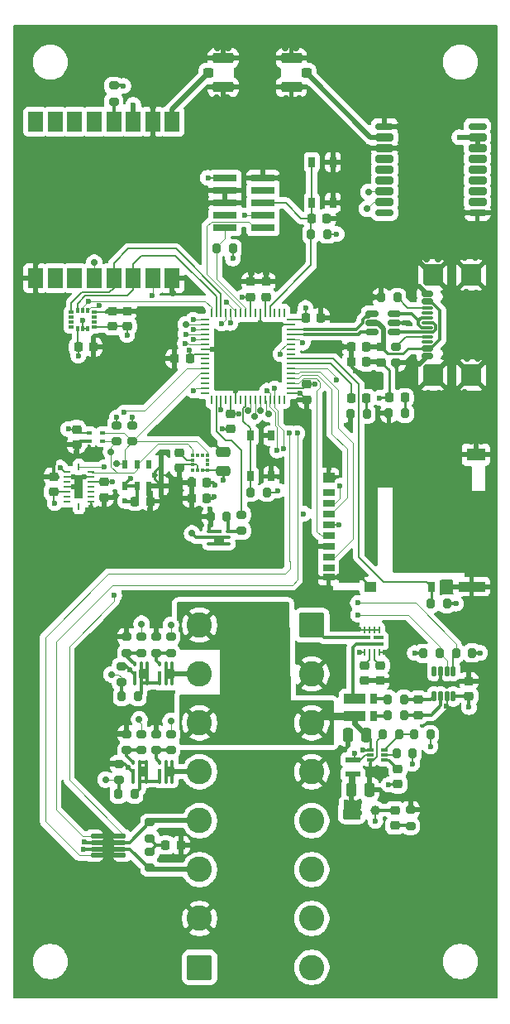
<source format=gbr>
%TF.GenerationSoftware,KiCad,Pcbnew,9.0.0*%
%TF.CreationDate,2025-06-05T20:14:27-05:00*%
%TF.ProjectId,flight-computer-one,666c6967-6874-42d6-936f-6d7075746572,rev?*%
%TF.SameCoordinates,Original*%
%TF.FileFunction,Copper,L1,Top*%
%TF.FilePolarity,Positive*%
%FSLAX46Y46*%
G04 Gerber Fmt 4.6, Leading zero omitted, Abs format (unit mm)*
G04 Created by KiCad (PCBNEW 9.0.0) date 2025-06-05 20:14:27*
%MOMM*%
%LPD*%
G01*
G04 APERTURE LIST*
G04 Aperture macros list*
%AMRoundRect*
0 Rectangle with rounded corners*
0 $1 Rounding radius*
0 $2 $3 $4 $5 $6 $7 $8 $9 X,Y pos of 4 corners*
0 Add a 4 corners polygon primitive as box body*
4,1,4,$2,$3,$4,$5,$6,$7,$8,$9,$2,$3,0*
0 Add four circle primitives for the rounded corners*
1,1,$1+$1,$2,$3*
1,1,$1+$1,$4,$5*
1,1,$1+$1,$6,$7*
1,1,$1+$1,$8,$9*
0 Add four rect primitives between the rounded corners*
20,1,$1+$1,$2,$3,$4,$5,0*
20,1,$1+$1,$4,$5,$6,$7,0*
20,1,$1+$1,$6,$7,$8,$9,0*
20,1,$1+$1,$8,$9,$2,$3,0*%
G04 Aperture macros list end*
%TA.AperFunction,SMDPad,CuDef*%
%ADD10RoundRect,0.125000X-0.537500X-0.125000X0.537500X-0.125000X0.537500X0.125000X-0.537500X0.125000X0*%
%TD*%
%TA.AperFunction,SMDPad,CuDef*%
%ADD11R,2.400000X0.740000*%
%TD*%
%TA.AperFunction,SMDPad,CuDef*%
%ADD12RoundRect,0.250000X-0.275000X-0.250000X0.275000X-0.250000X0.275000X0.250000X-0.275000X0.250000X0*%
%TD*%
%TA.AperFunction,SMDPad,CuDef*%
%ADD13RoundRect,0.250000X-0.850000X-0.275000X0.850000X-0.275000X0.850000X0.275000X-0.850000X0.275000X0*%
%TD*%
%TA.AperFunction,SMDPad,CuDef*%
%ADD14RoundRect,0.050000X-0.387500X-0.050000X0.387500X-0.050000X0.387500X0.050000X-0.387500X0.050000X0*%
%TD*%
%TA.AperFunction,SMDPad,CuDef*%
%ADD15RoundRect,0.050000X-0.050000X-0.387500X0.050000X-0.387500X0.050000X0.387500X-0.050000X0.387500X0*%
%TD*%
%TA.AperFunction,HeatsinkPad*%
%ADD16R,4.700000X4.700000*%
%TD*%
%TA.AperFunction,SMDPad,CuDef*%
%ADD17RoundRect,0.200000X0.200000X0.275000X-0.200000X0.275000X-0.200000X-0.275000X0.200000X-0.275000X0*%
%TD*%
%TA.AperFunction,SMDPad,CuDef*%
%ADD18RoundRect,0.175000X0.725000X0.175000X-0.725000X0.175000X-0.725000X-0.175000X0.725000X-0.175000X0*%
%TD*%
%TA.AperFunction,SMDPad,CuDef*%
%ADD19RoundRect,0.200000X0.700000X0.200000X-0.700000X0.200000X-0.700000X-0.200000X0.700000X-0.200000X0*%
%TD*%
%TA.AperFunction,SMDPad,CuDef*%
%ADD20RoundRect,0.225000X-0.250000X0.225000X-0.250000X-0.225000X0.250000X-0.225000X0.250000X0.225000X0*%
%TD*%
%TA.AperFunction,SMDPad,CuDef*%
%ADD21RoundRect,0.200000X-0.200000X-0.275000X0.200000X-0.275000X0.200000X0.275000X-0.200000X0.275000X0*%
%TD*%
%TA.AperFunction,SMDPad,CuDef*%
%ADD22RoundRect,0.200000X0.275000X-0.200000X0.275000X0.200000X-0.275000X0.200000X-0.275000X-0.200000X0*%
%TD*%
%TA.AperFunction,SMDPad,CuDef*%
%ADD23RoundRect,0.225000X-0.225000X-0.250000X0.225000X-0.250000X0.225000X0.250000X-0.225000X0.250000X0*%
%TD*%
%TA.AperFunction,SMDPad,CuDef*%
%ADD24RoundRect,0.200000X-0.275000X0.200000X-0.275000X-0.200000X0.275000X-0.200000X0.275000X0.200000X0*%
%TD*%
%TA.AperFunction,SMDPad,CuDef*%
%ADD25R,0.650000X1.050000*%
%TD*%
%TA.AperFunction,SMDPad,CuDef*%
%ADD26RoundRect,0.050100X-0.099900X0.174900X-0.099900X-0.174900X0.099900X-0.174900X0.099900X0.174900X0*%
%TD*%
%TA.AperFunction,SMDPad,CuDef*%
%ADD27RoundRect,0.050100X-0.099900X0.324900X-0.099900X-0.324900X0.099900X-0.324900X0.099900X0.324900X0*%
%TD*%
%TA.AperFunction,SMDPad,CuDef*%
%ADD28RoundRect,0.050350X-0.424650X0.449650X-0.424650X-0.449650X0.424650X-0.449650X0.424650X0.449650X0*%
%TD*%
%TA.AperFunction,SMDPad,CuDef*%
%ADD29RoundRect,0.218750X-0.256250X0.218750X-0.256250X-0.218750X0.256250X-0.218750X0.256250X0.218750X0*%
%TD*%
%TA.AperFunction,SMDPad,CuDef*%
%ADD30R,2.287000X1.010000*%
%TD*%
%TA.AperFunction,SMDPad,CuDef*%
%ADD31R,0.762000X1.010000*%
%TD*%
%TA.AperFunction,SMDPad,CuDef*%
%ADD32RoundRect,0.225000X0.250000X-0.225000X0.250000X0.225000X-0.250000X0.225000X-0.250000X-0.225000X0*%
%TD*%
%TA.AperFunction,SMDPad,CuDef*%
%ADD33RoundRect,0.137500X-0.662500X0.137500X-0.662500X-0.137500X0.662500X-0.137500X0.662500X0.137500X0*%
%TD*%
%TA.AperFunction,SMDPad,CuDef*%
%ADD34RoundRect,0.150000X0.425000X-0.150000X0.425000X0.150000X-0.425000X0.150000X-0.425000X-0.150000X0*%
%TD*%
%TA.AperFunction,SMDPad,CuDef*%
%ADD35RoundRect,0.075000X0.500000X-0.075000X0.500000X0.075000X-0.500000X0.075000X-0.500000X-0.075000X0*%
%TD*%
%TA.AperFunction,SMDPad,CuDef*%
%ADD36RoundRect,0.250000X0.750000X-0.840000X0.750000X0.840000X-0.750000X0.840000X-0.750000X-0.840000X0*%
%TD*%
%TA.AperFunction,SMDPad,CuDef*%
%ADD37R,1.500000X2.000000*%
%TD*%
%TA.AperFunction,SMDPad,CuDef*%
%ADD38RoundRect,0.225000X0.225000X0.250000X-0.225000X0.250000X-0.225000X-0.250000X0.225000X-0.250000X0*%
%TD*%
%TA.AperFunction,SMDPad,CuDef*%
%ADD39RoundRect,0.250000X0.275000X0.250000X-0.275000X0.250000X-0.275000X-0.250000X0.275000X-0.250000X0*%
%TD*%
%TA.AperFunction,SMDPad,CuDef*%
%ADD40RoundRect,0.250000X0.850000X0.275000X-0.850000X0.275000X-0.850000X-0.275000X0.850000X-0.275000X0*%
%TD*%
%TA.AperFunction,SMDPad,CuDef*%
%ADD41RoundRect,0.087500X-0.250000X-0.087500X0.250000X-0.087500X0.250000X0.087500X-0.250000X0.087500X0*%
%TD*%
%TA.AperFunction,SMDPad,CuDef*%
%ADD42RoundRect,0.218750X0.218750X0.256250X-0.218750X0.256250X-0.218750X-0.256250X0.218750X-0.256250X0*%
%TD*%
%TA.AperFunction,SMDPad,CuDef*%
%ADD43R,0.500000X0.300000*%
%TD*%
%TA.AperFunction,SMDPad,CuDef*%
%ADD44RoundRect,0.250000X0.250000X0.475000X-0.250000X0.475000X-0.250000X-0.475000X0.250000X-0.475000X0*%
%TD*%
%TA.AperFunction,SMDPad,CuDef*%
%ADD45R,1.200000X0.700000*%
%TD*%
%TA.AperFunction,SMDPad,CuDef*%
%ADD46R,0.800000X1.000000*%
%TD*%
%TA.AperFunction,SMDPad,CuDef*%
%ADD47R,1.200000X1.000000*%
%TD*%
%TA.AperFunction,SMDPad,CuDef*%
%ADD48R,2.800000X1.000000*%
%TD*%
%TA.AperFunction,SMDPad,CuDef*%
%ADD49R,1.900000X1.300000*%
%TD*%
%TA.AperFunction,SMDPad,CuDef*%
%ADD50R,0.600000X0.300000*%
%TD*%
%TA.AperFunction,SMDPad,CuDef*%
%ADD51R,0.300000X0.600000*%
%TD*%
%TA.AperFunction,SMDPad,CuDef*%
%ADD52RoundRect,0.250000X-0.250000X-0.475000X0.250000X-0.475000X0.250000X0.475000X-0.250000X0.475000X0*%
%TD*%
%TA.AperFunction,SMDPad,CuDef*%
%ADD53RoundRect,0.050100X0.174900X0.099900X-0.174900X0.099900X-0.174900X-0.099900X0.174900X-0.099900X0*%
%TD*%
%TA.AperFunction,SMDPad,CuDef*%
%ADD54RoundRect,0.050100X0.324900X0.099900X-0.324900X0.099900X-0.324900X-0.099900X0.324900X-0.099900X0*%
%TD*%
%TA.AperFunction,SMDPad,CuDef*%
%ADD55RoundRect,0.050350X0.449650X0.424650X-0.449650X0.424650X-0.449650X-0.424650X0.449650X-0.424650X0*%
%TD*%
%TA.AperFunction,SMDPad,CuDef*%
%ADD56R,0.550000X0.950000*%
%TD*%
%TA.AperFunction,SMDPad,CuDef*%
%ADD57RoundRect,0.112500X0.112500X-0.412500X0.112500X0.412500X-0.112500X0.412500X-0.112500X-0.412500X0*%
%TD*%
%TA.AperFunction,SMDPad,CuDef*%
%ADD58RoundRect,0.250000X-0.475000X0.250000X-0.475000X-0.250000X0.475000X-0.250000X0.475000X0.250000X0*%
%TD*%
%TA.AperFunction,SMDPad,CuDef*%
%ADD59RoundRect,0.100000X0.425000X0.100000X-0.425000X0.100000X-0.425000X-0.100000X0.425000X-0.100000X0*%
%TD*%
%TA.AperFunction,ComponentPad*%
%ADD60C,0.400000*%
%TD*%
%TA.AperFunction,SMDPad,CuDef*%
%ADD61RoundRect,0.050000X0.050000X0.250000X-0.050000X0.250000X-0.050000X-0.250000X0.050000X-0.250000X0*%
%TD*%
%TA.AperFunction,SMDPad,CuDef*%
%ADD62RoundRect,0.150000X0.512500X0.150000X-0.512500X0.150000X-0.512500X-0.150000X0.512500X-0.150000X0*%
%TD*%
%TA.AperFunction,SMDPad,CuDef*%
%ADD63R,0.675600X0.254000*%
%TD*%
%TA.AperFunction,SMDPad,CuDef*%
%ADD64R,0.675600X0.253992*%
%TD*%
%TA.AperFunction,SMDPad,CuDef*%
%ADD65R,0.675600X0.253998*%
%TD*%
%TA.AperFunction,SMDPad,CuDef*%
%ADD66R,0.254000X0.670000*%
%TD*%
%TA.AperFunction,SMDPad,CuDef*%
%ADD67RoundRect,0.218750X0.256250X-0.218750X0.256250X0.218750X-0.256250X0.218750X-0.256250X-0.218750X0*%
%TD*%
%TA.AperFunction,SMDPad,CuDef*%
%ADD68C,1.000000*%
%TD*%
%TA.AperFunction,SMDPad,CuDef*%
%ADD69R,0.350000X0.375000*%
%TD*%
%TA.AperFunction,SMDPad,CuDef*%
%ADD70R,0.375000X0.350000*%
%TD*%
%TA.AperFunction,ComponentPad*%
%ADD71RoundRect,0.250000X1.050000X-1.050000X1.050000X1.050000X-1.050000X1.050000X-1.050000X-1.050000X0*%
%TD*%
%TA.AperFunction,ComponentPad*%
%ADD72C,2.600000*%
%TD*%
%TA.AperFunction,ComponentPad*%
%ADD73RoundRect,0.250000X-1.050000X1.050000X-1.050000X-1.050000X1.050000X-1.050000X1.050000X1.050000X0*%
%TD*%
%TA.AperFunction,ViaPad*%
%ADD74C,0.700000*%
%TD*%
%TA.AperFunction,ViaPad*%
%ADD75C,0.600000*%
%TD*%
%TA.AperFunction,Conductor*%
%ADD76C,0.300000*%
%TD*%
%TA.AperFunction,Conductor*%
%ADD77C,0.250000*%
%TD*%
%TA.AperFunction,Conductor*%
%ADD78C,0.150000*%
%TD*%
%TA.AperFunction,Conductor*%
%ADD79C,0.500000*%
%TD*%
%TA.AperFunction,Conductor*%
%ADD80C,0.200000*%
%TD*%
%TA.AperFunction,Conductor*%
%ADD81C,0.100000*%
%TD*%
%TA.AperFunction,Conductor*%
%ADD82C,0.090000*%
%TD*%
%TA.AperFunction,Conductor*%
%ADD83C,0.600000*%
%TD*%
%TA.AperFunction,Conductor*%
%ADD84C,0.800000*%
%TD*%
%TA.AperFunction,Conductor*%
%ADD85C,1.000000*%
%TD*%
G04 APERTURE END LIST*
D10*
%TO.P,U11,1,TXD*%
%TO.N,/Compute/RXCAN*%
X130012500Y-122400000D03*
%TO.P,U11,2,GND*%
%TO.N,GND*%
X130012500Y-123050000D03*
%TO.P,U11,3,VCC*%
%TO.N,+3V3*%
X130012500Y-123700000D03*
%TO.P,U11,4,RXD*%
%TO.N,/Compute/TXCAN*%
X130012500Y-124350000D03*
%TO.P,U11,5,SHDN*%
%TO.N,unconnected-(U11-SHDN-Pad5)*%
X132287500Y-124350000D03*
%TO.P,U11,6,CANL*%
%TO.N,/CANL*%
X132287500Y-123700000D03*
%TO.P,U11,7,CANH*%
%TO.N,/CANH*%
X132287500Y-123050000D03*
%TO.P,U11,8,STB*%
%TO.N,/Compute/TCAN_STB*%
X132287500Y-122400000D03*
%TD*%
D11*
%TO.P,J4,1,Pin_1*%
%TO.N,+3V3*%
X143100000Y-55080000D03*
%TO.P,J4,2,Pin_2*%
%TO.N,GND*%
X147000000Y-55080000D03*
%TO.P,J4,3,Pin_3*%
X143100000Y-56350000D03*
%TO.P,J4,4,Pin_4*%
%TO.N,unconnected-(J4-Pin_4-Pad4)*%
X147000000Y-56350000D03*
%TO.P,J4,5,Pin_5*%
%TO.N,GND*%
X143100000Y-57620000D03*
%TO.P,J4,6,Pin_6*%
%TO.N,/Compute/~{RESET}*%
X147000000Y-57620000D03*
%TO.P,J4,7,Pin_7*%
%TO.N,unconnected-(J4-Pin_7-Pad7)*%
X143100000Y-58890000D03*
%TO.P,J4,8,Pin_8*%
%TO.N,/Compute/SWO*%
X147000000Y-58890000D03*
%TO.P,J4,9,Pin_9*%
%TO.N,/Compute/SWCLK*%
X143100000Y-60160000D03*
%TO.P,J4,10,Pin_10*%
%TO.N,/Compute/SWDIO*%
X147000000Y-60160000D03*
%TD*%
D12*
%TO.P,J6,1,In*%
%TO.N,/Connectivity/ANT_COMM*%
X141400000Y-44300000D03*
D13*
%TO.P,J6,2,Ext*%
%TO.N,GND*%
X142925000Y-42825000D03*
X142925000Y-45775000D03*
%TD*%
D14*
%TO.P,U1,1,PA00*%
%TO.N,/Compute/PYRO2_PRESENT*%
X141037500Y-69562500D03*
%TO.P,U1,2,PA01*%
%TO.N,/Compute/PYRO2_FIRE*%
X141037500Y-70062500D03*
%TO.P,U1,3,PA02*%
%TO.N,/Compute/PYRO2_ARM*%
X141037500Y-70562500D03*
%TO.P,U1,4,PA03*%
%TO.N,/Compute/PYRO1_PRESENT*%
X141037500Y-71062500D03*
%TO.P,U1,5,PB04*%
%TO.N,/Compute/PYRO1_FIRE*%
X141037500Y-71562500D03*
%TO.P,U1,6,PB05*%
%TO.N,/Compute/PYRO1_ARM*%
X141037500Y-72062500D03*
%TO.P,U1,7,GNDANA*%
%TO.N,GND*%
X141037500Y-72562500D03*
%TO.P,U1,8,VDDANA*%
%TO.N,+3V3*%
X141037500Y-73062500D03*
%TO.P,U1,9,PB06*%
%TO.N,unconnected-(U1-PB06-Pad9)*%
X141037500Y-73562500D03*
%TO.P,U1,10,PB07*%
%TO.N,unconnected-(U1-PB07-Pad10)*%
X141037500Y-74062500D03*
%TO.P,U1,11,PB08*%
%TO.N,/Compute/I2C0_SDA*%
X141037500Y-74562500D03*
%TO.P,U1,12,PB09*%
%TO.N,/Compute/I2C0_SCL*%
X141037500Y-75062500D03*
%TO.P,U1,13,PA04*%
%TO.N,unconnected-(U1-PA04-Pad13)*%
X141037500Y-75562500D03*
%TO.P,U1,14,PA05*%
%TO.N,unconnected-(U1-PA05-Pad14)*%
X141037500Y-76062500D03*
%TO.P,U1,15,PA06*%
%TO.N,/Compute/TCAN_STB*%
X141037500Y-76562500D03*
%TO.P,U1,16,PA07*%
%TO.N,unconnected-(U1-PA07-Pad16)*%
X141037500Y-77062500D03*
D15*
%TO.P,U1,17,PA08*%
%TO.N,unconnected-(U1-PA08-Pad17)*%
X141700000Y-77725000D03*
%TO.P,U1,18,PA09*%
%TO.N,/Compute/BUZZER_CTL*%
X142200000Y-77725000D03*
%TO.P,U1,19,PA10*%
%TO.N,/GPIO40_ADC0*%
X142700000Y-77725000D03*
%TO.P,U1,20,PA11*%
%TO.N,unconnected-(U1-PA11-Pad20)*%
X143200000Y-77725000D03*
%TO.P,U1,21,VDDIOB*%
%TO.N,+3V3*%
X143700000Y-77725000D03*
%TO.P,U1,22,GND*%
%TO.N,GND*%
X144200000Y-77725000D03*
%TO.P,U1,23,PB10*%
%TO.N,unconnected-(U1-PB10-Pad23)*%
X144700000Y-77725000D03*
%TO.P,U1,24,PB11*%
%TO.N,/Compute/USER_BTN*%
X145200000Y-77725000D03*
%TO.P,U1,25,PB12*%
%TO.N,/SERVO4_CTL*%
X145700000Y-77725000D03*
%TO.P,U1,26,PB13*%
%TO.N,/SERVO3_CTL*%
X146200000Y-77725000D03*
%TO.P,U1,27,PB14*%
%TO.N,/SERVO2_CTL*%
X146700000Y-77725000D03*
%TO.P,U1,28,PB15*%
%TO.N,/SERVO1_CTL*%
X147200000Y-77725000D03*
%TO.P,U1,29,PA12*%
%TO.N,/Compute/I2C1_SDA*%
X147700000Y-77725000D03*
%TO.P,U1,30,PA13*%
%TO.N,/Compute/I2C1_SCL*%
X148200000Y-77725000D03*
%TO.P,U1,31,PA14*%
%TO.N,unconnected-(U1-PA14-Pad31)*%
X148700000Y-77725000D03*
%TO.P,U1,32,PA15*%
%TO.N,unconnected-(U1-PA15-Pad32)*%
X149200000Y-77725000D03*
D14*
%TO.P,U1,33,GND*%
%TO.N,GND*%
X149862500Y-77062500D03*
%TO.P,U1,34,VDDIO*%
%TO.N,+3V3*%
X149862500Y-76562500D03*
%TO.P,U1,35,PA16*%
%TO.N,/Compute/SD_SCK*%
X149862500Y-76062500D03*
%TO.P,U1,36,PA17*%
%TO.N,/Compute/SD_MOSI*%
X149862500Y-75562500D03*
%TO.P,U1,37,PA18*%
%TO.N,/Compute/SD_MISO*%
X149862500Y-75062500D03*
%TO.P,U1,38,PA19*%
%TO.N,/Compute/SD_CS*%
X149862500Y-74562500D03*
%TO.P,U1,39,PB16*%
%TO.N,/Compute/USER_LED*%
X149862500Y-74062500D03*
%TO.P,U1,40,PB17*%
%TO.N,/Compute/CARD_DET*%
X149862500Y-73562500D03*
%TO.P,U1,41,PA20*%
%TO.N,unconnected-(U1-PA20-Pad41)*%
X149862500Y-73062500D03*
%TO.P,U1,42,PA21*%
%TO.N,unconnected-(U1-PA21-Pad42)*%
X149862500Y-72562500D03*
%TO.P,U1,43,PA22*%
%TO.N,/Compute/TXCAN*%
X149862500Y-72062500D03*
%TO.P,U1,44,PA23*%
%TO.N,/Compute/RXCAN*%
X149862500Y-71562500D03*
%TO.P,U1,45,PA24*%
%TO.N,/Compute/USB_D-*%
X149862500Y-71062500D03*
%TO.P,U1,46,PA25*%
%TO.N,/Compute/USB_D+*%
X149862500Y-70562500D03*
%TO.P,U1,47,GND*%
%TO.N,GND*%
X149862500Y-70062500D03*
%TO.P,U1,48,VDDIO*%
%TO.N,+3V3*%
X149862500Y-69562500D03*
D15*
%TO.P,U1,49,PB22*%
%TO.N,unconnected-(U1-PB22-Pad49)*%
X149200000Y-68900000D03*
%TO.P,U1,50,PB23*%
%TO.N,unconnected-(U1-PB23-Pad50)*%
X148700000Y-68900000D03*
%TO.P,U1,51,PA27*%
%TO.N,unconnected-(U1-PA27-Pad51)*%
X148200000Y-68900000D03*
%TO.P,U1,52,~{RESET}*%
%TO.N,/Compute/~{RESET}*%
X147700000Y-68900000D03*
%TO.P,U1,53,VDDCORE*%
%TO.N,Net-(U1-VDDCORE)*%
X147200000Y-68900000D03*
%TO.P,U1,54,GND*%
%TO.N,GND*%
X146700000Y-68900000D03*
%TO.P,U1,55,VSW*%
%TO.N,unconnected-(U1-VSW-Pad55)*%
X146200000Y-68900000D03*
%TO.P,U1,56,VDDIO*%
%TO.N,+3V3*%
X145700000Y-68900000D03*
%TO.P,U1,57,PA30*%
%TO.N,/Compute/SWCLK*%
X145200000Y-68900000D03*
%TO.P,U1,58,PA31*%
%TO.N,/Compute/SWDIO*%
X144700000Y-68900000D03*
%TO.P,U1,59,PB30*%
%TO.N,/Compute/SWO*%
X144200000Y-68900000D03*
%TO.P,U1,60,PB31*%
%TO.N,/Compute/CS_RADIO*%
X143700000Y-68900000D03*
%TO.P,U1,61,PB00*%
%TO.N,/Compute/CS_ICM*%
X143200000Y-68900000D03*
%TO.P,U1,62,PB01*%
%TO.N,/Compute/SPI0_MISO*%
X142700000Y-68900000D03*
%TO.P,U1,63,PB02*%
%TO.N,/Compute/SPI0_MOSI*%
X142200000Y-68900000D03*
%TO.P,U1,64,PB03*%
%TO.N,/Compute/SPI0_SCK*%
X141700000Y-68900000D03*
D16*
%TO.P,U1,65,GND*%
%TO.N,GND*%
X145450000Y-73312500D03*
%TD*%
D17*
%TO.P,R35,1*%
%TO.N,Net-(Q5-G)*%
X143265000Y-89680000D03*
%TO.P,R35,2*%
%TO.N,GND*%
X141615000Y-89680000D03*
%TD*%
D18*
%TO.P,U13,1,GND*%
%TO.N,GND*%
X168950000Y-58600000D03*
D19*
%TO.P,U13,2,TXD*%
%TO.N,unconnected-(U13-TXD-Pad2)*%
X168950000Y-57500000D03*
%TO.P,U13,3,RXD*%
%TO.N,unconnected-(U13-RXD-Pad3)*%
X168950000Y-56400000D03*
%TO.P,U13,4,TIMEPULSE*%
%TO.N,unconnected-(U13-TIMEPULSE-Pad4)*%
X168950000Y-55300000D03*
%TO.P,U13,5,EXTINT*%
%TO.N,unconnected-(U13-EXTINT-Pad5)*%
X168950000Y-54200000D03*
%TO.P,U13,6,V_BCKP*%
%TO.N,unconnected-(U13-V_BCKP-Pad6)*%
X168950000Y-53100000D03*
%TO.P,U13,7,VCC_IO*%
%TO.N,+3V3*%
X168950000Y-52000000D03*
%TO.P,U13,8,VCC*%
X168950000Y-50900000D03*
D18*
%TO.P,U13,9,~{RESET}*%
%TO.N,unconnected-(U13-~{RESET}-Pad9)*%
X168950000Y-49800000D03*
%TO.P,U13,10,GND*%
%TO.N,GND*%
X159450000Y-49800000D03*
D19*
%TO.P,U13,11,RF_IN*%
%TO.N,/Connectivity/ANT_GNSS*%
X159450000Y-50900000D03*
%TO.P,U13,12,GND*%
%TO.N,GND*%
X159450000Y-52000000D03*
%TO.P,U13,13,LNA_EN*%
%TO.N,unconnected-(U13-LNA_EN-Pad13)*%
X159450000Y-53100000D03*
%TO.P,U13,14,VCC_RF*%
%TO.N,unconnected-(U13-VCC_RF-Pad14)*%
X159450000Y-54200000D03*
%TO.P,U13,15,VIO_SEL*%
%TO.N,unconnected-(U13-VIO_SEL-Pad15)*%
X159450000Y-55300000D03*
%TO.P,U13,16,SDA*%
%TO.N,/Compute/I2C1_SDA*%
X159450000Y-56400000D03*
%TO.P,U13,17,SCL*%
%TO.N,/Compute/I2C1_SCL*%
X159450000Y-57500000D03*
D18*
%TO.P,U13,18,~{SAFEBOOT}*%
%TO.N,unconnected-(U13-~{SAFEBOOT}-Pad18)*%
X159450000Y-58600000D03*
%TD*%
D20*
%TO.P,C11,1*%
%TO.N,GND*%
X147300000Y-65675000D03*
%TO.P,C11,2*%
%TO.N,Net-(U1-VDDCORE)*%
X147300000Y-67225000D03*
%TD*%
%TO.P,C19,1*%
%TO.N,GND*%
X125527800Y-85615000D03*
%TO.P,C19,2*%
%TO.N,+3V3*%
X125527800Y-87165000D03*
%TD*%
D21*
%TO.P,R36,1*%
%TO.N,/Compute/I2C1_SCL*%
X166765000Y-103650000D03*
%TO.P,R36,2*%
%TO.N,+3V3*%
X168415000Y-103650000D03*
%TD*%
D22*
%TO.P,R32,1*%
%TO.N,/Compute/PYRO1_PRESENT*%
X132500000Y-106650000D03*
%TO.P,R32,2*%
%TO.N,GND*%
X132500000Y-105000000D03*
%TD*%
D23*
%TO.P,C10,1*%
%TO.N,/Compute/~{RESET}*%
X151975000Y-59200000D03*
%TO.P,C10,2*%
%TO.N,GND*%
X153525000Y-59200000D03*
%TD*%
D24*
%TO.P,R4,1*%
%TO.N,/Power & USB/USB_CC1*%
X160625000Y-72312500D03*
%TO.P,R4,2*%
%TO.N,GND*%
X160625000Y-73962500D03*
%TD*%
D23*
%TO.P,C14,1*%
%TO.N,+3V3*%
X151350000Y-69350000D03*
%TO.P,C14,2*%
%TO.N,GND*%
X152900000Y-69350000D03*
%TD*%
D25*
%TO.P,SW2,1,1*%
%TO.N,GND*%
X147855000Y-81435000D03*
X147855000Y-85585000D03*
%TO.P,SW2,2,2*%
%TO.N,/Compute/USER_BTN*%
X145705000Y-81435000D03*
X145705000Y-85560000D03*
%TD*%
D26*
%TO.P,Q3,1,D*%
%TO.N,/PYRO2_DRAIN*%
X137700000Y-114800000D03*
%TO.P,Q3,2,D*%
X137050000Y-114800000D03*
%TO.P,Q3,3,G*%
%TO.N,Net-(Q3-G)*%
X136400000Y-114800000D03*
%TO.P,Q3,4,S*%
%TO.N,Net-(Q3-S-Pad4)*%
X136400000Y-116750000D03*
%TO.P,Q3,5,D*%
%TO.N,/PYRO2_DRAIN*%
X137050000Y-116750000D03*
%TO.P,Q3,6,D*%
X137700000Y-116750000D03*
D27*
%TO.P,Q3,7,S*%
%TO.N,Net-(Q3-S-Pad4)*%
X136400000Y-115870000D03*
D28*
%TO.P,Q3,8,D*%
%TO.N,/PYRO2_DRAIN*%
X137375000Y-115775000D03*
%TD*%
D29*
%TO.P,FB1,1*%
%TO.N,VBUS_RAW*%
X159100000Y-72350000D03*
%TO.P,FB1,2*%
%TO.N,VBUS*%
X159100000Y-73925000D03*
%TD*%
D26*
%TO.P,Q2,1,D*%
%TO.N,Net-(Q1-S-Pad4)*%
X135150000Y-104800000D03*
%TO.P,Q2,2,D*%
X134500000Y-104800000D03*
%TO.P,Q2,3,G*%
%TO.N,Net-(Q2-G)*%
X133850000Y-104800000D03*
%TO.P,Q2,4,S*%
%TO.N,GND*%
X133850000Y-106750000D03*
%TO.P,Q2,5,D*%
%TO.N,Net-(Q1-S-Pad4)*%
X134500000Y-106750000D03*
%TO.P,Q2,6,D*%
X135150000Y-106750000D03*
D27*
%TO.P,Q2,7,S*%
%TO.N,GND*%
X133850000Y-105870000D03*
D28*
%TO.P,Q2,8,D*%
%TO.N,Net-(Q1-S-Pad4)*%
X134825000Y-105775000D03*
%TD*%
D30*
%TO.P,R8,1,1*%
%TO.N,PWROR*%
X156399500Y-108330000D03*
D31*
%TO.P,R8,2,2*%
%TO.N,Net-(R11-Pad1)*%
X158305500Y-108330000D03*
%TO.P,R8,3,3*%
%TO.N,Net-(R10-Pad1)*%
X158305500Y-110100000D03*
D30*
%TO.P,R8,4,4*%
%TO.N,+PBP*%
X156400000Y-110100000D03*
%TD*%
D32*
%TO.P,C22,1*%
%TO.N,+3V3*%
X131570000Y-70225000D03*
%TO.P,C22,2*%
%TO.N,GND*%
X131570000Y-68675000D03*
%TD*%
D17*
%TO.P,R16,1*%
%TO.N,+3V3*%
X165825000Y-98600000D03*
%TO.P,R16,2*%
%TO.N,/Compute/CARD_DET*%
X164175000Y-98600000D03*
%TD*%
D33*
%TO.P,L1,1,1*%
%TO.N,/Power & USB/TPS_SW*%
X156200000Y-114575000D03*
%TO.P,L1,2,2*%
%TO.N,+3V3*%
X156200000Y-116025000D03*
%TD*%
D25*
%TO.P,SW1,1,1*%
%TO.N,GND*%
X154150000Y-53445000D03*
X154150000Y-57595000D03*
%TO.P,SW1,2,2*%
%TO.N,/Compute/~{RESET}*%
X152000000Y-53445000D03*
X152000000Y-57570000D03*
%TD*%
D34*
%TO.P,J3,A1,GND*%
%TO.N,GND*%
X163810000Y-73300000D03*
%TO.P,J3,A4,VBUS*%
%TO.N,VBUS_RAW*%
X163810000Y-72500000D03*
D35*
%TO.P,J3,A5,CC1*%
%TO.N,/Power & USB/USB_CC1*%
X163810000Y-71350000D03*
%TO.P,J3,A6,D+*%
%TO.N,/Power & USB/CONN_D+*%
X163810000Y-70350000D03*
%TO.P,J3,A7,D-*%
%TO.N,/Power & USB/CONN_D-*%
X163810000Y-69850000D03*
%TO.P,J3,A8,SBU1*%
%TO.N,unconnected-(J3-SBU1-PadA8)*%
X163810000Y-68850000D03*
D34*
%TO.P,J3,A9,VBUS*%
%TO.N,VBUS_RAW*%
X163810000Y-67700000D03*
%TO.P,J3,A12,GND*%
%TO.N,GND*%
X163810000Y-66900000D03*
%TO.P,J3,B1,GND*%
X163810000Y-66900000D03*
%TO.P,J3,B4,VBUS*%
%TO.N,VBUS_RAW*%
X163810000Y-67700000D03*
D35*
%TO.P,J3,B5,CC2*%
%TO.N,/Power & USB/USB_CC2*%
X163810000Y-68350000D03*
%TO.P,J3,B6,D+*%
%TO.N,/Power & USB/CONN_D+*%
X163810000Y-69350000D03*
%TO.P,J3,B7,D-*%
%TO.N,/Power & USB/CONN_D-*%
X163810000Y-70850000D03*
%TO.P,J3,B8,SBU2*%
%TO.N,unconnected-(J3-SBU2-PadB8)*%
X163810000Y-71850000D03*
D34*
%TO.P,J3,B9,VBUS*%
%TO.N,VBUS_RAW*%
X163810000Y-72500000D03*
%TO.P,J3,B12,GND*%
%TO.N,GND*%
X163810000Y-73300000D03*
D36*
%TO.P,J3,S1,SHIELD*%
X164385000Y-75210000D03*
X168315000Y-75210000D03*
X164385000Y-64990000D03*
X168315000Y-64990000D03*
%TD*%
D26*
%TO.P,Q4,1,D*%
%TO.N,Net-(Q3-S-Pad4)*%
X135000000Y-114800000D03*
%TO.P,Q4,2,D*%
X134350000Y-114800000D03*
%TO.P,Q4,3,G*%
%TO.N,Net-(Q4-G)*%
X133700000Y-114800000D03*
%TO.P,Q4,4,S*%
%TO.N,GND*%
X133700000Y-116750000D03*
%TO.P,Q4,5,D*%
%TO.N,Net-(Q3-S-Pad4)*%
X134350000Y-116750000D03*
%TO.P,Q4,6,D*%
X135000000Y-116750000D03*
D27*
%TO.P,Q4,7,S*%
%TO.N,GND*%
X133700000Y-115870000D03*
D28*
%TO.P,Q4,8,D*%
%TO.N,Net-(Q3-S-Pad4)*%
X134675000Y-115775000D03*
%TD*%
D24*
%TO.P,R23,1*%
%TO.N,/Compute/PYRO1_FIRE*%
X134550000Y-101980000D03*
%TO.P,R23,2*%
%TO.N,Net-(Q2-G)*%
X134550000Y-103630000D03*
%TD*%
D37*
%TO.P,U12,1,ANT*%
%TO.N,/Connectivity/ANT_COMM*%
X137700000Y-49300000D03*
%TO.P,U12,2,GND*%
%TO.N,GND*%
X135700000Y-49300000D03*
%TO.P,U12,3,VDD*%
%TO.N,+3V3*%
X133700000Y-49300000D03*
%TO.P,U12,4,~{RESET}*%
%TO.N,/Connectivity/RADIO_nRST*%
X131700000Y-49300000D03*
%TO.P,U12,5,DIO0*%
%TO.N,unconnected-(U12-DIO0-Pad5)*%
X129700000Y-49300000D03*
%TO.P,U12,6,DIO1*%
%TO.N,unconnected-(U12-DIO1-Pad6)*%
X127700000Y-49300000D03*
%TO.P,U12,7,DIO2*%
%TO.N,unconnected-(U12-DIO2-Pad7)*%
X125700000Y-49300000D03*
%TO.P,U12,8,DIO3*%
%TO.N,unconnected-(U12-DIO3-Pad8)*%
X123700000Y-49300000D03*
%TO.P,U12,9,GND*%
%TO.N,GND*%
X123700000Y-65300000D03*
%TO.P,U12,10,DIO4*%
%TO.N,unconnected-(U12-DIO4-Pad10)*%
X125700000Y-65300000D03*
%TO.P,U12,11,DIO5*%
%TO.N,unconnected-(U12-DIO5-Pad11)*%
X127700000Y-65300000D03*
%TO.P,U12,12,SCK*%
%TO.N,/Compute/SPI0_SCK*%
X129700000Y-65300000D03*
%TO.P,U12,13,MISO*%
%TO.N,/Compute/SPI0_MISO*%
X131700000Y-65300000D03*
%TO.P,U12,14,MOSI*%
%TO.N,/Compute/SPI0_MOSI*%
X133700000Y-65300000D03*
%TO.P,U12,15,~{NSS}*%
%TO.N,/Compute/CS_RADIO*%
X135700000Y-65300000D03*
%TO.P,U12,16,GND*%
%TO.N,GND*%
X137700000Y-65300000D03*
%TD*%
D17*
%TO.P,R31,1*%
%TO.N,Net-(Q3-S-Pad4)*%
X133825000Y-118100000D03*
%TO.P,R31,2*%
%TO.N,/Compute/PYRO2_PRESENT*%
X132175000Y-118100000D03*
%TD*%
D38*
%TO.P,C15,1*%
%TO.N,+3V3*%
X139505000Y-73540000D03*
%TO.P,C15,2*%
%TO.N,GND*%
X137955000Y-73540000D03*
%TD*%
D39*
%TO.P,J7,1,In*%
%TO.N,/Connectivity/ANT_GNSS*%
X151425000Y-44300000D03*
D40*
%TO.P,J7,2,Ext*%
%TO.N,GND*%
X149900000Y-45775000D03*
X149900000Y-42825000D03*
%TD*%
D38*
%TO.P,C28,1*%
%TO.N,GND*%
X138575000Y-123300000D03*
%TO.P,C28,2*%
%TO.N,Net-(C28-Pad2)*%
X137025000Y-123300000D03*
%TD*%
%TO.P,C17,1*%
%TO.N,GND*%
X135445000Y-88130000D03*
%TO.P,C17,2*%
%TO.N,+3V3*%
X133895000Y-88130000D03*
%TD*%
D22*
%TO.P,R28,1*%
%TO.N,Net-(Q2-G)*%
X133050000Y-103630000D03*
%TO.P,R28,2*%
%TO.N,GND*%
X133050000Y-101980000D03*
%TD*%
D41*
%TO.P,U4,1,VIN*%
%TO.N,+PBP*%
X157975000Y-113600000D03*
%TO.P,U4,2,SW*%
%TO.N,/Power & USB/TPS_SW*%
X157975000Y-114100000D03*
%TO.P,U4,3,GND*%
%TO.N,GND*%
X157975000Y-114600000D03*
%TO.P,U4,4,BST*%
%TO.N,Net-(U4-BST)*%
X159400000Y-114600000D03*
%TO.P,U4,5,EN*%
%TO.N,/Power & USB/TPS_EN*%
X159400000Y-114100000D03*
%TO.P,U4,6,FB*%
%TO.N,/Power & USB/TPS_FB*%
X159400000Y-113600000D03*
%TD*%
D23*
%TO.P,C3,1*%
%TO.N,GND*%
X156025000Y-73887500D03*
%TO.P,C3,2*%
%TO.N,VBUS*%
X157575000Y-73887500D03*
%TD*%
D32*
%TO.P,C5,1*%
%TO.N,/Power & USB/PMON_IN-*%
X162900000Y-109975000D03*
%TO.P,C5,2*%
%TO.N,/Power & USB/PMON_IN+*%
X162900000Y-108425000D03*
%TD*%
%TO.P,C20,1*%
%TO.N,+3V3*%
X133095000Y-70225000D03*
%TO.P,C20,2*%
%TO.N,GND*%
X133095000Y-68675000D03*
%TD*%
D26*
%TO.P,Q1,1,D*%
%TO.N,/PYRO1_DRAIN*%
X137700000Y-104800000D03*
%TO.P,Q1,2,D*%
X137050000Y-104800000D03*
%TO.P,Q1,3,G*%
%TO.N,Net-(Q1-G)*%
X136400000Y-104800000D03*
%TO.P,Q1,4,S*%
%TO.N,Net-(Q1-S-Pad4)*%
X136400000Y-106750000D03*
%TO.P,Q1,5,D*%
%TO.N,/PYRO1_DRAIN*%
X137050000Y-106750000D03*
%TO.P,Q1,6,D*%
X137700000Y-106750000D03*
D27*
%TO.P,Q1,7,S*%
%TO.N,Net-(Q1-S-Pad4)*%
X136400000Y-105870000D03*
D28*
%TO.P,Q1,8,D*%
%TO.N,/PYRO1_DRAIN*%
X137375000Y-105775000D03*
%TD*%
D17*
%TO.P,R13,1*%
%TO.N,/Power & USB/TPS_FB*%
X160925000Y-112000000D03*
%TO.P,R13,2*%
%TO.N,GND*%
X159275000Y-112000000D03*
%TD*%
D20*
%TO.P,C16,1*%
%TO.N,+3V3*%
X143700000Y-79200000D03*
%TO.P,C16,2*%
%TO.N,GND*%
X143700000Y-80750000D03*
%TD*%
D38*
%TO.P,C25,1*%
%TO.N,+3V3*%
X141225000Y-87800000D03*
%TO.P,C25,2*%
%TO.N,GND*%
X139675000Y-87800000D03*
%TD*%
D22*
%TO.P,R29,1*%
%TO.N,Net-(Q4-G)*%
X133050000Y-113600000D03*
%TO.P,R29,2*%
%TO.N,GND*%
X133050000Y-111950000D03*
%TD*%
D42*
%TO.P,D3,1,K*%
%TO.N,Net-(D3-K)*%
X157587500Y-77600000D03*
%TO.P,D3,2,A*%
%TO.N,/Compute/USER_LED*%
X156012500Y-77600000D03*
%TD*%
D17*
%TO.P,R6,1*%
%TO.N,Net-(D1-K)*%
X161537500Y-79137500D03*
%TO.P,R6,2*%
%TO.N,GND*%
X159887500Y-79137500D03*
%TD*%
D20*
%TO.P,R5,1*%
%TO.N,Net-(U3-ILM)*%
X157400000Y-104900000D03*
%TO.P,R5,2*%
%TO.N,GND*%
X157400000Y-106450000D03*
%TD*%
D43*
%TO.P,U10,1,SDA*%
%TO.N,/Compute/I2C0_SDA*%
X130592500Y-81950000D03*
%TO.P,U10,2,SCL*%
%TO.N,/Compute/I2C0_SCL*%
X130592500Y-81150000D03*
%TO.P,U10,3,VDD*%
%TO.N,+3V3*%
X129192500Y-81150000D03*
%TO.P,U10,4,VSS*%
%TO.N,GND*%
X129192500Y-81950000D03*
%TD*%
D24*
%TO.P,R19,1*%
%TO.N,+3V3*%
X131700000Y-45625000D03*
%TO.P,R19,2*%
%TO.N,/Connectivity/RADIO_nRST*%
X131700000Y-47275000D03*
%TD*%
D23*
%TO.P,C26,1*%
%TO.N,GND*%
X139675000Y-86250000D03*
%TO.P,C26,2*%
%TO.N,+3V3*%
X141225000Y-86250000D03*
%TD*%
D17*
%TO.P,R18,1*%
%TO.N,Net-(D3-K)*%
X157625000Y-79200000D03*
%TO.P,R18,2*%
%TO.N,GND*%
X155975000Y-79200000D03*
%TD*%
D32*
%TO.P,C7,1*%
%TO.N,+3V3*%
X168075000Y-108075000D03*
%TO.P,C7,2*%
%TO.N,GND*%
X168075000Y-106525000D03*
%TD*%
D22*
%TO.P,R27,1*%
%TO.N,Net-(Q3-G)*%
X136050000Y-113600000D03*
%TO.P,R27,2*%
%TO.N,GND*%
X136050000Y-111950000D03*
%TD*%
D17*
%TO.P,R30,1*%
%TO.N,Net-(Q1-S-Pad4)*%
X134175000Y-108105000D03*
%TO.P,R30,2*%
%TO.N,/Compute/PYRO1_PRESENT*%
X132525000Y-108105000D03*
%TD*%
D20*
%TO.P,C27,1*%
%TO.N,+3V3*%
X127892500Y-80775000D03*
%TO.P,C27,2*%
%TO.N,GND*%
X127892500Y-82325000D03*
%TD*%
D44*
%TO.P,C4,1*%
%TO.N,+PBP*%
X157571500Y-112015000D03*
%TO.P,C4,2*%
%TO.N,GND*%
X155671500Y-112015000D03*
%TD*%
D45*
%TO.P,J5,1,DAT2*%
%TO.N,unconnected-(J5-DAT2-Pad1)*%
X153710000Y-87255000D03*
%TO.P,J5,2,DAT3/CD*%
%TO.N,/Compute/SD_CS*%
X153710000Y-88355000D03*
%TO.P,J5,3,CMD*%
%TO.N,/Compute/SD_MOSI*%
X153710000Y-89455000D03*
%TO.P,J5,4,VDD*%
%TO.N,+3V3*%
X153710000Y-90555000D03*
%TO.P,J5,5,CLK*%
%TO.N,/Compute/SD_SCK*%
X153710000Y-91655000D03*
%TO.P,J5,6,VSS*%
%TO.N,GND*%
X153710000Y-92755000D03*
%TO.P,J5,7,DAT0*%
%TO.N,/Compute/SD_MISO*%
X153710000Y-93855000D03*
%TO.P,J5,8,DAT1*%
%TO.N,unconnected-(J5-DAT1-Pad8)*%
X153710000Y-94955000D03*
%TO.P,J5,9,DET_B*%
%TO.N,GND*%
X153710000Y-95905000D03*
D46*
%TO.P,J5,10,DET_A*%
%TO.N,/Compute/CARD_DET*%
X164210000Y-96855000D03*
D47*
%TO.P,J5,11,SHIELD*%
%TO.N,GND*%
X158010000Y-96855000D03*
D48*
X168360000Y-96855000D03*
D47*
X153710000Y-85705000D03*
D49*
X168810000Y-83355000D03*
%TD*%
D22*
%TO.P,R26,1*%
%TO.N,Net-(Q1-G)*%
X136050000Y-103630000D03*
%TO.P,R26,2*%
%TO.N,GND*%
X136050000Y-101980000D03*
%TD*%
D38*
%TO.P,C21,1*%
%TO.N,GND*%
X129620000Y-72350000D03*
%TO.P,C21,2*%
%TO.N,+3V3*%
X128070000Y-72350000D03*
%TD*%
D24*
%TO.P,R20,1*%
%TO.N,/CANH*%
X135400000Y-120975000D03*
%TO.P,R20,2*%
%TO.N,Net-(C28-Pad2)*%
X135400000Y-122625000D03*
%TD*%
D50*
%TO.P,U9,1,AP_SDO/AP_AD0*%
%TO.N,/Compute/SPI0_MISO*%
X127370000Y-68800000D03*
%TO.P,U9,2,RESV_2*%
%TO.N,unconnected-(U9-RESV_2-Pad2)*%
X127370000Y-69300000D03*
%TO.P,U9,3,RESV_3*%
%TO.N,unconnected-(U9-RESV_3-Pad3)*%
X127370000Y-69800000D03*
%TO.P,U9,4,INT1/INT*%
%TO.N,/Sensors/IMU_MAIN_INT*%
X127370000Y-70300000D03*
D51*
%TO.P,U9,5,VDDIO*%
%TO.N,+3V3*%
X128020000Y-70450000D03*
%TO.P,U9,6,GND*%
%TO.N,GND*%
X128520000Y-70450000D03*
%TO.P,U9,7,RESV_7*%
X129020000Y-70450000D03*
D50*
%TO.P,U9,8,VDD*%
%TO.N,+3V3*%
X129670000Y-70300000D03*
%TO.P,U9,9,INT2/FSYNC/CLKIN*%
%TO.N,unconnected-(U9-INT2{slash}FSYNC{slash}CLKIN-Pad9)*%
X129670000Y-69800000D03*
%TO.P,U9,10,RESV_10*%
%TO.N,unconnected-(U9-RESV_10-Pad10)*%
X129670000Y-69300000D03*
%TO.P,U9,11,RESV_11*%
%TO.N,GND*%
X129670000Y-68800000D03*
D51*
%TO.P,U9,12,AP_CS*%
%TO.N,/Compute/CS_ICM*%
X129020000Y-68650000D03*
%TO.P,U9,13,AP_SCL/AP_SCLK*%
%TO.N,/Compute/SPI0_SCK*%
X128520000Y-68650000D03*
%TO.P,U9,14,AP_SDA/AP_SDIO/AP_SDI*%
%TO.N,/Compute/SPI0_MOSI*%
X128020000Y-68650000D03*
%TD*%
D52*
%TO.P,C8,1*%
%TO.N,+3V3*%
X156000000Y-117600000D03*
%TO.P,C8,2*%
%TO.N,GND*%
X157900000Y-117600000D03*
%TD*%
D21*
%TO.P,R37,1*%
%TO.N,+3V3*%
X163425000Y-103680000D03*
%TO.P,R37,2*%
%TO.N,/Compute/I2C1_SDA*%
X165075000Y-103680000D03*
%TD*%
D20*
%TO.P,C13,1*%
%TO.N,+3V3*%
X151500000Y-76175000D03*
%TO.P,C13,2*%
%TO.N,GND*%
X151500000Y-77725000D03*
%TD*%
D22*
%TO.P,R7,1*%
%TO.N,Net-(D2-K)*%
X162100000Y-121350000D03*
%TO.P,R7,2*%
%TO.N,GND*%
X162100000Y-119700000D03*
%TD*%
D53*
%TO.P,Q5,1,D*%
%TO.N,Net-(BZ1--)*%
X143440000Y-92480000D03*
%TO.P,Q5,2,D*%
X143440000Y-91830000D03*
%TO.P,Q5,3,G*%
%TO.N,Net-(Q5-G)*%
X143440000Y-91180000D03*
%TO.P,Q5,4,S*%
%TO.N,GND*%
X141490000Y-91180000D03*
%TO.P,Q5,5,D*%
%TO.N,Net-(BZ1--)*%
X141490000Y-91830000D03*
%TO.P,Q5,6,D*%
X141490000Y-92480000D03*
D54*
%TO.P,Q5,7,S*%
%TO.N,GND*%
X142370000Y-91180000D03*
D55*
%TO.P,Q5,8,D*%
%TO.N,Net-(BZ1--)*%
X142465000Y-92155000D03*
%TD*%
D17*
%TO.P,R3,1*%
%TO.N,/Power & USB/USB_CC2*%
X160750000Y-67287500D03*
%TO.P,R3,2*%
%TO.N,GND*%
X159100000Y-67287500D03*
%TD*%
D20*
%TO.P,C24,1*%
%TO.N,Net-(U8-C1)*%
X138450000Y-83175000D03*
%TO.P,C24,2*%
%TO.N,GND*%
X138450000Y-84725000D03*
%TD*%
D32*
%TO.P,C18,1*%
%TO.N,GND*%
X130727800Y-87715000D03*
%TO.P,C18,2*%
%TO.N,+3V3*%
X130727800Y-86165000D03*
%TD*%
D23*
%TO.P,C2,1*%
%TO.N,GND*%
X156025000Y-72337500D03*
%TO.P,C2,2*%
%TO.N,VBUS_RAW*%
X157575000Y-72337500D03*
%TD*%
D21*
%TO.P,R11,1*%
%TO.N,Net-(R11-Pad1)*%
X159775000Y-108400000D03*
%TO.P,R11,2*%
%TO.N,/Power & USB/PMON_IN+*%
X161425000Y-108400000D03*
%TD*%
D56*
%TO.P,U7,1,VDD*%
%TO.N,+3V3*%
X132817500Y-86532500D03*
%TO.P,U7,2,PS*%
X134067500Y-86532500D03*
%TO.P,U7,3,GND*%
%TO.N,GND*%
X135317500Y-86532500D03*
%TO.P,U7,4,CSB*%
X136567500Y-86532500D03*
%TO.P,U7,5,CSB*%
X136567500Y-84382500D03*
%TO.P,U7,6,SDO*%
%TO.N,unconnected-(U7-SDO-Pad6)*%
X135317500Y-84382500D03*
%TO.P,U7,7,SDI/SDA*%
%TO.N,/Compute/I2C0_SDA*%
X134067500Y-84382500D03*
%TO.P,U7,8,SCLK*%
%TO.N,/Compute/I2C0_SCL*%
X132817500Y-84382500D03*
%TD*%
D57*
%TO.P,U5,1,IN+*%
%TO.N,/Power & USB/PMON_IN+*%
X164525000Y-108100000D03*
%TO.P,U5,2,IN-*%
%TO.N,/Power & USB/PMON_IN-*%
X165175000Y-108100000D03*
%TO.P,U5,3,GND*%
%TO.N,GND*%
X165825000Y-108100000D03*
%TO.P,U5,4,VS*%
%TO.N,+3V3*%
X166475000Y-108100000D03*
%TO.P,U5,5,SCL*%
%TO.N,/Compute/I2C1_SCL*%
X166475000Y-105500000D03*
%TO.P,U5,6,SDA*%
%TO.N,/Compute/I2C1_SDA*%
X165825000Y-105500000D03*
%TO.P,U5,7,A0*%
%TO.N,GND*%
X165175000Y-105500000D03*
%TO.P,U5,8,~{ALERT}*%
%TO.N,unconnected-(U5-~{ALERT}-Pad8)*%
X164525000Y-105500000D03*
%TD*%
D24*
%TO.P,R22,1*%
%TO.N,/Compute/PYRO1_ARM*%
X137550000Y-101980000D03*
%TO.P,R22,2*%
%TO.N,Net-(Q1-G)*%
X137550000Y-103630000D03*
%TD*%
%TO.P,R34,1*%
%TO.N,/Compute/BUZZER_CTL*%
X144777500Y-89492500D03*
%TO.P,R34,2*%
%TO.N,Net-(Q5-G)*%
X144777500Y-91142500D03*
%TD*%
%TO.P,R2,1*%
%TO.N,+3V3*%
X133600000Y-80375000D03*
%TO.P,R2,2*%
%TO.N,/Compute/I2C0_SCL*%
X133600000Y-82025000D03*
%TD*%
D58*
%TO.P,C23,1*%
%TO.N,GND*%
X142950000Y-83100000D03*
%TO.P,C23,2*%
%TO.N,+3V3*%
X142950000Y-85000000D03*
%TD*%
D17*
%TO.P,R17,1*%
%TO.N,+3V3*%
X147385000Y-87200000D03*
%TO.P,R17,2*%
%TO.N,/Compute/USER_BTN*%
X145735000Y-87200000D03*
%TD*%
%TO.P,R15,1*%
%TO.N,+3V3*%
X153575000Y-60800000D03*
%TO.P,R15,2*%
%TO.N,/Compute/~{RESET}*%
X151925000Y-60800000D03*
%TD*%
D59*
%TO.P,U3,1,OUT*%
%TO.N,PWROR*%
X158850000Y-102775000D03*
D60*
X158575000Y-102775000D03*
D59*
%TO.P,U3,2,IN2*%
%TO.N,VBUS*%
X158850000Y-102075000D03*
D60*
X158575000Y-102075000D03*
D61*
%TO.P,U3,3,CP2*%
%TO.N,GND*%
X158925000Y-101275000D03*
%TO.P,U3,4,OV2*%
X158425000Y-101275000D03*
%TO.P,U3,5,OV1*%
X157925000Y-101275000D03*
%TO.P,U3,6,PR1*%
X157425000Y-101275000D03*
D60*
%TO.P,U3,7,IN1*%
%TO.N,+BATT*%
X157775000Y-102075000D03*
D59*
X157500000Y-102075000D03*
D60*
%TO.P,U3,8,OUT*%
%TO.N,PWROR*%
X157775000Y-102775000D03*
D59*
X157500000Y-102775000D03*
D61*
%TO.P,U3,9,ST*%
%TO.N,GND*%
X157425000Y-103575000D03*
%TO.P,U3,10,ILM*%
%TO.N,Net-(U3-ILM)*%
X157925000Y-103575000D03*
%TO.P,U3,11,SS*%
%TO.N,Net-(U3-SS)*%
X158425000Y-103575000D03*
%TO.P,U3,12,GND*%
%TO.N,GND*%
X158925000Y-103575000D03*
%TD*%
D24*
%TO.P,R21,1*%
%TO.N,Net-(C28-Pad2)*%
X135400000Y-123975000D03*
%TO.P,R21,2*%
%TO.N,/CANL*%
X135400000Y-125625000D03*
%TD*%
%TO.P,R25,1*%
%TO.N,/Compute/PYRO2_FIRE*%
X134550000Y-111950000D03*
%TO.P,R25,2*%
%TO.N,Net-(Q4-G)*%
X134550000Y-113600000D03*
%TD*%
D62*
%TO.P,U2,1,I/O1*%
%TO.N,/Power & USB/CONN_D-*%
X160462500Y-70837500D03*
%TO.P,U2,2,GND*%
%TO.N,GND*%
X160462500Y-69887500D03*
%TO.P,U2,3,I/O2*%
%TO.N,/Power & USB/CONN_D+*%
X160462500Y-68937500D03*
%TO.P,U2,4,I/O2*%
%TO.N,/Compute/USB_D+*%
X158187500Y-68937500D03*
%TO.P,U2,5,VBUS*%
%TO.N,VBUS_RAW*%
X158187500Y-69887500D03*
%TO.P,U2,6,I/O1*%
%TO.N,/Compute/USB_D-*%
X158187500Y-70837500D03*
%TD*%
D24*
%TO.P,R24,1*%
%TO.N,/Compute/PYRO2_ARM*%
X137550000Y-111950000D03*
%TO.P,R24,2*%
%TO.N,Net-(Q3-G)*%
X137550000Y-113600000D03*
%TD*%
D42*
%TO.P,D1,1,K*%
%TO.N,Net-(D1-K)*%
X161500000Y-77537500D03*
%TO.P,D1,2,A*%
%TO.N,VBUS*%
X159925000Y-77537500D03*
%TD*%
D24*
%TO.P,R1,1*%
%TO.N,+3V3*%
X132000000Y-80375000D03*
%TO.P,R1,2*%
%TO.N,/Compute/I2C0_SDA*%
X132000000Y-82025000D03*
%TD*%
D63*
%TO.P,U6,1,INT2*%
%TO.N,unconnected-(U6-INT2-Pad1)*%
X126875600Y-88140000D03*
D64*
%TO.P,U6,2,NC*%
%TO.N,unconnected-(U6-NC-Pad2)*%
X126875600Y-87639997D03*
D65*
%TO.P,U6,3,VDD*%
%TO.N,+3V3*%
X126875600Y-87139998D03*
D63*
%TO.P,U6,4,GNDA*%
%TO.N,GND*%
X126875600Y-86640000D03*
%TO.P,U6,5,CSB2*%
%TO.N,unconnected-(U6-CSB2-Pad5)*%
X126875600Y-86140001D03*
%TO.P,U6,6,GNDIO*%
%TO.N,GND*%
X126875600Y-85639999D03*
%TO.P,U6,7,PS*%
%TO.N,+3V3*%
X126875600Y-85140000D03*
D66*
%TO.P,U6,8,SCL/SCK*%
%TO.N,/Compute/I2C0_SCL*%
X128127800Y-84635000D03*
D63*
%TO.P,U6,9,SDA/SDI*%
%TO.N,/Compute/I2C0_SDA*%
X129380000Y-85140000D03*
%TO.P,U6,10,SDO2*%
%TO.N,GND*%
X129380000Y-85639999D03*
%TO.P,U6,11,VDDIO*%
%TO.N,+3V3*%
X129380000Y-86140001D03*
%TO.P,U6,12,INT3*%
%TO.N,unconnected-(U6-INT3-Pad12)*%
X129380000Y-86640000D03*
%TO.P,U6,13,INT4*%
%TO.N,unconnected-(U6-INT4-Pad13)*%
X129380000Y-87139999D03*
D65*
%TO.P,U6,14,CSB1*%
%TO.N,unconnected-(U6-CSB1-Pad14)*%
X129380000Y-87640000D03*
D63*
%TO.P,U6,15,SDO1*%
%TO.N,GND*%
X129380000Y-88140000D03*
D66*
%TO.P,U6,16,INT1*%
%TO.N,unconnected-(U6-INT1-Pad16)*%
X128127800Y-88645000D03*
%TD*%
D67*
%TO.P,D2,1,K*%
%TO.N,Net-(D2-K)*%
X160500000Y-121297500D03*
%TO.P,D2,2,A*%
%TO.N,+3V3*%
X160500000Y-119722500D03*
%TD*%
D20*
%TO.P,C6,1*%
%TO.N,Net-(U4-BST)*%
X160800000Y-115525000D03*
%TO.P,C6,2*%
%TO.N,/Power & USB/TPS_SW*%
X160800000Y-117075000D03*
%TD*%
D21*
%TO.P,R10,1*%
%TO.N,Net-(R10-Pad1)*%
X159775000Y-110000000D03*
%TO.P,R10,2*%
%TO.N,/Power & USB/PMON_IN-*%
X161425000Y-110000000D03*
%TD*%
D32*
%TO.P,C12,1*%
%TO.N,+3V3*%
X145750000Y-67232500D03*
%TO.P,C12,2*%
%TO.N,GND*%
X145750000Y-65682500D03*
%TD*%
D68*
%TO.P,TP1,1,1*%
%TO.N,+3V3*%
X158500000Y-119750000D03*
%TD*%
D21*
%TO.P,R12,1*%
%TO.N,/Power & USB/TPS_FB*%
X162475000Y-112000000D03*
%TO.P,R12,2*%
%TO.N,+3V3*%
X164125000Y-112000000D03*
%TD*%
D17*
%TO.P,R9,1*%
%TO.N,+PBP*%
X162312500Y-113912500D03*
%TO.P,R9,2*%
%TO.N,/Power & USB/TPS_EN*%
X160662500Y-113912500D03*
%TD*%
D69*
%TO.P,U8,1,SCL/SPC*%
%TO.N,/Compute/I2C0_SCL*%
X141300000Y-83387500D03*
%TO.P,U8,2,NC*%
%TO.N,unconnected-(U8-NC-Pad2)*%
X140800000Y-83387500D03*
%TO.P,U8,3,~{CS}*%
%TO.N,unconnected-(U8-~{CS}-Pad3)*%
X140300000Y-83387500D03*
%TO.P,U8,4,SDA/SDI/SDO*%
%TO.N,/Compute/I2C0_SDA*%
X139800000Y-83387500D03*
D70*
%TO.P,U8,5,C1*%
%TO.N,Net-(U8-C1)*%
X139787500Y-83900000D03*
%TO.P,U8,6,GND*%
%TO.N,GND*%
X139787500Y-84400000D03*
D69*
%TO.P,U8,7,DRDY*%
%TO.N,unconnected-(U8-DRDY-Pad7)*%
X139800000Y-84912500D03*
%TO.P,U8,8,GND*%
%TO.N,GND*%
X140300000Y-84912500D03*
%TO.P,U8,9,Vdd*%
%TO.N,+3V3*%
X140800000Y-84912500D03*
%TO.P,U8,10,Vdd_IO*%
X141300000Y-84912500D03*
D70*
%TO.P,U8,11,NC*%
%TO.N,unconnected-(U8-NC-Pad11)*%
X141312500Y-84400000D03*
%TO.P,U8,12,NC*%
%TO.N,unconnected-(U8-NC-Pad12)*%
X141312500Y-83900000D03*
%TD*%
D17*
%TO.P,R14,1*%
%TO.N,+3V3*%
X143900000Y-62270000D03*
%TO.P,R14,2*%
%TO.N,/Compute/SWCLK*%
X142250000Y-62270000D03*
%TD*%
D22*
%TO.P,R33,1*%
%TO.N,/Compute/PYRO2_PRESENT*%
X132250000Y-116625000D03*
%TO.P,R33,2*%
%TO.N,GND*%
X132250000Y-114975000D03*
%TD*%
D20*
%TO.P,C1,1*%
%TO.N,Net-(U3-SS)*%
X159000000Y-104900000D03*
%TO.P,C1,2*%
%TO.N,GND*%
X159000000Y-106450000D03*
%TD*%
D71*
%TO.P,J2,1,Pin_1*%
%TO.N,/GPIO40_ADC0*%
X140500000Y-135800000D03*
D72*
%TO.P,J2,2,Pin_2*%
%TO.N,GND*%
X140500000Y-130800000D03*
%TO.P,J2,3,Pin_3*%
%TO.N,/CANL*%
X140500000Y-125800000D03*
%TO.P,J2,4,Pin_4*%
%TO.N,/CANH*%
X140500000Y-120800000D03*
%TO.P,J2,5,Pin_5*%
%TO.N,/PYRO2_DRAIN*%
X140500000Y-115800000D03*
%TO.P,J2,6,Pin_6*%
%TO.N,+PBP*%
X140500000Y-110800000D03*
%TO.P,J2,7,Pin_7*%
%TO.N,/PYRO1_DRAIN*%
X140500000Y-105800000D03*
%TO.P,J2,8,Pin_8*%
%TO.N,+PBP*%
X140500000Y-100800000D03*
%TD*%
D73*
%TO.P,J1,1,Pin_1*%
%TO.N,+BATT*%
X152000000Y-100800000D03*
D72*
%TO.P,J1,2,Pin_2*%
%TO.N,GND*%
X152000000Y-105800000D03*
%TO.P,J1,3,Pin_3*%
%TO.N,+PBP*%
X152000000Y-110800000D03*
%TO.P,J1,4,Pin_4*%
%TO.N,GND*%
X152000000Y-115800000D03*
%TO.P,J1,5,Pin_5*%
%TO.N,/SERVO1_CTL*%
X152000000Y-120800000D03*
%TO.P,J1,6,Pin_6*%
%TO.N,/SERVO2_CTL*%
X152000000Y-125800000D03*
%TO.P,J1,7,Pin_7*%
%TO.N,/SERVO3_CTL*%
X152000000Y-130800000D03*
%TO.P,J1,8,Pin_8*%
%TO.N,/SERVO4_CTL*%
X152000000Y-135800000D03*
%TD*%
D74*
%TO.N,GND*%
X137720000Y-66810000D03*
X149330000Y-46970000D03*
X168960000Y-73550000D03*
D75*
X157100000Y-96000000D03*
D74*
X161840000Y-129170000D03*
X158800000Y-40640000D03*
D75*
X142050000Y-82350000D03*
X156800000Y-101200000D03*
D74*
X143460000Y-41740000D03*
D75*
X157900000Y-116150000D03*
D74*
X169020000Y-77130000D03*
D75*
X159400000Y-116200000D03*
D74*
X167910000Y-73550000D03*
X130630000Y-130870000D03*
D75*
X165800000Y-109050000D03*
D74*
X152580000Y-40490000D03*
X133380000Y-91950000D03*
X164280000Y-87130000D03*
D75*
X133340000Y-105360000D03*
D74*
X155230000Y-53470000D03*
X130540000Y-40710000D03*
D75*
X153750000Y-84750000D03*
D74*
X155110000Y-72350000D03*
D75*
X141850000Y-72550000D03*
D74*
X122310000Y-115900000D03*
D75*
X144200000Y-76800000D03*
X131827800Y-87690000D03*
X141600000Y-88900000D03*
X135867500Y-85482500D03*
X127577800Y-86640000D03*
D74*
X141240000Y-56320000D03*
X168290000Y-82000000D03*
X150690000Y-46980000D03*
D75*
X136050000Y-111000000D03*
X159400000Y-115550000D03*
D74*
X127040000Y-94590000D03*
X148690000Y-55090000D03*
D75*
X127880000Y-83180000D03*
D74*
X123180000Y-122210000D03*
X134630000Y-40890000D03*
D75*
X129377800Y-88740000D03*
X159500000Y-103575000D03*
D74*
X160280000Y-135920000D03*
X123740000Y-67010000D03*
X155660000Y-80350000D03*
D75*
X161550000Y-69850000D03*
D74*
X135680000Y-47780000D03*
D75*
X133050000Y-101050000D03*
X128677800Y-85640000D03*
X158440000Y-75760000D03*
D74*
X149250000Y-41780000D03*
D75*
X131950000Y-111900000D03*
D74*
X165020000Y-77040000D03*
D75*
X157900000Y-115550000D03*
X163150000Y-119700000D03*
X132130000Y-55740000D03*
D74*
X126340000Y-91730000D03*
D75*
X160100000Y-106400000D03*
D74*
X142330000Y-41760000D03*
X167790000Y-66740000D03*
X141290000Y-57650000D03*
X137460000Y-92100000D03*
D75*
X153150000Y-72240000D03*
D74*
X146110000Y-40600000D03*
D75*
X161870000Y-75510000D03*
X128520000Y-69600000D03*
D74*
X164080000Y-92590000D03*
X143350000Y-46840000D03*
D75*
X158650000Y-115550000D03*
X125070000Y-56120000D03*
D74*
X123620000Y-70920000D03*
D75*
X168350000Y-98050000D03*
X136050000Y-101050000D03*
D74*
X156360000Y-45480000D03*
X135700000Y-50920000D03*
D75*
X132125000Y-102000000D03*
D74*
X167540000Y-58640000D03*
X168800000Y-66810000D03*
D75*
X148700000Y-85600000D03*
X133140000Y-115310000D03*
D74*
X122510000Y-126640000D03*
X147280000Y-64830000D03*
X137700000Y-94250000D03*
D75*
X146700000Y-69900000D03*
X131300000Y-114950000D03*
X135417500Y-89032500D03*
D74*
X126800000Y-79140000D03*
X167660000Y-63210000D03*
X161240000Y-132860000D03*
X145760000Y-64830000D03*
D75*
X150750000Y-77100000D03*
D74*
X168240000Y-121740000D03*
X154010000Y-69360000D03*
X158270000Y-67270000D03*
D75*
X145630000Y-49610000D03*
X128370000Y-120120000D03*
X148850000Y-70050000D03*
D74*
X155060000Y-57570000D03*
X164970000Y-63340000D03*
X150370000Y-41750000D03*
D75*
X135900000Y-75690000D03*
D74*
X130080000Y-94580000D03*
D75*
X165210000Y-106570000D03*
X134190000Y-68740000D03*
D74*
X163740000Y-63340000D03*
X162740000Y-45570000D03*
X142200000Y-46850000D03*
D75*
X127577800Y-85640000D03*
D74*
X166320000Y-125270000D03*
D75*
X156900000Y-103550000D03*
X154550000Y-59200000D03*
D74*
X167660000Y-76970000D03*
D75*
X140560000Y-79870000D03*
D74*
X131190000Y-135810000D03*
X160850000Y-49840000D03*
X154800000Y-95860000D03*
X139740000Y-40910000D03*
X164240000Y-83610000D03*
X138080000Y-80440000D03*
D75*
X142850000Y-80750000D03*
D74*
X169340000Y-82030000D03*
D75*
X128710000Y-122930000D03*
D74*
X160860000Y-52040000D03*
D75*
X159400000Y-118250000D03*
D74*
X163880000Y-77040000D03*
D75*
X125530000Y-84260000D03*
D74*
X168760000Y-63190000D03*
D75*
X156020000Y-94900000D03*
D74*
X128900000Y-91700000D03*
X123760000Y-63710000D03*
X122760000Y-111110000D03*
D75*
X133050000Y-111000000D03*
X156500000Y-74800000D03*
D74*
X133080000Y-94430000D03*
D75*
%TO.N,VBUS*%
X158950000Y-77550000D03*
%TO.N,+3V3*%
X152300000Y-76150000D03*
X168100000Y-109200000D03*
X151350000Y-68350000D03*
X156500000Y-119450000D03*
X166750000Y-98600000D03*
X126227800Y-84690000D03*
X158500000Y-120850000D03*
X132000000Y-79550000D03*
X132700000Y-45650000D03*
X133410000Y-85780000D03*
X144500000Y-79200000D03*
X156850000Y-120000000D03*
X148480000Y-87030000D03*
X164150000Y-113200000D03*
X139480000Y-72690000D03*
X142900000Y-85950000D03*
X144900000Y-67250000D03*
X128620000Y-123690000D03*
X133700000Y-47600000D03*
X132880000Y-88120000D03*
X156850000Y-118900000D03*
X167100000Y-50900000D03*
X155550000Y-118900000D03*
X156200000Y-118900000D03*
X141990000Y-87680000D03*
X142110000Y-86460000D03*
X128070000Y-73250000D03*
X141350000Y-55050000D03*
X154800000Y-90550000D03*
X156150000Y-120000000D03*
X162540000Y-103660000D03*
X125650000Y-88320000D03*
X155450000Y-120000000D03*
X155850000Y-119450000D03*
X127042500Y-80750000D03*
X133600000Y-79550000D03*
X131577800Y-86140000D03*
X169250000Y-103630000D03*
X154550000Y-60800000D03*
X151150000Y-89400000D03*
X143900000Y-63300000D03*
X133070000Y-71150000D03*
%TO.N,/Compute/SWO*%
X143290000Y-67760000D03*
X145100000Y-58900000D03*
D74*
%TO.N,/Compute/I2C0_SDA*%
X131440000Y-83100000D03*
D75*
X132770000Y-79030000D03*
D74*
%TO.N,/Compute/I2C0_SCL*%
X131960000Y-84240000D03*
D75*
X130730000Y-84630000D03*
%TO.N,/Compute/TXCAN*%
X148770000Y-73070000D03*
X149730000Y-81140000D03*
%TO.N,/Compute/RXCAN*%
X150520000Y-81150000D03*
X151050000Y-71920000D03*
%TO.N,/Compute/SD_CS*%
X154880000Y-86550000D03*
X154490000Y-75700000D03*
D74*
%TO.N,/Compute/SPI0_SCK*%
X129710000Y-63740000D03*
D75*
X129120000Y-67645000D03*
%TO.N,/Compute/CS_RADIO*%
X143640000Y-69900000D03*
X135610000Y-67080000D03*
D74*
%TO.N,/Compute/PYRO1_ARM*%
X137550000Y-100780000D03*
D75*
X138990000Y-71979142D03*
%TO.N,/Compute/PYRO1_FIRE*%
X139850000Y-71550000D03*
D74*
X134560000Y-100660000D03*
%TO.N,/Compute/PYRO2_ARM*%
X137540000Y-110600000D03*
D75*
X139850000Y-70550000D03*
D74*
%TO.N,/Compute/PYRO2_FIRE*%
X134320000Y-110440000D03*
X139080000Y-70060000D03*
D75*
%TO.N,/Compute/PYRO1_PRESENT*%
X139070000Y-71040554D03*
D74*
X131460000Y-105830000D03*
D75*
%TO.N,/Compute/PYRO2_PRESENT*%
X139850000Y-69550000D03*
D74*
X130870000Y-116590000D03*
%TO.N,Net-(BZ1--)*%
X139730000Y-91430000D03*
D75*
%TO.N,/Compute/TCAN_STB*%
X131750000Y-97750000D03*
X139870000Y-76820000D03*
%TO.N,/Compute/CS_ICM*%
X142780000Y-69950000D03*
X130210000Y-68140000D03*
%TO.N,/Compute/I2C1_SCL*%
X149100000Y-82740000D03*
X148200000Y-76570000D03*
X156710000Y-98540000D03*
D74*
X157660000Y-58200000D03*
D75*
%TO.N,/Compute/I2C1_SDA*%
X156740000Y-99750000D03*
D74*
X157780000Y-56500000D03*
D75*
X148440000Y-82940000D03*
X147420000Y-76820000D03*
%TO.N,+PBP*%
X157186682Y-113576153D03*
X162300000Y-115000000D03*
%TO.N,/Power & USB/TPS_SW*%
X156350000Y-113900000D03*
X159850000Y-117100000D03*
%TO.N,/GPIO40_ADC0*%
X142700000Y-78750000D03*
D74*
%TO.N,/SERVO2_CTL*%
X146750000Y-78840000D03*
%TO.N,/SERVO4_CTL*%
X145495000Y-78869160D03*
%TO.N,/SERVO1_CTL*%
X147570000Y-79190000D03*
%TO.N,/SERVO3_CTL*%
X146120000Y-79420000D03*
%TD*%
D76*
%TO.N,GND*%
X133700000Y-115870000D02*
X133140000Y-115310000D01*
X159450000Y-49800000D02*
X160810000Y-49800000D01*
X137700000Y-65300000D02*
X137700000Y-66790000D01*
X159450000Y-52000000D02*
X160820000Y-52000000D01*
X125530000Y-84755600D02*
X125527800Y-84757800D01*
D77*
X157975000Y-115475000D02*
X157975000Y-114600000D01*
D78*
X146700000Y-68900000D02*
X146700000Y-69900000D01*
D76*
X143100000Y-56350000D02*
X141270000Y-56350000D01*
D79*
X133050000Y-111000000D02*
X133050000Y-111950000D01*
D78*
X148862500Y-70062500D02*
X148850000Y-70050000D01*
D76*
X155205000Y-53445000D02*
X155230000Y-53470000D01*
X158287500Y-67287500D02*
X158270000Y-67270000D01*
D77*
X142950000Y-83100000D02*
X142800000Y-83100000D01*
D76*
X160820000Y-52000000D02*
X160860000Y-52040000D01*
D80*
X157925000Y-101275000D02*
X158425000Y-101275000D01*
D76*
X133340000Y-105360000D02*
X133850000Y-105870000D01*
D78*
X144200000Y-76950000D02*
X144200000Y-76800000D01*
D76*
X135317500Y-86532500D02*
X135317500Y-88002500D01*
X148680000Y-55080000D02*
X148690000Y-55090000D01*
D78*
X141837500Y-72562500D02*
X141850000Y-72550000D01*
D77*
X135867500Y-85482500D02*
X135867500Y-85832500D01*
D76*
X128830000Y-123050000D02*
X128710000Y-122930000D01*
X141615000Y-89680000D02*
X141615000Y-88915000D01*
D78*
X129380000Y-88737800D02*
X129377800Y-88740000D01*
D76*
X128267500Y-81950000D02*
X127892500Y-82325000D01*
X137700000Y-66790000D02*
X137720000Y-66810000D01*
D80*
X158364348Y-114600000D02*
X158700000Y-114264348D01*
D78*
X138775000Y-84400000D02*
X138450000Y-84725000D01*
D76*
X159000000Y-106450000D02*
X160050000Y-106450000D01*
D80*
X157425000Y-103575000D02*
X156925000Y-103575000D01*
D76*
X154000000Y-69350000D02*
X154010000Y-69360000D01*
D78*
X140202000Y-84400000D02*
X139787500Y-84400000D01*
X139787500Y-84400000D02*
X138775000Y-84400000D01*
D76*
X160810000Y-49800000D02*
X160850000Y-49840000D01*
X133850000Y-106750000D02*
X133850000Y-105870000D01*
X136567500Y-84382500D02*
X136567500Y-86532500D01*
X147300000Y-64850000D02*
X147280000Y-64830000D01*
D78*
X151500000Y-77725000D02*
X151375000Y-77725000D01*
D76*
X165175000Y-105500000D02*
X165175000Y-106535000D01*
D78*
X149862500Y-70062500D02*
X148862500Y-70062500D01*
D79*
X132125000Y-102000000D02*
X133030000Y-102000000D01*
D77*
X168360000Y-98040000D02*
X168350000Y-98050000D01*
D76*
X162100000Y-119700000D02*
X163150000Y-119700000D01*
D77*
X168360000Y-96855000D02*
X168360000Y-98040000D01*
X143700000Y-80750000D02*
X142850000Y-80750000D01*
D76*
X141320000Y-57620000D02*
X141290000Y-57650000D01*
D80*
X157425000Y-101275000D02*
X156875000Y-101275000D01*
D77*
X130727800Y-87715000D02*
X131802800Y-87715000D01*
D80*
X134125000Y-68675000D02*
X134190000Y-68740000D01*
D76*
X135445000Y-89005000D02*
X135417500Y-89032500D01*
X141615000Y-88915000D02*
X141600000Y-88900000D01*
X168950000Y-58600000D02*
X167580000Y-58600000D01*
D77*
X153710000Y-85705000D02*
X153710000Y-84790000D01*
D80*
X157975000Y-114600000D02*
X158364348Y-114600000D01*
D76*
X136567500Y-86532500D02*
X135317500Y-86532500D01*
X147300000Y-65675000D02*
X147300000Y-64850000D01*
X160462500Y-69887500D02*
X161512500Y-69887500D01*
D78*
X140300000Y-84498000D02*
X140202000Y-84400000D01*
D76*
X167580000Y-58600000D02*
X167540000Y-58640000D01*
D78*
X128677801Y-85639999D02*
X128677800Y-85640000D01*
D77*
X142800000Y-83100000D02*
X142050000Y-82350000D01*
D76*
X155975000Y-80035000D02*
X155660000Y-80350000D01*
X157400000Y-106450000D02*
X159000000Y-106450000D01*
X161512500Y-69887500D02*
X161550000Y-69850000D01*
D78*
X165825000Y-108100000D02*
X165825000Y-109025000D01*
D76*
X125530000Y-84260000D02*
X125530000Y-84755600D01*
X132500000Y-105000000D02*
X132980000Y-105000000D01*
D80*
X156925000Y-103575000D02*
X156900000Y-103550000D01*
D78*
X127527800Y-85640000D02*
X127527799Y-85639999D01*
D80*
X153525000Y-59200000D02*
X154550000Y-59200000D01*
D76*
X154150000Y-57595000D02*
X155035000Y-57595000D01*
X145750000Y-65682500D02*
X145750000Y-64840000D01*
X135317500Y-88002500D02*
X135445000Y-88130000D01*
D78*
X165825000Y-109025000D02*
X165800000Y-109050000D01*
D76*
X142370000Y-91180000D02*
X141490000Y-91180000D01*
D78*
X127577800Y-85640000D02*
X127527800Y-85640000D01*
D80*
X128520000Y-70450000D02*
X128520000Y-69600000D01*
D77*
X158010000Y-96855000D02*
X157955000Y-96855000D01*
D76*
X131570000Y-68675000D02*
X133095000Y-68675000D01*
X155122500Y-72337500D02*
X155110000Y-72350000D01*
D77*
X135867500Y-85482500D02*
X135867500Y-85082500D01*
D76*
X143100000Y-57620000D02*
X141320000Y-57620000D01*
X159100000Y-67287500D02*
X158287500Y-67287500D01*
X154755000Y-95905000D02*
X154800000Y-95860000D01*
D80*
X157425000Y-101275000D02*
X157925000Y-101275000D01*
D78*
X151375000Y-77725000D02*
X150750000Y-77100000D01*
X127527799Y-85639999D02*
X126875600Y-85639999D01*
D80*
X129670000Y-68800000D02*
X131445000Y-68800000D01*
D76*
X165175000Y-106535000D02*
X165210000Y-106570000D01*
D78*
X141037500Y-72562500D02*
X141837500Y-72562500D01*
D76*
X152900000Y-69350000D02*
X154000000Y-69350000D01*
D78*
X129380000Y-85639999D02*
X128677801Y-85639999D01*
D76*
X141270000Y-56350000D02*
X141240000Y-56320000D01*
X156025000Y-74325000D02*
X156500000Y-74800000D01*
X132805000Y-114975000D02*
X132250000Y-114975000D01*
D79*
X132225000Y-114950000D02*
X132250000Y-114975000D01*
X136050000Y-101050000D02*
X136050000Y-101980000D01*
X133050000Y-101050000D02*
X133050000Y-101980000D01*
D76*
X127892500Y-82325000D02*
X127892500Y-83167500D01*
D80*
X129020000Y-70450000D02*
X128520000Y-70450000D01*
X131445000Y-68800000D02*
X131570000Y-68675000D01*
D79*
X136050000Y-111000000D02*
X136050000Y-111950000D01*
D80*
X158700000Y-114264348D02*
X158700000Y-112675000D01*
D78*
X126875600Y-86640000D02*
X127577800Y-86640000D01*
D76*
X129700000Y-123050000D02*
X128830000Y-123050000D01*
X132980000Y-105000000D02*
X133340000Y-105360000D01*
D80*
X158425000Y-101275000D02*
X158925000Y-101275000D01*
D77*
X131802800Y-87715000D02*
X131827800Y-87690000D01*
D79*
X131300000Y-114950000D02*
X132225000Y-114950000D01*
D76*
X155035000Y-57595000D02*
X155060000Y-57570000D01*
X129192500Y-81950000D02*
X128267500Y-81950000D01*
X154150000Y-53445000D02*
X155205000Y-53445000D01*
D80*
X158700000Y-112675000D02*
X159275000Y-112100000D01*
D76*
X125527800Y-84757800D02*
X125527800Y-85615000D01*
D77*
X153710000Y-84790000D02*
X153750000Y-84750000D01*
D76*
X127892500Y-83167500D02*
X127880000Y-83180000D01*
X153710000Y-95905000D02*
X154755000Y-95905000D01*
X156025000Y-73887500D02*
X156025000Y-74325000D01*
D78*
X129380000Y-88140000D02*
X129380000Y-88737800D01*
D80*
X156875000Y-101275000D02*
X156800000Y-101200000D01*
D79*
X133030000Y-102000000D02*
X133050000Y-101980000D01*
D78*
X149862500Y-77062500D02*
X150712500Y-77062500D01*
D76*
X147000000Y-55080000D02*
X148680000Y-55080000D01*
D78*
X150712500Y-77062500D02*
X150750000Y-77100000D01*
D76*
X135445000Y-88130000D02*
X135445000Y-89005000D01*
D77*
X135867500Y-85082500D02*
X136567500Y-84382500D01*
D76*
X156025000Y-72337500D02*
X155122500Y-72337500D01*
D77*
X157900000Y-115550000D02*
X157975000Y-115475000D01*
X135867500Y-85832500D02*
X136567500Y-86532500D01*
X157955000Y-96855000D02*
X157100000Y-96000000D01*
D78*
X140300000Y-84912500D02*
X140300000Y-84498000D01*
D79*
X133000000Y-111900000D02*
X133050000Y-111950000D01*
D76*
X160050000Y-106450000D02*
X160100000Y-106400000D01*
D79*
X131950000Y-111900000D02*
X133000000Y-111900000D01*
D76*
X133140000Y-115310000D02*
X132805000Y-114975000D01*
D78*
X144200000Y-77725000D02*
X144200000Y-76950000D01*
D76*
X133700000Y-115870000D02*
X133700000Y-116750000D01*
D80*
X133095000Y-68675000D02*
X134125000Y-68675000D01*
X159500000Y-103575000D02*
X158925000Y-103575000D01*
D76*
X145750000Y-64840000D02*
X145760000Y-64830000D01*
X155975000Y-79200000D02*
X155975000Y-80035000D01*
D77*
%TO.N,VBUS*%
X158962500Y-77537500D02*
X158950000Y-77550000D01*
X159925000Y-77537500D02*
X158962500Y-77537500D01*
X159925000Y-77537500D02*
X159925000Y-74750000D01*
X159925000Y-74750000D02*
X159100000Y-73925000D01*
D79*
X157575000Y-73887500D02*
X159062500Y-73887500D01*
X159062500Y-73887500D02*
X159100000Y-73925000D01*
D78*
%TO.N,+3V3*%
X125552802Y-87139998D02*
X125527800Y-87165000D01*
D76*
X163425000Y-103680000D02*
X162560000Y-103680000D01*
X132817500Y-86532500D02*
X132817500Y-86372500D01*
D78*
X126875600Y-85140000D02*
X126677800Y-85140000D01*
D76*
X168075000Y-108075000D02*
X166500000Y-108075000D01*
X132675000Y-45625000D02*
X132700000Y-45650000D01*
D80*
X158500000Y-119750000D02*
X158500000Y-120850000D01*
D78*
X129192500Y-81150000D02*
X128267500Y-81150000D01*
X149862500Y-69562500D02*
X151137500Y-69562500D01*
D80*
X153575000Y-60800000D02*
X154550000Y-60800000D01*
D78*
X139505000Y-73540000D02*
X139982500Y-73062500D01*
D76*
X160500000Y-119722500D02*
X158527500Y-119722500D01*
D77*
X142900000Y-85050000D02*
X142950000Y-85000000D01*
D78*
X143700000Y-77725000D02*
X143700000Y-79200000D01*
D80*
X154795000Y-90555000D02*
X154800000Y-90550000D01*
D78*
X144917500Y-67232500D02*
X144900000Y-67250000D01*
D76*
X168075000Y-109175000D02*
X168100000Y-109200000D01*
D79*
X168950000Y-50900000D02*
X167100000Y-50900000D01*
D78*
X140800000Y-84912500D02*
X141300000Y-84912500D01*
D76*
X134067500Y-87957500D02*
X133895000Y-88130000D01*
D78*
X131552800Y-86165000D02*
X131577800Y-86140000D01*
D80*
X139505000Y-72715000D02*
X139480000Y-72690000D01*
D78*
X144900000Y-67250000D02*
X145732500Y-67250000D01*
X149862500Y-76562500D02*
X151112500Y-76562500D01*
D76*
X141225000Y-87800000D02*
X141870000Y-87800000D01*
D77*
X142900000Y-85950000D02*
X142900000Y-85050000D01*
D80*
X144500000Y-79200000D02*
X143700000Y-79200000D01*
D78*
X128070000Y-72350000D02*
X128070000Y-73250000D01*
X133600000Y-80375000D02*
X133600000Y-79550000D01*
X145700000Y-68900000D02*
X145700000Y-67475000D01*
D76*
X166500000Y-108075000D02*
X166475000Y-108100000D01*
D79*
X168950000Y-50900000D02*
X168950000Y-52000000D01*
D76*
X168075000Y-108075000D02*
X168075000Y-109175000D01*
D78*
X131495000Y-70300000D02*
X131570000Y-70225000D01*
D80*
X139505000Y-73540000D02*
X139505000Y-72715000D01*
D76*
X133895000Y-88130000D02*
X132890000Y-88130000D01*
D78*
X147385000Y-87200000D02*
X148310000Y-87200000D01*
D76*
X132817500Y-86532500D02*
X134067500Y-86532500D01*
D78*
X133095000Y-71125000D02*
X133070000Y-71150000D01*
D76*
X128630000Y-123700000D02*
X128620000Y-123690000D01*
D78*
X129380000Y-86140001D02*
X130702801Y-86140001D01*
D80*
X143900000Y-62270000D02*
X143900000Y-63300000D01*
D76*
X132817500Y-86372500D02*
X133410000Y-85780000D01*
D80*
X141380000Y-55080000D02*
X141350000Y-55050000D01*
X143100000Y-55080000D02*
X141380000Y-55080000D01*
D76*
X141225000Y-86250000D02*
X141900000Y-86250000D01*
D78*
X132000000Y-80375000D02*
X132000000Y-79550000D01*
X142862500Y-84912500D02*
X142950000Y-85000000D01*
D76*
X132890000Y-88130000D02*
X132880000Y-88120000D01*
D78*
X128020000Y-72300000D02*
X128070000Y-72350000D01*
D76*
X129700000Y-123700000D02*
X128630000Y-123700000D01*
D78*
X139982500Y-73062500D02*
X141037500Y-73062500D01*
X130727800Y-86165000D02*
X131552800Y-86165000D01*
X145732500Y-67250000D02*
X145750000Y-67232500D01*
X151137500Y-69562500D02*
X151350000Y-69350000D01*
X148310000Y-87200000D02*
X148480000Y-87030000D01*
D80*
X164125000Y-113175000D02*
X164150000Y-113200000D01*
D78*
X125527800Y-87165000D02*
X125527800Y-88197800D01*
X127892500Y-80775000D02*
X127067500Y-80775000D01*
X125527800Y-88197800D02*
X125650000Y-88320000D01*
X129670000Y-70300000D02*
X131495000Y-70300000D01*
D76*
X141870000Y-87800000D02*
X141990000Y-87680000D01*
D78*
X128267500Y-81150000D02*
X127892500Y-80775000D01*
D76*
X162560000Y-103680000D02*
X162540000Y-103660000D01*
X131700000Y-45625000D02*
X132675000Y-45625000D01*
X158527500Y-119722500D02*
X158500000Y-119750000D01*
X169230000Y-103650000D02*
X169250000Y-103630000D01*
D78*
X152275000Y-76175000D02*
X152300000Y-76150000D01*
D76*
X141900000Y-86250000D02*
X142110000Y-86460000D01*
D78*
X141300000Y-84912500D02*
X142862500Y-84912500D01*
X127067500Y-80775000D02*
X127042500Y-80750000D01*
X133095000Y-70225000D02*
X133095000Y-71125000D01*
D79*
X133700000Y-49300000D02*
X133700000Y-47600000D01*
D78*
X151112500Y-76562500D02*
X151500000Y-76175000D01*
X126677800Y-85140000D02*
X126227800Y-84690000D01*
X130702801Y-86140001D02*
X130727800Y-86165000D01*
D76*
X134067500Y-86532500D02*
X134067500Y-87957500D01*
X168415000Y-103650000D02*
X169230000Y-103650000D01*
D78*
X139517500Y-73552500D02*
X139505000Y-73540000D01*
X151500000Y-76175000D02*
X152275000Y-76175000D01*
X131570000Y-70225000D02*
X133095000Y-70225000D01*
D76*
X165825000Y-98600000D02*
X166750000Y-98600000D01*
D80*
X151350000Y-68350000D02*
X151350000Y-69350000D01*
X153710000Y-90555000D02*
X154795000Y-90555000D01*
D78*
X126875600Y-87139998D02*
X125552802Y-87139998D01*
X128020000Y-70450000D02*
X128020000Y-72300000D01*
D80*
X164125000Y-112000000D02*
X164125000Y-113175000D01*
D81*
%TO.N,/Compute/SWDIO*%
X141250000Y-64900000D02*
X141250000Y-59999000D01*
X141738000Y-59511000D02*
X145511000Y-59511000D01*
X146160000Y-60160000D02*
X147000000Y-60160000D01*
X145511000Y-59511000D02*
X146160000Y-60160000D01*
X144700000Y-68900000D02*
X144700000Y-68350000D01*
X141250000Y-59999000D02*
X141738000Y-59511000D01*
X144700000Y-68350000D02*
X141250000Y-64900000D01*
%TO.N,/Compute/SWO*%
X145110000Y-58890000D02*
X145100000Y-58900000D01*
D82*
X144200000Y-68900000D02*
X144200000Y-68670000D01*
D81*
X147000000Y-58890000D02*
X145110000Y-58890000D01*
D82*
X144200000Y-68670000D02*
X143290000Y-67760000D01*
D80*
%TO.N,/Compute/~{RESET}*%
X151925000Y-60800000D02*
X151925000Y-59250000D01*
X151925000Y-59250000D02*
X151975000Y-59200000D01*
X152000000Y-59175000D02*
X151975000Y-59200000D01*
X150900000Y-59200000D02*
X149320000Y-57620000D01*
X152000000Y-57570000D02*
X152000000Y-59175000D01*
X151975000Y-59200000D02*
X150900000Y-59200000D01*
D78*
X147700000Y-68182378D02*
X151925000Y-63957378D01*
D80*
X152000000Y-57570000D02*
X152000000Y-53445000D01*
X149320000Y-57620000D02*
X147000000Y-57620000D01*
D78*
X151925000Y-63957378D02*
X151925000Y-60800000D01*
X147700000Y-68900000D02*
X147700000Y-68182378D01*
D81*
%TO.N,/Compute/SD_SCK*%
X152520000Y-76840000D02*
X152520000Y-91190000D01*
X152505100Y-75585100D02*
X152860000Y-75940000D01*
X152860000Y-76500000D02*
X152520000Y-76840000D01*
X152520000Y-91190000D02*
X152985000Y-91655000D01*
X150615218Y-76062500D02*
X151092618Y-75585100D01*
X149862500Y-76062500D02*
X150615218Y-76062500D01*
X151092618Y-75585100D02*
X152505100Y-75585100D01*
X152985000Y-91655000D02*
X153710000Y-91655000D01*
X152860000Y-75940000D02*
X152860000Y-76500000D01*
%TO.N,/Compute/I2C0_SDA*%
X133760000Y-85210000D02*
X132270000Y-85210000D01*
X139440000Y-74562500D02*
X141037500Y-74562500D01*
X129380000Y-85140000D02*
X129450000Y-85210000D01*
X139157500Y-74562500D02*
X139440000Y-74562500D01*
X134890000Y-78830000D02*
X139157500Y-74562500D01*
X133660000Y-78830000D02*
X134890000Y-78830000D01*
X136190000Y-82260000D02*
X134067500Y-84382500D01*
X134067500Y-84902500D02*
X133760000Y-85210000D01*
X131440000Y-82585000D02*
X132000000Y-82025000D01*
X134067500Y-84382500D02*
X134067500Y-84902500D01*
X132060000Y-85210000D02*
X131440000Y-84590000D01*
X132270000Y-85210000D02*
X132060000Y-85210000D01*
X132970000Y-78830000D02*
X132770000Y-79030000D01*
X131440000Y-83100000D02*
X131440000Y-82585000D01*
X131925000Y-81950000D02*
X132000000Y-82025000D01*
X139800000Y-83387500D02*
X139800000Y-82820000D01*
X139800000Y-82820000D02*
X139240000Y-82260000D01*
X133660000Y-78830000D02*
X132970000Y-78830000D01*
X131440000Y-84590000D02*
X131440000Y-83100000D01*
X129450000Y-85210000D02*
X132270000Y-85210000D01*
X139240000Y-82260000D02*
X136190000Y-82260000D01*
X130592500Y-81950000D02*
X131925000Y-81950000D01*
%TO.N,/Compute/I2C0_SCL*%
X130592500Y-81150000D02*
X132725000Y-81150000D01*
X141037500Y-75062500D02*
X140562500Y-75062500D01*
X132817500Y-82812500D02*
X132817500Y-84382500D01*
X141300000Y-83387500D02*
X141300000Y-83100000D01*
X132675000Y-84240000D02*
X132817500Y-84382500D01*
X140562500Y-75062500D02*
X133600000Y-82025000D01*
X131960000Y-84240000D02*
X132675000Y-84240000D01*
X133600000Y-82030000D02*
X132817500Y-82812500D01*
X128127800Y-84635000D02*
X130725000Y-84635000D01*
X130725000Y-84635000D02*
X130730000Y-84630000D01*
X140225000Y-82025000D02*
X133600000Y-82025000D01*
X133600000Y-82025000D02*
X133600000Y-82030000D01*
X132725000Y-81150000D02*
X133600000Y-82025000D01*
X141300000Y-83100000D02*
X140225000Y-82025000D01*
%TO.N,/Compute/TXCAN*%
X149425000Y-72062500D02*
X148770000Y-72717500D01*
X148770000Y-72717500D02*
X148770000Y-73070000D01*
X149750000Y-94280000D02*
X149750000Y-95050000D01*
X149240000Y-95560000D02*
X131140000Y-95560000D01*
X124680000Y-120850000D02*
X128180000Y-124350000D01*
X124680000Y-102020000D02*
X124680000Y-120850000D01*
X149750000Y-95050000D02*
X149240000Y-95560000D01*
X149730000Y-81140000D02*
X149730000Y-94260000D01*
X131140000Y-95560000D02*
X124680000Y-102020000D01*
X149730000Y-94260000D02*
X149750000Y-94280000D01*
X128180000Y-124350000D02*
X129700000Y-124350000D01*
X149862500Y-72062500D02*
X149425000Y-72062500D01*
D78*
%TO.N,/Compute/USB_D-*%
X149862500Y-71062500D02*
X151237500Y-71062500D01*
D76*
X158187500Y-70837500D02*
X156994607Y-70837500D01*
X156994607Y-70837500D02*
X156782107Y-71050000D01*
D78*
X151237500Y-71062500D02*
X151250000Y-71050000D01*
D76*
X156782107Y-71050000D02*
X151250000Y-71050000D01*
D78*
%TO.N,/Compute/USB_D+*%
X151237500Y-70562500D02*
X151250000Y-70550000D01*
D76*
X157224000Y-69546532D02*
X157224000Y-69901000D01*
X157838500Y-69286500D02*
X157484032Y-69286500D01*
X157484032Y-69286500D02*
X157224000Y-69546532D01*
X158187500Y-68937500D02*
X157838500Y-69286500D01*
X157224000Y-69901000D02*
X156575000Y-70550000D01*
X156575000Y-70550000D02*
X151250000Y-70550000D01*
D78*
X149862500Y-70562500D02*
X151237500Y-70562500D01*
%TO.N,/Compute/BUZZER_CTL*%
X143780000Y-81930000D02*
X143140000Y-81930000D01*
X144777500Y-89492500D02*
X144777500Y-82927500D01*
X143140000Y-81930000D02*
X142200000Y-80990000D01*
X142200000Y-80990000D02*
X142200000Y-77725000D01*
X144777500Y-82927500D02*
X143780000Y-81930000D01*
D76*
%TO.N,/Connectivity/RADIO_nRST*%
X131700000Y-49300000D02*
X131700000Y-47275000D01*
D81*
%TO.N,/Compute/SWCLK*%
X145200000Y-68900000D02*
X145200000Y-68329232D01*
X143100000Y-61250000D02*
X143100000Y-60160000D01*
X142250000Y-65379232D02*
X142250000Y-62270000D01*
X145200000Y-68329232D02*
X142250000Y-65379232D01*
X142250000Y-62100000D02*
X143100000Y-61250000D01*
X142250000Y-62270000D02*
X142250000Y-62100000D01*
%TO.N,/Compute/RXCAN*%
X149862500Y-71562500D02*
X150692500Y-71562500D01*
X150520000Y-81150000D02*
X150520000Y-96150000D01*
X149990000Y-96680000D02*
X131560000Y-96680000D01*
X150692500Y-71562500D02*
X151050000Y-71920000D01*
X125790000Y-102450000D02*
X125790000Y-119670000D01*
X128520000Y-122400000D02*
X129700000Y-122400000D01*
X125790000Y-119670000D02*
X128520000Y-122400000D01*
X150520000Y-96150000D02*
X149990000Y-96680000D01*
X131560000Y-96680000D02*
X125790000Y-102450000D01*
%TO.N,/Compute/SD_MISO*%
X149862500Y-75062500D02*
X150597500Y-75062500D01*
X156240000Y-91947811D02*
X154332811Y-93855000D01*
X154332811Y-93855000D02*
X153710000Y-93855000D01*
X150770000Y-74890000D02*
X152850000Y-74890000D01*
X152850000Y-74890000D02*
X154720000Y-76760000D01*
X154720000Y-76760000D02*
X154720000Y-80630000D01*
X150597500Y-75062500D02*
X150770000Y-74890000D01*
X154720000Y-80630000D02*
X156240000Y-82150000D01*
X156240000Y-82150000D02*
X156240000Y-91947811D01*
D80*
%TO.N,/Power & USB/TPS_EN*%
X160475000Y-114100000D02*
X160662500Y-113912500D01*
X159400000Y-114100000D02*
X160475000Y-114100000D01*
D81*
%TO.N,/Compute/SD_CS*%
X154880000Y-86550000D02*
X154880000Y-87810000D01*
X149862500Y-74562500D02*
X153562500Y-74562500D01*
X153562500Y-74562500D02*
X154490000Y-75490000D01*
X154880000Y-87810000D02*
X154335000Y-88355000D01*
X154490000Y-75490000D02*
X154490000Y-75700000D01*
X154335000Y-88355000D02*
X153710000Y-88355000D01*
D78*
%TO.N,Net-(U3-SS)*%
X158425000Y-104325000D02*
X159000000Y-104900000D01*
X158425000Y-103575000D02*
X158425000Y-104325000D01*
D77*
%TO.N,Net-(U4-BST)*%
X159400000Y-114600000D02*
X159875000Y-114600000D01*
X159875000Y-114600000D02*
X160800000Y-115525000D01*
D78*
%TO.N,Net-(U1-VDDCORE)*%
X147200000Y-68900000D02*
X147200000Y-67417500D01*
%TO.N,Net-(U8-C1)*%
X139787500Y-83900000D02*
X139175000Y-83900000D01*
X139175000Y-83900000D02*
X138450000Y-83175000D01*
D76*
%TO.N,Net-(C28-Pad2)*%
X136075000Y-123300000D02*
X137025000Y-123300000D01*
X135400000Y-122625000D02*
X136075000Y-123300000D01*
X135400000Y-123975000D02*
X136075000Y-123300000D01*
%TO.N,Net-(Q5-G)*%
X143440000Y-91180000D02*
X143440000Y-89775000D01*
X143440000Y-91180000D02*
X144895000Y-91180000D01*
X144895000Y-91180000D02*
X144930000Y-91215000D01*
X143440000Y-89775000D02*
X143405000Y-89740000D01*
D78*
%TO.N,/Compute/SPI0_MISO*%
X133200000Y-62300000D02*
X131700000Y-63800000D01*
X128450000Y-66760000D02*
X127370000Y-67840000D01*
X131240000Y-66760000D02*
X128450000Y-66760000D01*
X138058176Y-62300000D02*
X133200000Y-62300000D01*
X127370000Y-67840000D02*
X127370000Y-68800000D01*
X131700000Y-66300000D02*
X131240000Y-66760000D01*
X131700000Y-63800000D02*
X131700000Y-65300000D01*
X142700000Y-66941824D02*
X138058176Y-62300000D01*
X142700000Y-68900000D02*
X142700000Y-66941824D01*
X131700000Y-65300000D02*
X131700000Y-66300000D01*
%TO.N,Net-(U3-ILM)*%
X157925000Y-103575000D02*
X157925000Y-104375000D01*
X157925000Y-104375000D02*
X157400000Y-104900000D01*
D82*
%TO.N,/Compute/SPI0_SCK*%
X128520000Y-68245000D02*
X129120000Y-67645000D01*
X128520000Y-68650000D02*
X128520000Y-68245000D01*
X141700000Y-68290000D02*
X141055000Y-67645000D01*
X129700000Y-63750000D02*
X129700000Y-65300000D01*
X141055000Y-67645000D02*
X129120000Y-67645000D01*
X129710000Y-63740000D02*
X129700000Y-63750000D01*
X141700000Y-68900000D02*
X141700000Y-68290000D01*
D76*
%TO.N,Net-(R10-Pad1)*%
X158305500Y-110100000D02*
X159675000Y-110100000D01*
X159675000Y-110100000D02*
X159775000Y-110000000D01*
%TO.N,Net-(R11-Pad1)*%
X159705000Y-108330000D02*
X159775000Y-108400000D01*
X158305500Y-108330000D02*
X159705000Y-108330000D01*
D78*
%TO.N,/Compute/SPI0_MOSI*%
X133700000Y-66490000D02*
X133060000Y-67130000D01*
X128020000Y-67900000D02*
X128020000Y-68650000D01*
X133700000Y-63850000D02*
X133700000Y-65300000D01*
X142200000Y-68900000D02*
X142200000Y-67200000D01*
D80*
X133700000Y-65550000D02*
X133700000Y-65300000D01*
D78*
X133700000Y-65300000D02*
X133700000Y-66490000D01*
X138000000Y-63000000D02*
X134550000Y-63000000D01*
X128790000Y-67130000D02*
X128020000Y-67900000D01*
X134550000Y-63000000D02*
X133700000Y-63850000D01*
X133060000Y-67130000D02*
X128790000Y-67130000D01*
X142200000Y-67200000D02*
X138000000Y-63000000D01*
D81*
%TO.N,/Compute/SD_MOSI*%
X150620000Y-75560000D02*
X150960000Y-75220000D01*
X150960000Y-75220000D02*
X152590000Y-75220000D01*
X152590000Y-75220000D02*
X154040000Y-76670000D01*
X155630000Y-87785000D02*
X153960000Y-89455000D01*
X154040000Y-76670000D02*
X154040000Y-81191440D01*
X153960000Y-89455000D02*
X153710000Y-89455000D01*
X149865000Y-75560000D02*
X150620000Y-75560000D01*
X155630000Y-82781440D02*
X155630000Y-87785000D01*
X149862500Y-75562500D02*
X149865000Y-75560000D01*
X154040000Y-81191440D02*
X155630000Y-82781440D01*
%TO.N,/Compute/CS_RADIO*%
X135700000Y-66990000D02*
X135700000Y-65300000D01*
X135610000Y-67080000D02*
X135700000Y-66990000D01*
X143700000Y-69840000D02*
X143640000Y-69900000D01*
X143700000Y-68900000D02*
X143700000Y-69840000D01*
%TO.N,/Compute/PYRO1_ARM*%
X139478973Y-72062500D02*
X141037500Y-72062500D01*
X139395615Y-71979142D02*
X139478973Y-72062500D01*
X137550000Y-100780000D02*
X137550000Y-101980000D01*
X138990000Y-71979142D02*
X139395615Y-71979142D01*
D78*
%TO.N,/Compute/PYRO1_FIRE*%
X134660000Y-101980000D02*
X134670000Y-101970000D01*
D81*
X134560000Y-100660000D02*
X134550000Y-100670000D01*
X141037500Y-71562500D02*
X139862500Y-71562500D01*
X134550000Y-100670000D02*
X134550000Y-101980000D01*
X139862500Y-71562500D02*
X139850000Y-71550000D01*
D78*
%TO.N,/Compute/CARD_DET*%
X156800000Y-76150000D02*
X156800000Y-93850000D01*
X156800000Y-93850000D02*
X159300000Y-96350000D01*
X149862500Y-73562500D02*
X154212500Y-73562500D01*
X159300000Y-96350000D02*
X163705000Y-96350000D01*
D77*
X164210000Y-98480000D02*
X164210000Y-96855000D01*
D78*
X154212500Y-73562500D02*
X156800000Y-76150000D01*
X163705000Y-96350000D02*
X164210000Y-96855000D01*
D81*
%TO.N,/Compute/PYRO2_ARM*%
X137550000Y-110610000D02*
X137550000Y-111950000D01*
X137540000Y-110600000D02*
X137550000Y-110610000D01*
X139862500Y-70562500D02*
X139850000Y-70550000D01*
X141037500Y-70562500D02*
X139862500Y-70562500D01*
%TO.N,/Compute/PYRO2_FIRE*%
X141037500Y-70062500D02*
X139082500Y-70062500D01*
X134320000Y-110650000D02*
X134550000Y-110880000D01*
X139082500Y-70062500D02*
X139080000Y-70060000D01*
X134320000Y-110440000D02*
X134320000Y-110650000D01*
X134550000Y-110880000D02*
X134550000Y-111950000D01*
%TO.N,/Compute/PYRO1_PRESENT*%
X132170000Y-105830000D02*
X132500000Y-106160000D01*
X139091946Y-71062500D02*
X139070000Y-71040554D01*
X141037500Y-71062500D02*
X139091946Y-71062500D01*
D76*
X132500000Y-108080000D02*
X132525000Y-108105000D01*
D81*
X132500000Y-106160000D02*
X132500000Y-106650000D01*
D76*
X132500000Y-106650000D02*
X132500000Y-108080000D01*
D81*
X131460000Y-105830000D02*
X132170000Y-105830000D01*
%TO.N,/Compute/PYRO2_PRESENT*%
X139862500Y-69562500D02*
X139850000Y-69550000D01*
D76*
X132250000Y-116625000D02*
X132250000Y-118025000D01*
D81*
X130905000Y-116625000D02*
X132250000Y-116625000D01*
D76*
X132250000Y-118025000D02*
X132175000Y-118100000D01*
D81*
X130870000Y-116590000D02*
X130905000Y-116625000D01*
X141037500Y-69562500D02*
X139862500Y-69562500D01*
D76*
%TO.N,Net-(BZ1--)*%
X142790000Y-91830000D02*
X142465000Y-92155000D01*
X142790000Y-92480000D02*
X142465000Y-92155000D01*
X143440000Y-91830000D02*
X142790000Y-91830000D01*
X141490000Y-91830000D02*
X142140000Y-91830000D01*
X140130000Y-91830000D02*
X139730000Y-91430000D01*
X141490000Y-92480000D02*
X142140000Y-92480000D01*
X142140000Y-92480000D02*
X142465000Y-92155000D01*
X142140000Y-91830000D02*
X142465000Y-92155000D01*
X143440000Y-92480000D02*
X142790000Y-92480000D01*
X141490000Y-91830000D02*
X140130000Y-91830000D01*
%TO.N,Net-(Q1-S-Pad4)*%
X134500000Y-106750000D02*
X134500000Y-106100000D01*
X134500000Y-107780000D02*
X134175000Y-108105000D01*
X134500000Y-106750000D02*
X134500000Y-107780000D01*
X134500000Y-106100000D02*
X134825000Y-105775000D01*
X135150000Y-106100000D02*
X134825000Y-105775000D01*
X136400000Y-106750000D02*
X135150000Y-106750000D01*
X134500000Y-104800000D02*
X134500000Y-105450000D01*
X135150000Y-104800000D02*
X135150000Y-105450000D01*
X135150000Y-106750000D02*
X135150000Y-106100000D01*
X135150000Y-105450000D02*
X134825000Y-105775000D01*
X134500000Y-105450000D02*
X134825000Y-105775000D01*
X134500000Y-106750000D02*
X135150000Y-106750000D01*
X136400000Y-106750000D02*
X136400000Y-105870000D01*
%TO.N,Net-(Q3-S-Pad4)*%
X135000000Y-116750000D02*
X135000000Y-116100000D01*
X135000000Y-115450000D02*
X134675000Y-115775000D01*
X134350000Y-116100000D02*
X134675000Y-115775000D01*
X134350000Y-114800000D02*
X134350000Y-115450000D01*
X136400000Y-116750000D02*
X135000000Y-116750000D01*
X135000000Y-114800000D02*
X134350000Y-114800000D01*
X134350000Y-116750000D02*
X134350000Y-116100000D01*
X135000000Y-114800000D02*
X135000000Y-115450000D01*
X134350000Y-117575000D02*
X134350000Y-116750000D01*
X134350000Y-115450000D02*
X134675000Y-115775000D01*
X135000000Y-116100000D02*
X134675000Y-115775000D01*
X136400000Y-115870000D02*
X136400000Y-116750000D01*
X134350000Y-116750000D02*
X135000000Y-116750000D01*
X133825000Y-118100000D02*
X134350000Y-117575000D01*
%TO.N,/Power & USB/CONN_D-*%
X163810000Y-69850000D02*
X164418824Y-69850000D01*
X164418824Y-69850000D02*
X164686000Y-70117176D01*
X164418824Y-70850000D02*
X163810000Y-70850000D01*
X163810000Y-70850000D02*
X160475000Y-70850000D01*
X160475000Y-70850000D02*
X160462500Y-70837500D01*
X164686000Y-70582824D02*
X164418824Y-70850000D01*
X164686000Y-70117176D02*
X164686000Y-70582824D01*
%TO.N,/Power & USB/CONN_D+*%
X163201176Y-70350000D02*
X162934000Y-70082824D01*
X163810000Y-70350000D02*
X163201176Y-70350000D01*
X163201176Y-69350000D02*
X163810000Y-69350000D01*
X162934000Y-69617176D02*
X163201176Y-69350000D01*
X160462500Y-68937500D02*
X162254324Y-68937500D01*
X162934000Y-70082824D02*
X162934000Y-69617176D01*
X162254324Y-68937500D02*
X162934000Y-69617176D01*
D81*
%TO.N,/Compute/TCAN_STB*%
X131750000Y-98350000D02*
X127130000Y-102970000D01*
X140127500Y-76562500D02*
X139870000Y-76820000D01*
X127130000Y-116630000D02*
X132600000Y-122100000D01*
X131750000Y-97750000D02*
X131750000Y-98350000D01*
X127130000Y-102970000D02*
X127130000Y-116630000D01*
X141037500Y-76562500D02*
X140127500Y-76562500D01*
X132600000Y-122100000D02*
X132600000Y-122400000D01*
%TO.N,/Compute/CS_ICM*%
X130060000Y-68290000D02*
X130210000Y-68140000D01*
X143200000Y-68900000D02*
X143200000Y-69530000D01*
X143200000Y-69530000D02*
X142780000Y-69950000D01*
X129380000Y-68290000D02*
X129020000Y-68650000D01*
X129380000Y-68290000D02*
X130060000Y-68290000D01*
%TO.N,/Compute/I2C1_SCL*%
X148530000Y-78830000D02*
X148200000Y-78500000D01*
X157660000Y-58200000D02*
X158360000Y-57500000D01*
X166765000Y-102705000D02*
X166765000Y-103650000D01*
D78*
X166500000Y-105500000D02*
X166550000Y-105450000D01*
D81*
X148200000Y-76570000D02*
X148200000Y-77725000D01*
X148530000Y-80330000D02*
X148530000Y-78830000D01*
X158360000Y-57500000D02*
X159450000Y-57500000D01*
X162600000Y-98540000D02*
X166765000Y-102705000D01*
D78*
X166475000Y-105500000D02*
X166500000Y-105500000D01*
X166450000Y-105350000D02*
X166400000Y-105350000D01*
X166475000Y-105500000D02*
X166475000Y-103940000D01*
X166475000Y-103940000D02*
X166765000Y-103650000D01*
D81*
X156710000Y-98540000D02*
X162600000Y-98540000D01*
X148200000Y-78500000D02*
X148200000Y-77725000D01*
X149100000Y-82740000D02*
X149100000Y-80900000D01*
D78*
X166550000Y-105450000D02*
X166450000Y-105350000D01*
D81*
X149100000Y-80900000D02*
X148530000Y-80330000D01*
%TO.N,/Compute/I2C1_SDA*%
X147700000Y-77100000D02*
X147420000Y-76820000D01*
X165825000Y-105500000D02*
X165825000Y-104430000D01*
X148280000Y-78990000D02*
X148280000Y-80420000D01*
X147690000Y-77735000D02*
X147690000Y-78400000D01*
X165075000Y-102945000D02*
X165075000Y-103680000D01*
X165825000Y-104430000D02*
X165075000Y-103680000D01*
X148440000Y-80580000D02*
X148440000Y-82940000D01*
X148280000Y-80420000D02*
X148440000Y-80580000D01*
X157880000Y-56400000D02*
X159450000Y-56400000D01*
X147700000Y-77725000D02*
X147700000Y-77100000D01*
X161880000Y-99750000D02*
X165075000Y-102945000D01*
X157780000Y-56500000D02*
X157880000Y-56400000D01*
X147700000Y-77725000D02*
X147690000Y-77735000D01*
X156740000Y-99750000D02*
X161880000Y-99750000D01*
X147690000Y-78400000D02*
X148280000Y-78990000D01*
D76*
%TO.N,/PYRO1_DRAIN*%
X137050000Y-106750000D02*
X137050000Y-106100000D01*
X137050000Y-105450000D02*
X137375000Y-105775000D01*
X137050000Y-104800000D02*
X137050000Y-105450000D01*
D79*
X140500000Y-105800000D02*
X137400000Y-105800000D01*
X137400000Y-105800000D02*
X137375000Y-105775000D01*
D76*
X137700000Y-104800000D02*
X137700000Y-105450000D01*
X137050000Y-106100000D02*
X137375000Y-105775000D01*
X137700000Y-105450000D02*
X137375000Y-105775000D01*
X137700000Y-106750000D02*
X137700000Y-106100000D01*
X137700000Y-106100000D02*
X137375000Y-105775000D01*
D77*
%TO.N,VBUS_RAW*%
X161859918Y-72500000D02*
X161321418Y-73038500D01*
X163810000Y-72500000D02*
X161859918Y-72500000D01*
X159788500Y-73038500D02*
X159100000Y-72350000D01*
D76*
X165137000Y-71545414D02*
X164182414Y-72500000D01*
X164182414Y-72500000D02*
X163810000Y-72500000D01*
D79*
X159301000Y-72149000D02*
X159100000Y-72350000D01*
X158187500Y-69887500D02*
X158754100Y-69887500D01*
D77*
X161321418Y-73038500D02*
X159788500Y-73038500D01*
D76*
X163810000Y-67700000D02*
X164182414Y-67700000D01*
D79*
X157587500Y-72350000D02*
X157575000Y-72337500D01*
X159100000Y-72350000D02*
X157587500Y-72350000D01*
D76*
X164182414Y-67700000D02*
X165137000Y-68654586D01*
D79*
X158754100Y-69887500D02*
X159301000Y-70434400D01*
X159301000Y-70434400D02*
X159301000Y-72149000D01*
D76*
X165137000Y-68654586D02*
X165137000Y-71545414D01*
%TO.N,PWROR*%
X157775000Y-102775000D02*
X156525000Y-102775000D01*
X158575000Y-102775000D02*
X157775000Y-102775000D01*
X156200000Y-103100000D02*
X156200000Y-108130500D01*
X156200000Y-108130500D02*
X156399500Y-108330000D01*
X156525000Y-102775000D02*
X156200000Y-103100000D01*
%TO.N,+BATT*%
X153275000Y-102075000D02*
X152000000Y-100800000D01*
X157500000Y-102075000D02*
X153275000Y-102075000D01*
D77*
%TO.N,+PBP*%
X157975000Y-113600000D02*
X157975000Y-112418500D01*
X157975000Y-113600000D02*
X157210529Y-113600000D01*
D83*
X157571500Y-112015000D02*
X156400000Y-110843500D01*
D84*
X156400000Y-110100000D02*
X152700000Y-110100000D01*
D80*
X162312500Y-114987500D02*
X162300000Y-115000000D01*
D85*
X152000000Y-110450000D02*
X152000000Y-110800000D01*
D77*
X157975000Y-112418500D02*
X157571500Y-112015000D01*
D84*
X152700000Y-110100000D02*
X152000000Y-110800000D01*
D80*
X162312500Y-113912500D02*
X162312500Y-114987500D01*
D77*
X157210529Y-113600000D02*
X157186682Y-113576153D01*
D83*
X156400000Y-110843500D02*
X156400000Y-110100000D01*
D76*
%TO.N,/CANH*%
X132600000Y-123050000D02*
X133325000Y-123050000D01*
X133325000Y-123050000D02*
X135400000Y-120975000D01*
D79*
X140500000Y-120800000D02*
X135575000Y-120800000D01*
X135575000Y-120800000D02*
X135400000Y-120975000D01*
D77*
%TO.N,/Power & USB/TPS_SW*%
X160800000Y-117075000D02*
X159875000Y-117075000D01*
D80*
X156350000Y-113900000D02*
X156350000Y-114425000D01*
D77*
X159875000Y-117075000D02*
X159850000Y-117100000D01*
D80*
X156200000Y-114050000D02*
X156350000Y-113900000D01*
X157004232Y-114575000D02*
X156200000Y-114575000D01*
X157479232Y-114100000D02*
X157004232Y-114575000D01*
X156350000Y-114425000D02*
X156200000Y-114575000D01*
X157975000Y-114100000D02*
X157479232Y-114100000D01*
%TO.N,/Power & USB/TPS_FB*%
X160925000Y-112000000D02*
X162475000Y-112000000D01*
X160900000Y-112100000D02*
X160925000Y-112100000D01*
X159400000Y-113600000D02*
X160900000Y-112100000D01*
D76*
%TO.N,/PYRO2_DRAIN*%
X137050000Y-116100000D02*
X137375000Y-115775000D01*
D79*
X137400000Y-115800000D02*
X137375000Y-115775000D01*
D76*
X137050000Y-115450000D02*
X137375000Y-115775000D01*
X137700000Y-114800000D02*
X137700000Y-115450000D01*
X137050000Y-114800000D02*
X137050000Y-115450000D01*
D79*
X140500000Y-115800000D02*
X137400000Y-115800000D01*
D76*
X137050000Y-116750000D02*
X137050000Y-116100000D01*
X137700000Y-116750000D02*
X137700000Y-116100000D01*
X137700000Y-115450000D02*
X137375000Y-115775000D01*
X137700000Y-116100000D02*
X137375000Y-115775000D01*
D79*
%TO.N,/Connectivity/ANT_GNSS*%
X158025000Y-50900000D02*
X151425000Y-44300000D01*
X159450000Y-50900000D02*
X158025000Y-50900000D01*
%TO.N,/Connectivity/ANT_COMM*%
X137700000Y-49300000D02*
X137700000Y-48000000D01*
X137700000Y-48000000D02*
X141400000Y-44300000D01*
D78*
%TO.N,/GPIO40_ADC0*%
X142700000Y-77725000D02*
X142700000Y-78750000D01*
D79*
%TO.N,/CANL*%
X140500000Y-125800000D02*
X135575000Y-125800000D01*
D76*
X133350000Y-123700000D02*
X135275000Y-125625000D01*
X132600000Y-123700000D02*
X133350000Y-123700000D01*
X135275000Y-125625000D02*
X135400000Y-125625000D01*
D79*
X135575000Y-125800000D02*
X135400000Y-125625000D01*
D81*
%TO.N,/SERVO2_CTL*%
X146700000Y-77725000D02*
X146700000Y-78790000D01*
X146700000Y-78790000D02*
X146750000Y-78840000D01*
%TO.N,/SERVO4_CTL*%
X145700000Y-78664160D02*
X145700000Y-77725000D01*
X145495000Y-78869160D02*
X145700000Y-78664160D01*
%TO.N,/SERVO1_CTL*%
X147300000Y-78920000D02*
X147570000Y-79190000D01*
X147300000Y-77825000D02*
X147300000Y-78920000D01*
X147200000Y-77725000D02*
X147300000Y-77825000D01*
%TO.N,/SERVO3_CTL*%
X146200000Y-77725000D02*
X146200000Y-79340000D01*
X146200000Y-79340000D02*
X146120000Y-79420000D01*
D76*
%TO.N,Net-(Q1-G)*%
X136050000Y-104450000D02*
X136400000Y-104800000D01*
X136050000Y-103630000D02*
X137550000Y-103630000D01*
X136050000Y-103630000D02*
X136050000Y-104450000D01*
%TO.N,Net-(Q2-G)*%
X133050000Y-104000000D02*
X133050000Y-103630000D01*
X133050000Y-103630000D02*
X134550000Y-103630000D01*
X133850000Y-104800000D02*
X133050000Y-104000000D01*
%TO.N,Net-(Q3-G)*%
X136400000Y-114800000D02*
X136050000Y-114450000D01*
X137550000Y-113600000D02*
X136050000Y-113600000D01*
X136050000Y-114450000D02*
X136050000Y-113600000D01*
%TO.N,Net-(Q4-G)*%
X133700000Y-114800000D02*
X133050000Y-114150000D01*
X133050000Y-113600000D02*
X134550000Y-113600000D01*
X133050000Y-114150000D02*
X133050000Y-113600000D01*
D78*
%TO.N,/Compute/USER_BTN*%
X144980000Y-78630000D02*
X144980000Y-79930000D01*
X145705000Y-80655000D02*
X145705000Y-81435000D01*
X145705000Y-81435000D02*
X145705000Y-85560000D01*
X145735000Y-87200000D02*
X145735000Y-85590000D01*
X144980000Y-79930000D02*
X145705000Y-80655000D01*
X145200000Y-78410000D02*
X144980000Y-78630000D01*
X145735000Y-85590000D02*
X145705000Y-85560000D01*
X145200000Y-77725000D02*
X145200000Y-78410000D01*
D76*
%TO.N,/Power & USB/PMON_IN-*%
X162875000Y-110000000D02*
X162900000Y-109975000D01*
X161425000Y-110000000D02*
X162875000Y-110000000D01*
X164225000Y-109975000D02*
X165175000Y-109025000D01*
X162900000Y-109975000D02*
X164225000Y-109975000D01*
X165175000Y-109025000D02*
X165175000Y-108100000D01*
%TO.N,/Power & USB/PMON_IN+*%
X164200000Y-108425000D02*
X164525000Y-108100000D01*
X162900000Y-108425000D02*
X164200000Y-108425000D01*
X161425000Y-108400000D02*
X162875000Y-108400000D01*
X162875000Y-108400000D02*
X162900000Y-108425000D01*
D77*
%TO.N,Net-(D1-K)*%
X161537500Y-77575000D02*
X161500000Y-77537500D01*
X161537500Y-79137500D02*
X161537500Y-77575000D01*
D78*
%TO.N,/Compute/USER_LED*%
X149862500Y-74062500D02*
X153912500Y-74062500D01*
X153912500Y-74062500D02*
X156012500Y-76162500D01*
X156012500Y-76162500D02*
X156012500Y-77600000D01*
D76*
%TO.N,Net-(D2-K)*%
X160500000Y-121297500D02*
X162047500Y-121297500D01*
X162047500Y-121297500D02*
X162100000Y-121350000D01*
D77*
%TO.N,Net-(D3-K)*%
X157587500Y-77600000D02*
X157587500Y-79162500D01*
X157587500Y-79162500D02*
X157625000Y-79200000D01*
D80*
%TO.N,/Power & USB/USB_CC1*%
X163810000Y-71350000D02*
X161587500Y-71350000D01*
X161587500Y-71350000D02*
X160625000Y-72312500D01*
%TO.N,/Power & USB/USB_CC2*%
X163810000Y-68350000D02*
X161812500Y-68350000D01*
X161812500Y-68350000D02*
X160750000Y-67287500D01*
%TD*%
%TA.AperFunction,Conductor*%
%TO.N,+3V3*%
G36*
X156393039Y-116044685D02*
G01*
X156438794Y-116097489D01*
X156450000Y-116149000D01*
X156450000Y-116806000D01*
X156430315Y-116873039D01*
X156377511Y-116918794D01*
X156326000Y-116930000D01*
X156250000Y-116930000D01*
X156250000Y-118824999D01*
X156299972Y-118824999D01*
X156299986Y-118824998D01*
X156402697Y-118814505D01*
X156569119Y-118759358D01*
X156569124Y-118759356D01*
X156718342Y-118667317D01*
X156829228Y-118556431D01*
X156890551Y-118522946D01*
X156960243Y-118527930D01*
X157016177Y-118569801D01*
X157040594Y-118635265D01*
X157040884Y-118646642D01*
X157002479Y-120528530D01*
X156981431Y-120595154D01*
X156927704Y-120639822D01*
X156878505Y-120650000D01*
X155326556Y-120650000D01*
X155259517Y-120630315D01*
X155213762Y-120577511D01*
X155202582Y-120523470D01*
X155236548Y-118859116D01*
X155257595Y-118792498D01*
X155311322Y-118747830D01*
X155380669Y-118739300D01*
X155425618Y-118756114D01*
X155430869Y-118759353D01*
X155430880Y-118759358D01*
X155597302Y-118814505D01*
X155597309Y-118814506D01*
X155700019Y-118824999D01*
X155749999Y-118824998D01*
X155750000Y-118824998D01*
X155750000Y-116369000D01*
X155769685Y-116301961D01*
X155822489Y-116256206D01*
X155874000Y-116245000D01*
X155950000Y-116245000D01*
X155950000Y-116149000D01*
X155969685Y-116081961D01*
X156022489Y-116036206D01*
X156074000Y-116025000D01*
X156326000Y-116025000D01*
X156393039Y-116044685D01*
G37*
%TD.AperFunction*%
%TD*%
%TA.AperFunction,Conductor*%
%TO.N,GND*%
G36*
X158093039Y-114795185D02*
G01*
X158138794Y-114847989D01*
X158150000Y-114899500D01*
X158150000Y-115274999D01*
X158263513Y-115274999D01*
X158378359Y-115259881D01*
X158378371Y-115259877D01*
X158521280Y-115200683D01*
X158521285Y-115200680D01*
X158611602Y-115131377D01*
X158676770Y-115106182D01*
X158745215Y-115120220D01*
X158762563Y-115131368D01*
X158853463Y-115201117D01*
X158996501Y-115260365D01*
X159111460Y-115275500D01*
X159614548Y-115275500D01*
X159643988Y-115284144D01*
X159673975Y-115290668D01*
X159678990Y-115294422D01*
X159681587Y-115295185D01*
X159702229Y-115311819D01*
X159788181Y-115397771D01*
X159821666Y-115459094D01*
X159824500Y-115485452D01*
X159824500Y-115798336D01*
X159824501Y-115798355D01*
X159834650Y-115897707D01*
X159834651Y-115897710D01*
X159887996Y-116058694D01*
X159887998Y-116058699D01*
X159919890Y-116110403D01*
X159932726Y-116157317D01*
X159932125Y-116197562D01*
X159917407Y-116244459D01*
X159863765Y-116289229D01*
X159814351Y-116299500D01*
X159771155Y-116299500D01*
X159616510Y-116330261D01*
X159616498Y-116330264D01*
X159470827Y-116390602D01*
X159470814Y-116390609D01*
X159339711Y-116478210D01*
X159339707Y-116478213D01*
X159228213Y-116589707D01*
X159228210Y-116589711D01*
X159140609Y-116720814D01*
X159140604Y-116720823D01*
X159082291Y-116861606D01*
X159038450Y-116916009D01*
X158972156Y-116938074D01*
X158904457Y-116920795D01*
X158856846Y-116869658D01*
X158850024Y-116853156D01*
X158834359Y-116805882D01*
X158834356Y-116805875D01*
X158742315Y-116656654D01*
X158618345Y-116532684D01*
X158469124Y-116440643D01*
X158469119Y-116440641D01*
X158302697Y-116385494D01*
X158302690Y-116385493D01*
X158199986Y-116375000D01*
X158150000Y-116375000D01*
X158150000Y-117350000D01*
X158899998Y-117350000D01*
X158901073Y-117348925D01*
X158962395Y-117315439D01*
X159032087Y-117320423D01*
X159088021Y-117362293D01*
X159103316Y-117389153D01*
X159140602Y-117479172D01*
X159140609Y-117479185D01*
X159228210Y-117610288D01*
X159228213Y-117610292D01*
X159339707Y-117721786D01*
X159339711Y-117721789D01*
X159470814Y-117809390D01*
X159470827Y-117809397D01*
X159568853Y-117850000D01*
X159616503Y-117869737D01*
X159771153Y-117900499D01*
X159771156Y-117900500D01*
X159906709Y-117900500D01*
X159900000Y-118350000D01*
X158848978Y-118350000D01*
X158889505Y-118227697D01*
X158889506Y-118227690D01*
X158899999Y-118124986D01*
X158900000Y-118124973D01*
X158900000Y-117850000D01*
X158024000Y-117850000D01*
X157956961Y-117830315D01*
X157911206Y-117777511D01*
X157900000Y-117726000D01*
X157900000Y-117600000D01*
X157774000Y-117600000D01*
X157706961Y-117580315D01*
X157661206Y-117527511D01*
X157650000Y-117476000D01*
X157650000Y-116375000D01*
X157649999Y-116374999D01*
X157622991Y-116375000D01*
X157555951Y-116355316D01*
X157524361Y-116318860D01*
X157600000Y-116200000D01*
X157626653Y-115267122D01*
X157686479Y-115274998D01*
X157686496Y-115274999D01*
X157799999Y-115274999D01*
X157800000Y-115274998D01*
X157800000Y-114899500D01*
X157802550Y-114890814D01*
X157801262Y-114881853D01*
X157812240Y-114857812D01*
X157819685Y-114832461D01*
X157826525Y-114826533D01*
X157830287Y-114818297D01*
X157852521Y-114804007D01*
X157872489Y-114786706D01*
X157883003Y-114784418D01*
X157889065Y-114780523D01*
X157924000Y-114775500D01*
X158026000Y-114775500D01*
X158093039Y-114795185D01*
G37*
%TD.AperFunction*%
%TD*%
%TA.AperFunction,Conductor*%
%TO.N,+PBP*%
G36*
X149647648Y-98469685D02*
G01*
X149693403Y-98522489D01*
X149704595Y-98572181D01*
X149850000Y-108500000D01*
X154125745Y-108500000D01*
X154192784Y-108519685D01*
X154238539Y-108572489D01*
X154249744Y-108623817D01*
X154255983Y-112925820D01*
X154236396Y-112992888D01*
X154183658Y-113038720D01*
X154131983Y-113050000D01*
X138588604Y-113050000D01*
X138521565Y-113030315D01*
X138475810Y-112977511D01*
X138464613Y-112927476D01*
X138459380Y-112487930D01*
X138467860Y-112447272D01*
X138466246Y-112446769D01*
X138468478Y-112439606D01*
X138519086Y-112277196D01*
X138525500Y-112206616D01*
X138525500Y-111693384D01*
X138519086Y-111622804D01*
X138468478Y-111460394D01*
X138464192Y-111453304D01*
X138446317Y-111390633D01*
X138437881Y-110682014D01*
X138700000Y-110682014D01*
X138700000Y-110917985D01*
X138730799Y-111151914D01*
X138791870Y-111379837D01*
X138882160Y-111597819D01*
X138882165Y-111597828D01*
X139000144Y-111802171D01*
X139000145Y-111802172D01*
X139062721Y-111883723D01*
X139898958Y-111047487D01*
X139923978Y-111107890D01*
X139995112Y-111214351D01*
X140085649Y-111304888D01*
X140192110Y-111376022D01*
X140252511Y-111401041D01*
X139416275Y-112237277D01*
X139497827Y-112299854D01*
X139497828Y-112299855D01*
X139702171Y-112417834D01*
X139702180Y-112417839D01*
X139920163Y-112508129D01*
X139920161Y-112508129D01*
X140148085Y-112569200D01*
X140382014Y-112599999D01*
X140382029Y-112600000D01*
X140617971Y-112600000D01*
X140617985Y-112599999D01*
X140851914Y-112569200D01*
X141079837Y-112508129D01*
X141297819Y-112417839D01*
X141297828Y-112417834D01*
X141502181Y-112299850D01*
X141583723Y-112237279D01*
X141583723Y-112237276D01*
X140747487Y-111401041D01*
X140807890Y-111376022D01*
X140914351Y-111304888D01*
X141004888Y-111214351D01*
X141076022Y-111107890D01*
X141101041Y-111047488D01*
X141937276Y-111883723D01*
X141937279Y-111883723D01*
X141999850Y-111802181D01*
X142117834Y-111597828D01*
X142117839Y-111597819D01*
X142208129Y-111379837D01*
X142269200Y-111151914D01*
X142299999Y-110917985D01*
X142300000Y-110917971D01*
X142300000Y-110682028D01*
X142299999Y-110682014D01*
X150200000Y-110682014D01*
X150200000Y-110917985D01*
X150230799Y-111151914D01*
X150291870Y-111379837D01*
X150382160Y-111597819D01*
X150382165Y-111597828D01*
X150500144Y-111802171D01*
X150500145Y-111802172D01*
X150562721Y-111883723D01*
X151398958Y-111047487D01*
X151423978Y-111107890D01*
X151495112Y-111214351D01*
X151585649Y-111304888D01*
X151692110Y-111376022D01*
X151752511Y-111401041D01*
X150916275Y-112237277D01*
X150997827Y-112299854D01*
X150997828Y-112299855D01*
X151202171Y-112417834D01*
X151202180Y-112417839D01*
X151420163Y-112508129D01*
X151420161Y-112508129D01*
X151648085Y-112569200D01*
X151882014Y-112599999D01*
X151882029Y-112600000D01*
X152117971Y-112600000D01*
X152117985Y-112599999D01*
X152351914Y-112569200D01*
X152579837Y-112508129D01*
X152797819Y-112417839D01*
X152797828Y-112417834D01*
X153002181Y-112299850D01*
X153083723Y-112237279D01*
X153083723Y-112237276D01*
X152247487Y-111401041D01*
X152307890Y-111376022D01*
X152414351Y-111304888D01*
X152504888Y-111214351D01*
X152576022Y-111107890D01*
X152601041Y-111047488D01*
X153437276Y-111883723D01*
X153437279Y-111883723D01*
X153499850Y-111802181D01*
X153617834Y-111597828D01*
X153617839Y-111597819D01*
X153708129Y-111379837D01*
X153769200Y-111151914D01*
X153799999Y-110917985D01*
X153800000Y-110917971D01*
X153800000Y-110682028D01*
X153799999Y-110682014D01*
X153769200Y-110448085D01*
X153708129Y-110220162D01*
X153617839Y-110002180D01*
X153617834Y-110002171D01*
X153499855Y-109797828D01*
X153499854Y-109797827D01*
X153437277Y-109716275D01*
X152601041Y-110552511D01*
X152576022Y-110492110D01*
X152504888Y-110385649D01*
X152414351Y-110295112D01*
X152307890Y-110223978D01*
X152247488Y-110198958D01*
X153083723Y-109362721D01*
X153002172Y-109300145D01*
X153002171Y-109300144D01*
X152797828Y-109182165D01*
X152797819Y-109182160D01*
X152579836Y-109091870D01*
X152579838Y-109091870D01*
X152351914Y-109030799D01*
X152117985Y-109000000D01*
X151882014Y-109000000D01*
X151648085Y-109030799D01*
X151420162Y-109091870D01*
X151202180Y-109182160D01*
X151202171Y-109182165D01*
X150997828Y-109300144D01*
X150997818Y-109300150D01*
X150916275Y-109362720D01*
X150916275Y-109362721D01*
X151752512Y-110198958D01*
X151692110Y-110223978D01*
X151585649Y-110295112D01*
X151495112Y-110385649D01*
X151423978Y-110492110D01*
X151398958Y-110552511D01*
X150562721Y-109716275D01*
X150562720Y-109716275D01*
X150500150Y-109797818D01*
X150500144Y-109797828D01*
X150382165Y-110002171D01*
X150382160Y-110002180D01*
X150291870Y-110220162D01*
X150230799Y-110448085D01*
X150200000Y-110682014D01*
X142299999Y-110682014D01*
X142269200Y-110448085D01*
X142208129Y-110220162D01*
X142117839Y-110002180D01*
X142117834Y-110002171D01*
X141999855Y-109797828D01*
X141999854Y-109797827D01*
X141937277Y-109716275D01*
X141101041Y-110552511D01*
X141076022Y-110492110D01*
X141004888Y-110385649D01*
X140914351Y-110295112D01*
X140807890Y-110223978D01*
X140747488Y-110198958D01*
X141583723Y-109362721D01*
X141502172Y-109300145D01*
X141502171Y-109300144D01*
X141297828Y-109182165D01*
X141297819Y-109182160D01*
X141079836Y-109091870D01*
X141079838Y-109091870D01*
X140851914Y-109030799D01*
X140617985Y-109000000D01*
X140382014Y-109000000D01*
X140148085Y-109030799D01*
X139920162Y-109091870D01*
X139702180Y-109182160D01*
X139702171Y-109182165D01*
X139497828Y-109300144D01*
X139497818Y-109300150D01*
X139416275Y-109362720D01*
X139416275Y-109362721D01*
X140252512Y-110198958D01*
X140192110Y-110223978D01*
X140085649Y-110295112D01*
X139995112Y-110385649D01*
X139923978Y-110492110D01*
X139898958Y-110552511D01*
X139062721Y-109716275D01*
X139062720Y-109716275D01*
X139000150Y-109797818D01*
X139000144Y-109797828D01*
X138882165Y-110002171D01*
X138882160Y-110002180D01*
X138791870Y-110220162D01*
X138730799Y-110448085D01*
X138700000Y-110682014D01*
X138437881Y-110682014D01*
X138422764Y-109412150D01*
X138406256Y-108025476D01*
X138425141Y-107958207D01*
X138477396Y-107911827D01*
X138530247Y-107900000D01*
X142600000Y-107900000D01*
X142600000Y-103300000D01*
X138609454Y-103300000D01*
X138542415Y-103280315D01*
X138496660Y-103227511D01*
X138491069Y-103212890D01*
X138468479Y-103140397D01*
X138468478Y-103140396D01*
X138468478Y-103140394D01*
X138380472Y-102994815D01*
X138380470Y-102994813D01*
X138380469Y-102994811D01*
X138278338Y-102892680D01*
X138244853Y-102831357D01*
X138249837Y-102761665D01*
X138278337Y-102717319D01*
X138380472Y-102615185D01*
X138468478Y-102469606D01*
X138519086Y-102307196D01*
X138525500Y-102236616D01*
X138525500Y-101723384D01*
X138519086Y-101652804D01*
X138468478Y-101490394D01*
X138380472Y-101344815D01*
X138380470Y-101344813D01*
X138380469Y-101344811D01*
X138337341Y-101301684D01*
X138303855Y-101240361D01*
X138308839Y-101170670D01*
X138310449Y-101166575D01*
X138367816Y-101028082D01*
X138400500Y-100863767D01*
X138400500Y-100696233D01*
X138397672Y-100682014D01*
X138700000Y-100682014D01*
X138700000Y-100917985D01*
X138730799Y-101151914D01*
X138791870Y-101379837D01*
X138882160Y-101597819D01*
X138882165Y-101597828D01*
X139000144Y-101802171D01*
X139000145Y-101802172D01*
X139062721Y-101883723D01*
X139898958Y-101047487D01*
X139923978Y-101107890D01*
X139995112Y-101214351D01*
X140085649Y-101304888D01*
X140192110Y-101376022D01*
X140252511Y-101401041D01*
X139416275Y-102237277D01*
X139497827Y-102299854D01*
X139497828Y-102299855D01*
X139702171Y-102417834D01*
X139702180Y-102417839D01*
X139920163Y-102508129D01*
X139920161Y-102508129D01*
X140148085Y-102569200D01*
X140382014Y-102599999D01*
X140382029Y-102600000D01*
X140617971Y-102600000D01*
X140617985Y-102599999D01*
X140851914Y-102569200D01*
X141079837Y-102508129D01*
X141297819Y-102417839D01*
X141297828Y-102417834D01*
X141502181Y-102299850D01*
X141583723Y-102237279D01*
X141583723Y-102237276D01*
X140747487Y-101401041D01*
X140807890Y-101376022D01*
X140914351Y-101304888D01*
X141004888Y-101214351D01*
X141076022Y-101107890D01*
X141101041Y-101047488D01*
X141937276Y-101883723D01*
X141937279Y-101883723D01*
X141999850Y-101802181D01*
X142117834Y-101597828D01*
X142117839Y-101597819D01*
X142208129Y-101379837D01*
X142269200Y-101151914D01*
X142299999Y-100917985D01*
X142300000Y-100917971D01*
X142300000Y-100682028D01*
X142299999Y-100682014D01*
X142269200Y-100448085D01*
X142208129Y-100220162D01*
X142117839Y-100002180D01*
X142117834Y-100002171D01*
X141999855Y-99797828D01*
X141999854Y-99797827D01*
X141937277Y-99716275D01*
X141101041Y-100552511D01*
X141076022Y-100492110D01*
X141004888Y-100385649D01*
X140914351Y-100295112D01*
X140807890Y-100223978D01*
X140747488Y-100198958D01*
X141583723Y-99362721D01*
X141502172Y-99300145D01*
X141502171Y-99300144D01*
X141297828Y-99182165D01*
X141297819Y-99182160D01*
X141079836Y-99091870D01*
X141079838Y-99091870D01*
X140851914Y-99030799D01*
X140617985Y-99000000D01*
X140382014Y-99000000D01*
X140148085Y-99030799D01*
X139920162Y-99091870D01*
X139702180Y-99182160D01*
X139702171Y-99182165D01*
X139497828Y-99300144D01*
X139497818Y-99300150D01*
X139416275Y-99362720D01*
X139416275Y-99362721D01*
X140252512Y-100198958D01*
X140192110Y-100223978D01*
X140085649Y-100295112D01*
X139995112Y-100385649D01*
X139923978Y-100492110D01*
X139898958Y-100552511D01*
X139062721Y-99716275D01*
X139062720Y-99716275D01*
X139000150Y-99797818D01*
X139000144Y-99797828D01*
X138882165Y-100002171D01*
X138882160Y-100002180D01*
X138791870Y-100220162D01*
X138730799Y-100448085D01*
X138700000Y-100682014D01*
X138397672Y-100682014D01*
X138367816Y-100531918D01*
X138303703Y-100377137D01*
X138272537Y-100330494D01*
X138210626Y-100237837D01*
X138206904Y-100234115D01*
X138173419Y-100172792D01*
X138170593Y-100147723D01*
X138154382Y-98575276D01*
X138173374Y-98508039D01*
X138225704Y-98461743D01*
X138278375Y-98450000D01*
X149580609Y-98450000D01*
X149647648Y-98469685D01*
G37*
%TD.AperFunction*%
%TD*%
%TA.AperFunction,Conductor*%
%TO.N,GND*%
G36*
X157396758Y-115183024D02*
G01*
X157421585Y-115196774D01*
X157421676Y-115196617D01*
X157428716Y-115200682D01*
X157571628Y-115259877D01*
X157571633Y-115259879D01*
X157626653Y-115267122D01*
X157600000Y-116200000D01*
X157524361Y-116318860D01*
X157510195Y-116302513D01*
X157499372Y-116241266D01*
X157500500Y-116226935D01*
X157500499Y-115823066D01*
X157497654Y-115786902D01*
X157452681Y-115632106D01*
X157382875Y-115514069D01*
X157370630Y-115493363D01*
X157370621Y-115493351D01*
X157264950Y-115387680D01*
X157260611Y-115379734D01*
X157253364Y-115374309D01*
X157244129Y-115349549D01*
X157231465Y-115326357D01*
X157232110Y-115317327D01*
X157228947Y-115308845D01*
X157234563Y-115283024D01*
X157236449Y-115256665D01*
X157242267Y-115247611D01*
X157243799Y-115240572D01*
X157264947Y-115212321D01*
X157265745Y-115211523D01*
X157327066Y-115178040D01*
X157396758Y-115183024D01*
G37*
%TD.AperFunction*%
%TA.AperFunction,Conductor*%
G36*
X159938330Y-116177796D02*
G01*
X159932125Y-116197562D01*
X159932726Y-116157317D01*
X159938330Y-116177796D01*
G37*
%TD.AperFunction*%
%TA.AperFunction,Conductor*%
G36*
X150395547Y-102407829D02*
G01*
X150407960Y-102405859D01*
X150429041Y-102415115D01*
X150451539Y-102420010D01*
X150467644Y-102432066D01*
X150471934Y-102433950D01*
X150479793Y-102441161D01*
X150481344Y-102442712D01*
X150630666Y-102534814D01*
X150797203Y-102589999D01*
X150899991Y-102600500D01*
X152852981Y-102600499D01*
X152920020Y-102620184D01*
X152921871Y-102621396D01*
X152943189Y-102635640D01*
X152966873Y-102651465D01*
X153085256Y-102700501D01*
X153085260Y-102700501D01*
X153085261Y-102700502D01*
X153210928Y-102725500D01*
X153210931Y-102725500D01*
X155465448Y-102725500D01*
X155532487Y-102745185D01*
X155578242Y-102797989D01*
X155588186Y-102867147D01*
X155580010Y-102896950D01*
X155574500Y-102910251D01*
X155574497Y-102910261D01*
X155549500Y-103035928D01*
X155549500Y-107200500D01*
X155529815Y-107267539D01*
X155477011Y-107313294D01*
X155425501Y-107324500D01*
X155208130Y-107324500D01*
X155208123Y-107324501D01*
X155148516Y-107330908D01*
X155013671Y-107381202D01*
X155013664Y-107381206D01*
X154898455Y-107467452D01*
X154898452Y-107467455D01*
X154812206Y-107582664D01*
X154812202Y-107582671D01*
X154761908Y-107717517D01*
X154755501Y-107777116D01*
X154755500Y-107777135D01*
X154755500Y-108073695D01*
X154735815Y-108140734D01*
X154683011Y-108186489D01*
X154613853Y-108196433D01*
X154550297Y-108167408D01*
X154550297Y-108167407D01*
X154466084Y-108094435D01*
X154466076Y-108094430D01*
X154335210Y-108034664D01*
X154335205Y-108034662D01*
X154335204Y-108034662D01*
X154268165Y-108014977D01*
X154268167Y-108014977D01*
X154268162Y-108014976D01*
X154220689Y-108008150D01*
X154125745Y-107994500D01*
X154125743Y-107994500D01*
X150470348Y-107994500D01*
X150403309Y-107974815D01*
X150357554Y-107922011D01*
X150346361Y-107872316D01*
X150332871Y-106951267D01*
X150351572Y-106883948D01*
X150403700Y-106837425D01*
X150472706Y-106826470D01*
X150536680Y-106854561D01*
X150555234Y-106873966D01*
X150562721Y-106883723D01*
X151398958Y-106047487D01*
X151423978Y-106107890D01*
X151495112Y-106214351D01*
X151585649Y-106304888D01*
X151692110Y-106376022D01*
X151752511Y-106401041D01*
X150916275Y-107237277D01*
X150997827Y-107299854D01*
X150997828Y-107299855D01*
X151202171Y-107417834D01*
X151202180Y-107417839D01*
X151420163Y-107508129D01*
X151420161Y-107508129D01*
X151648085Y-107569200D01*
X151882014Y-107599999D01*
X151882029Y-107600000D01*
X152117971Y-107600000D01*
X152117985Y-107599999D01*
X152351914Y-107569200D01*
X152579837Y-107508129D01*
X152797819Y-107417839D01*
X152797828Y-107417834D01*
X153002181Y-107299850D01*
X153083723Y-107237279D01*
X153083723Y-107237276D01*
X152247487Y-106401041D01*
X152307890Y-106376022D01*
X152414351Y-106304888D01*
X152504888Y-106214351D01*
X152576022Y-106107890D01*
X152601041Y-106047488D01*
X153437276Y-106883723D01*
X153437279Y-106883723D01*
X153499850Y-106802181D01*
X153617834Y-106597828D01*
X153617839Y-106597819D01*
X153708129Y-106379837D01*
X153769200Y-106151914D01*
X153799999Y-105917985D01*
X153800000Y-105917971D01*
X153800000Y-105682028D01*
X153799999Y-105682014D01*
X153769200Y-105448085D01*
X153708129Y-105220162D01*
X153617839Y-105002180D01*
X153617834Y-105002171D01*
X153499855Y-104797828D01*
X153499854Y-104797827D01*
X153437277Y-104716275D01*
X152601041Y-105552511D01*
X152576022Y-105492110D01*
X152504888Y-105385649D01*
X152414351Y-105295112D01*
X152307890Y-105223978D01*
X152247488Y-105198958D01*
X153083723Y-104362721D01*
X153002172Y-104300145D01*
X153002171Y-104300144D01*
X152797828Y-104182165D01*
X152797819Y-104182160D01*
X152579836Y-104091870D01*
X152579838Y-104091870D01*
X152351914Y-104030799D01*
X152117985Y-104000000D01*
X151882014Y-104000000D01*
X151648085Y-104030799D01*
X151420162Y-104091870D01*
X151202180Y-104182160D01*
X151202171Y-104182165D01*
X150997828Y-104300144D01*
X150997818Y-104300150D01*
X150916275Y-104362720D01*
X150916275Y-104362721D01*
X151752512Y-105198958D01*
X151692110Y-105223978D01*
X151585649Y-105295112D01*
X151495112Y-105385649D01*
X151423978Y-105492110D01*
X151398958Y-105552511D01*
X150562721Y-104716275D01*
X150562719Y-104716275D01*
X150522193Y-104769091D01*
X150465765Y-104810294D01*
X150396019Y-104814449D01*
X150335099Y-104780237D01*
X150302346Y-104718519D01*
X150299831Y-104695438D01*
X150268125Y-102530655D01*
X150274287Y-102508473D01*
X150275930Y-102485508D01*
X150283462Y-102475446D01*
X150286826Y-102463337D01*
X150304005Y-102448005D01*
X150317802Y-102429575D01*
X150329576Y-102425183D01*
X150338954Y-102416814D01*
X150361694Y-102413203D01*
X150383266Y-102405158D01*
X150395547Y-102407829D01*
G37*
%TD.AperFunction*%
%TA.AperFunction,Conductor*%
G36*
X151443039Y-77494685D02*
G01*
X151488794Y-77547489D01*
X151500000Y-77599000D01*
X151500000Y-77725000D01*
X151626000Y-77725000D01*
X151693039Y-77744685D01*
X151738794Y-77797489D01*
X151750000Y-77849000D01*
X151750000Y-78674999D01*
X151798308Y-78674999D01*
X151798322Y-78674998D01*
X151832898Y-78671466D01*
X151901591Y-78684235D01*
X151952475Y-78732116D01*
X151969500Y-78794824D01*
X151969500Y-88788059D01*
X151949815Y-88855098D01*
X151897011Y-88900853D01*
X151827853Y-88910797D01*
X151764297Y-88881772D01*
X151757819Y-88875740D01*
X151660292Y-88778213D01*
X151660288Y-88778210D01*
X151529185Y-88690609D01*
X151529172Y-88690602D01*
X151383501Y-88630264D01*
X151383489Y-88630261D01*
X151228845Y-88599500D01*
X151228842Y-88599500D01*
X151194500Y-88599500D01*
X151127461Y-88579815D01*
X151081706Y-88527011D01*
X151070500Y-88475500D01*
X151070500Y-81782940D01*
X151090185Y-81715901D01*
X151106820Y-81695258D01*
X151141786Y-81660292D01*
X151141789Y-81660289D01*
X151229394Y-81529179D01*
X151289737Y-81383497D01*
X151320500Y-81228842D01*
X151320500Y-81071158D01*
X151320500Y-81071155D01*
X151320499Y-81071153D01*
X151289738Y-80916510D01*
X151289737Y-80916503D01*
X151288797Y-80914234D01*
X151229397Y-80770827D01*
X151229390Y-80770814D01*
X151141789Y-80639711D01*
X151141786Y-80639707D01*
X151030292Y-80528213D01*
X151030288Y-80528210D01*
X150899185Y-80440609D01*
X150899172Y-80440602D01*
X150753501Y-80380264D01*
X150753489Y-80380261D01*
X150598845Y-80349500D01*
X150598842Y-80349500D01*
X150441158Y-80349500D01*
X150441155Y-80349500D01*
X150286510Y-80380261D01*
X150286507Y-80380262D01*
X150286506Y-80380262D01*
X150286503Y-80380263D01*
X150233320Y-80402292D01*
X150184523Y-80422504D01*
X150115053Y-80429972D01*
X150089619Y-80422503D01*
X149963501Y-80370264D01*
X149963489Y-80370261D01*
X149808845Y-80339500D01*
X149808842Y-80339500D01*
X149651158Y-80339500D01*
X149651155Y-80339500D01*
X149496505Y-80370261D01*
X149496497Y-80370264D01*
X149468596Y-80381821D01*
X149399127Y-80389288D01*
X149336648Y-80358012D01*
X149333465Y-80354940D01*
X149116819Y-80138294D01*
X149083334Y-80076971D01*
X149080500Y-80050613D01*
X149080500Y-78787000D01*
X149100185Y-78719961D01*
X149152989Y-78674206D01*
X149204500Y-78663000D01*
X149293097Y-78663000D01*
X149293102Y-78663000D01*
X149381564Y-78652377D01*
X149522342Y-78596861D01*
X149642922Y-78505422D01*
X149734361Y-78384842D01*
X149789877Y-78244064D01*
X149800500Y-78155602D01*
X149800500Y-77998322D01*
X150525001Y-77998322D01*
X150535144Y-78097607D01*
X150588452Y-78258481D01*
X150588457Y-78258492D01*
X150677424Y-78402728D01*
X150677427Y-78402732D01*
X150797267Y-78522572D01*
X150797271Y-78522575D01*
X150941507Y-78611542D01*
X150941518Y-78611547D01*
X151102393Y-78664855D01*
X151201683Y-78674999D01*
X151249999Y-78674998D01*
X151250000Y-78674998D01*
X151250000Y-77975000D01*
X150525001Y-77975000D01*
X150525001Y-77998322D01*
X149800500Y-77998322D01*
X149800500Y-77786500D01*
X149820185Y-77719461D01*
X149872989Y-77673706D01*
X149924500Y-77662500D01*
X150293061Y-77662500D01*
X150381442Y-77651886D01*
X150395000Y-77646539D01*
X150395000Y-77599000D01*
X150414685Y-77531961D01*
X150467489Y-77486206D01*
X150519000Y-77475000D01*
X151376000Y-77475000D01*
X151443039Y-77494685D01*
G37*
%TD.AperFunction*%
%TA.AperFunction,Conductor*%
G36*
X128514048Y-85484846D02*
G01*
X128514051Y-85484850D01*
X128543479Y-85514278D01*
X128547913Y-85513314D01*
X128576675Y-85524038D01*
X128606119Y-85532684D01*
X128610299Y-85536575D01*
X128613380Y-85537724D01*
X128638338Y-85562676D01*
X128640587Y-85565681D01*
X128665010Y-85631141D01*
X128650165Y-85699416D01*
X128640594Y-85714310D01*
X128638349Y-85717309D01*
X128614204Y-85735383D01*
X128600765Y-85748826D01*
X128594396Y-85750212D01*
X128582416Y-85759181D01*
X128542886Y-85766312D01*
X128542200Y-85766999D01*
X128542200Y-85814843D01*
X128548604Y-85874398D01*
X128548605Y-85900909D01*
X128548109Y-85905516D01*
X128548109Y-85905518D01*
X128541700Y-85965128D01*
X128541700Y-85965135D01*
X128541700Y-85965136D01*
X128541700Y-86314870D01*
X128541701Y-86314880D01*
X128548352Y-86376752D01*
X128548352Y-86403258D01*
X128548109Y-86405516D01*
X128548109Y-86405517D01*
X128541700Y-86465127D01*
X128541700Y-86465132D01*
X128541700Y-86465133D01*
X128541700Y-86814869D01*
X128541701Y-86814879D01*
X128548352Y-86876751D01*
X128548352Y-86903257D01*
X128548109Y-86905515D01*
X128548109Y-86905516D01*
X128541700Y-86965126D01*
X128541700Y-86965129D01*
X128541700Y-86965132D01*
X128541700Y-87314868D01*
X128541701Y-87314878D01*
X128548352Y-87376751D01*
X128548352Y-87403257D01*
X128548109Y-87405518D01*
X128541700Y-87465128D01*
X128541700Y-87465129D01*
X128541700Y-87465133D01*
X128541700Y-87704234D01*
X128522015Y-87771273D01*
X128469211Y-87817028D01*
X128400053Y-87826972D01*
X128374368Y-87820416D01*
X128370606Y-87819013D01*
X128362285Y-87815909D01*
X128352348Y-87814840D01*
X128302673Y-87809500D01*
X128302663Y-87809500D01*
X127952930Y-87809500D01*
X127952923Y-87809501D01*
X127893314Y-87815909D01*
X127881226Y-87820417D01*
X127811534Y-87825398D01*
X127750213Y-87791909D01*
X127716731Y-87730584D01*
X127713899Y-87704239D01*
X127713899Y-87465129D01*
X127707491Y-87405518D01*
X127707490Y-87405516D01*
X127707247Y-87403253D01*
X127707247Y-87376744D01*
X127707490Y-87374482D01*
X127707491Y-87374480D01*
X127713900Y-87314870D01*
X127713899Y-86965127D01*
X127707491Y-86905516D01*
X127707490Y-86905515D01*
X127706995Y-86900904D01*
X127706996Y-86874393D01*
X127713399Y-86814841D01*
X127713400Y-86814827D01*
X127713400Y-86767000D01*
X127712118Y-86765718D01*
X127707680Y-86766684D01*
X127678923Y-86755960D01*
X127649481Y-86747315D01*
X127645298Y-86743421D01*
X127642214Y-86742271D01*
X127617257Y-86717315D01*
X127615011Y-86714315D01*
X127590590Y-86648852D01*
X127605439Y-86580578D01*
X127615011Y-86565685D01*
X127617257Y-86562685D01*
X127641403Y-86544610D01*
X127654842Y-86531171D01*
X127661208Y-86529785D01*
X127673192Y-86520816D01*
X127712713Y-86513686D01*
X127713400Y-86513000D01*
X127713400Y-86465172D01*
X127713399Y-86465160D01*
X127706995Y-86405605D01*
X127706995Y-86379090D01*
X127707489Y-86374486D01*
X127707491Y-86374484D01*
X127713900Y-86314874D01*
X127713899Y-85965129D01*
X127707491Y-85905518D01*
X127706995Y-85900903D01*
X127706996Y-85874394D01*
X127713399Y-85814843D01*
X127713400Y-85814826D01*
X127713400Y-85766999D01*
X127712116Y-85765715D01*
X127707670Y-85766683D01*
X127678913Y-85755957D01*
X127649478Y-85747314D01*
X127645292Y-85743417D01*
X127642206Y-85742266D01*
X127617250Y-85717309D01*
X127615005Y-85714310D01*
X127590588Y-85648845D01*
X127605440Y-85580573D01*
X127615018Y-85565672D01*
X127617276Y-85562656D01*
X127641413Y-85544599D01*
X127654846Y-85531168D01*
X127661223Y-85529780D01*
X127673223Y-85520804D01*
X127712711Y-85513685D01*
X127741546Y-85484851D01*
X127802869Y-85451366D01*
X127872560Y-85456350D01*
X127893311Y-85464089D01*
X127893317Y-85464091D01*
X127952927Y-85470500D01*
X128302672Y-85470499D01*
X128362283Y-85464091D01*
X128383035Y-85456350D01*
X128452723Y-85451364D01*
X128514048Y-85484846D01*
G37*
%TD.AperFunction*%
%TA.AperFunction,Conductor*%
G36*
X146948864Y-79821041D02*
G01*
X146963314Y-79819227D01*
X146982319Y-79828319D01*
X147002906Y-79832798D01*
X147022530Y-79847488D01*
X147023128Y-79846761D01*
X147026290Y-79849356D01*
X147026342Y-79849381D01*
X147026480Y-79849511D01*
X147027837Y-79850626D01*
X147083766Y-79887996D01*
X147167137Y-79943703D01*
X147321918Y-80007816D01*
X147486228Y-80040499D01*
X147486232Y-80040500D01*
X147605500Y-80040500D01*
X147614185Y-80043050D01*
X147623147Y-80041762D01*
X147647187Y-80052740D01*
X147672539Y-80060185D01*
X147678466Y-80067025D01*
X147686703Y-80070787D01*
X147700992Y-80093021D01*
X147718294Y-80112989D01*
X147720581Y-80123503D01*
X147724477Y-80129565D01*
X147729500Y-80164500D01*
X147729500Y-80286000D01*
X147709815Y-80353039D01*
X147657011Y-80398794D01*
X147605500Y-80410000D01*
X147482155Y-80410000D01*
X147422627Y-80416401D01*
X147422620Y-80416403D01*
X147287913Y-80466645D01*
X147287906Y-80466649D01*
X147172812Y-80552809D01*
X147172809Y-80552812D01*
X147086649Y-80667906D01*
X147086645Y-80667913D01*
X147036403Y-80802620D01*
X147036401Y-80802627D01*
X147030000Y-80862155D01*
X147030000Y-81185000D01*
X147731000Y-81185000D01*
X147798039Y-81204685D01*
X147843794Y-81257489D01*
X147855000Y-81309000D01*
X147855000Y-81561000D01*
X147835315Y-81628039D01*
X147782511Y-81673794D01*
X147731000Y-81685000D01*
X147030000Y-81685000D01*
X147030000Y-82007844D01*
X147036401Y-82067372D01*
X147036403Y-82067379D01*
X147086645Y-82202086D01*
X147086649Y-82202093D01*
X147172809Y-82317187D01*
X147172812Y-82317190D01*
X147287906Y-82403350D01*
X147287913Y-82403354D01*
X147422620Y-82453596D01*
X147422627Y-82453598D01*
X147482155Y-82459999D01*
X147482172Y-82460000D01*
X147586788Y-82460000D01*
X147653827Y-82479685D01*
X147699582Y-82532489D01*
X147709526Y-82601647D01*
X147701350Y-82631451D01*
X147670263Y-82706503D01*
X147670262Y-82706506D01*
X147670262Y-82706507D01*
X147670261Y-82706510D01*
X147639500Y-82861153D01*
X147639500Y-83018846D01*
X147670261Y-83173489D01*
X147670264Y-83173501D01*
X147730602Y-83319172D01*
X147730609Y-83319185D01*
X147818210Y-83450288D01*
X147818213Y-83450292D01*
X147929707Y-83561786D01*
X147929711Y-83561789D01*
X148060814Y-83649390D01*
X148060827Y-83649397D01*
X148190931Y-83703287D01*
X148206503Y-83709737D01*
X148361153Y-83740499D01*
X148361156Y-83740500D01*
X148361158Y-83740500D01*
X148518844Y-83740500D01*
X148518845Y-83740499D01*
X148673497Y-83709737D01*
X148819179Y-83649394D01*
X148819185Y-83649390D01*
X148950875Y-83561398D01*
X148968921Y-83555747D01*
X148984831Y-83545523D01*
X149015792Y-83541071D01*
X149017553Y-83540520D01*
X149019766Y-83540500D01*
X149055500Y-83540500D01*
X149122539Y-83560185D01*
X149168294Y-83612989D01*
X149179500Y-83664500D01*
X149179500Y-86302649D01*
X149159815Y-86369688D01*
X149107011Y-86415443D01*
X149037853Y-86425387D01*
X148986609Y-86405751D01*
X148859185Y-86320609D01*
X148859172Y-86320602D01*
X148756423Y-86278043D01*
X148702019Y-86234202D01*
X148679954Y-86167908D01*
X148680015Y-86161149D01*
X148680000Y-86161149D01*
X148680000Y-85835000D01*
X147030000Y-85835000D01*
X147030000Y-86148336D01*
X147010315Y-86215375D01*
X146957511Y-86261130D01*
X146942891Y-86266721D01*
X146895396Y-86281521D01*
X146895394Y-86281521D01*
X146895394Y-86281522D01*
X146830737Y-86320609D01*
X146749813Y-86369529D01*
X146687570Y-86431772D01*
X146626246Y-86465256D01*
X146556555Y-86460271D01*
X146500621Y-86418400D01*
X146476205Y-86352935D01*
X146483706Y-86300759D01*
X146524091Y-86192483D01*
X146530500Y-86132873D01*
X146530499Y-85012155D01*
X147030000Y-85012155D01*
X147030000Y-85335000D01*
X147605000Y-85335000D01*
X148105000Y-85335000D01*
X148680000Y-85335000D01*
X148680000Y-85012172D01*
X148679999Y-85012155D01*
X148673598Y-84952627D01*
X148673596Y-84952620D01*
X148623354Y-84817913D01*
X148623350Y-84817906D01*
X148537190Y-84702812D01*
X148537187Y-84702809D01*
X148422093Y-84616649D01*
X148422086Y-84616645D01*
X148287379Y-84566403D01*
X148287372Y-84566401D01*
X148227844Y-84560000D01*
X148105000Y-84560000D01*
X148105000Y-85335000D01*
X147605000Y-85335000D01*
X147605000Y-84560000D01*
X147482155Y-84560000D01*
X147422627Y-84566401D01*
X147422620Y-84566403D01*
X147287913Y-84616645D01*
X147287906Y-84616649D01*
X147172812Y-84702809D01*
X147172809Y-84702812D01*
X147086649Y-84817906D01*
X147086645Y-84817913D01*
X147036403Y-84952620D01*
X147036401Y-84952627D01*
X147030000Y-85012155D01*
X146530499Y-85012155D01*
X146530499Y-84987128D01*
X146524091Y-84927517D01*
X146483211Y-84817913D01*
X146473797Y-84792671D01*
X146473793Y-84792664D01*
X146387548Y-84677457D01*
X146387546Y-84677454D01*
X146366471Y-84661677D01*
X146330188Y-84634515D01*
X146288318Y-84578581D01*
X146280500Y-84535249D01*
X146280500Y-82459749D01*
X146300185Y-82392710D01*
X146330190Y-82360482D01*
X146332942Y-82358422D01*
X146387546Y-82317546D01*
X146473796Y-82202331D01*
X146524091Y-82067483D01*
X146530500Y-82007873D01*
X146530499Y-80862128D01*
X146524091Y-80802517D01*
X146513567Y-80774302D01*
X146473797Y-80667671D01*
X146473793Y-80667664D01*
X146387547Y-80552455D01*
X146387544Y-80552452D01*
X146273990Y-80467445D01*
X146232119Y-80411511D01*
X146227135Y-80341820D01*
X146260621Y-80280497D01*
X146321944Y-80247013D01*
X146323997Y-80246584D01*
X146368082Y-80237816D01*
X146522863Y-80173703D01*
X146662162Y-80080626D01*
X146780626Y-79962162D01*
X146840377Y-79872739D01*
X146856543Y-79859228D01*
X146869169Y-79842363D01*
X146882813Y-79837273D01*
X146893989Y-79827934D01*
X146914893Y-79825308D01*
X146934633Y-79817946D01*
X146948864Y-79821041D01*
G37*
%TD.AperFunction*%
%TA.AperFunction,Conductor*%
G36*
X153408332Y-76832704D02*
G01*
X153452680Y-76861205D01*
X153453181Y-76861706D01*
X153457402Y-76869437D01*
X153464266Y-76874575D01*
X153473011Y-76898022D01*
X153486666Y-76923029D01*
X153488418Y-76939331D01*
X153488683Y-76940040D01*
X153488557Y-76940618D01*
X153489500Y-76949387D01*
X153489500Y-81263914D01*
X153514228Y-81356203D01*
X153527014Y-81403920D01*
X153527016Y-81403925D01*
X153599490Y-81529455D01*
X154331684Y-82261649D01*
X155043181Y-82973145D01*
X155076666Y-83034468D01*
X155079500Y-83060826D01*
X155079500Y-85625500D01*
X155059815Y-85692539D01*
X155007011Y-85738294D01*
X154955500Y-85749500D01*
X154801155Y-85749500D01*
X154646510Y-85780261D01*
X154646498Y-85780264D01*
X154500827Y-85840602D01*
X154500814Y-85840609D01*
X154364646Y-85931595D01*
X154363663Y-85930125D01*
X154307051Y-85954167D01*
X154292700Y-85955000D01*
X153834000Y-85955000D01*
X153766961Y-85935315D01*
X153721206Y-85882511D01*
X153710000Y-85831000D01*
X153710000Y-85705000D01*
X153584000Y-85705000D01*
X153516961Y-85685315D01*
X153471206Y-85632511D01*
X153460000Y-85581000D01*
X153460000Y-85455000D01*
X153960000Y-85455000D01*
X154810000Y-85455000D01*
X154810000Y-85157172D01*
X154809999Y-85157155D01*
X154803598Y-85097627D01*
X154803596Y-85097620D01*
X154753354Y-84962913D01*
X154753350Y-84962906D01*
X154667190Y-84847812D01*
X154667187Y-84847809D01*
X154552093Y-84761649D01*
X154552086Y-84761645D01*
X154417379Y-84711403D01*
X154417372Y-84711401D01*
X154357844Y-84705000D01*
X153960000Y-84705000D01*
X153960000Y-85455000D01*
X153460000Y-85455000D01*
X153460000Y-84705000D01*
X153194500Y-84705000D01*
X153127461Y-84685315D01*
X153081706Y-84632511D01*
X153070500Y-84581000D01*
X153070500Y-77119386D01*
X153079144Y-77089945D01*
X153085668Y-77059959D01*
X153089422Y-77054943D01*
X153090185Y-77052347D01*
X153106819Y-77031705D01*
X153189137Y-76949387D01*
X153277320Y-76861203D01*
X153338641Y-76827720D01*
X153408332Y-76832704D01*
G37*
%TD.AperFunction*%
%TA.AperFunction,Conductor*%
G36*
X135948191Y-85254666D02*
G01*
X135962531Y-85252839D01*
X135996231Y-85263325D01*
X136168883Y-85345547D01*
X136191031Y-85365370D01*
X136214835Y-85383189D01*
X136216786Y-85388421D01*
X136220946Y-85392144D01*
X136228862Y-85420798D01*
X136239252Y-85448654D01*
X136238065Y-85454108D01*
X136239552Y-85459490D01*
X136230719Y-85487877D01*
X136224400Y-85516927D01*
X136220452Y-85520874D01*
X136218794Y-85526205D01*
X136196016Y-85545310D01*
X136174995Y-85566332D01*
X136169539Y-85567518D01*
X136165262Y-85571107D01*
X136158901Y-85573682D01*
X136050413Y-85614145D01*
X136050407Y-85614148D01*
X136016809Y-85639300D01*
X135951345Y-85663716D01*
X135883072Y-85648864D01*
X135868191Y-85639300D01*
X135834592Y-85614148D01*
X135834586Y-85614145D01*
X135726812Y-85573948D01*
X135670878Y-85532077D01*
X135646461Y-85466612D01*
X135661313Y-85398339D01*
X135710718Y-85348934D01*
X135726813Y-85341584D01*
X135834827Y-85301298D01*
X135834828Y-85301296D01*
X135834831Y-85301296D01*
X135868606Y-85276011D01*
X135882146Y-85270961D01*
X135893222Y-85261671D01*
X135914226Y-85258994D01*
X135934066Y-85251594D01*
X135948191Y-85254666D01*
G37*
%TD.AperFunction*%
%TA.AperFunction,Conductor*%
G36*
X139204056Y-77301981D02*
G01*
X139248403Y-77330482D01*
X139359707Y-77441786D01*
X139359711Y-77441789D01*
X139490814Y-77529390D01*
X139490827Y-77529397D01*
X139636498Y-77589735D01*
X139636503Y-77589737D01*
X139791153Y-77620499D01*
X139791156Y-77620500D01*
X139791158Y-77620500D01*
X139948844Y-77620500D01*
X139948845Y-77620499D01*
X140103497Y-77589737D01*
X140209026Y-77546025D01*
X140278492Y-77538557D01*
X140331402Y-77561784D01*
X140377656Y-77596860D01*
X140377657Y-77596860D01*
X140377658Y-77596861D01*
X140518436Y-77652377D01*
X140606898Y-77663000D01*
X140975500Y-77663000D01*
X141042539Y-77682685D01*
X141088294Y-77735489D01*
X141099500Y-77787000D01*
X141099500Y-78155602D01*
X141105126Y-78202454D01*
X141110122Y-78244061D01*
X141110122Y-78244063D01*
X141110123Y-78244064D01*
X141117530Y-78262847D01*
X141165639Y-78384843D01*
X141257077Y-78505422D01*
X141377656Y-78596860D01*
X141377657Y-78596860D01*
X141377658Y-78596861D01*
X141518436Y-78652377D01*
X141518438Y-78652377D01*
X141518443Y-78652379D01*
X141526148Y-78654327D01*
X141525616Y-78656431D01*
X141579490Y-78679528D01*
X141618628Y-78737407D01*
X141624500Y-78775114D01*
X141624500Y-80914234D01*
X141624500Y-81065766D01*
X141625944Y-81071155D01*
X141663719Y-81212136D01*
X141693614Y-81263914D01*
X141739485Y-81343365D01*
X141739487Y-81343367D01*
X142318588Y-81922468D01*
X142352073Y-81983791D01*
X142347089Y-82053483D01*
X142305217Y-82109416D01*
X142269911Y-82127855D01*
X142155880Y-82165641D01*
X142155875Y-82165643D01*
X142006654Y-82257684D01*
X141882684Y-82381654D01*
X141790643Y-82530875D01*
X141790639Y-82530884D01*
X141783877Y-82551292D01*
X141744104Y-82608736D01*
X141679587Y-82635558D01*
X141610812Y-82623242D01*
X141578491Y-82599967D01*
X141144167Y-82165643D01*
X140563015Y-81584490D01*
X140437485Y-81512016D01*
X140437480Y-81512014D01*
X140405200Y-81503364D01*
X140405200Y-81503365D01*
X140351337Y-81488932D01*
X140297475Y-81474500D01*
X140297474Y-81474500D01*
X135228387Y-81474500D01*
X135161348Y-81454815D01*
X135115593Y-81402011D01*
X135105649Y-81332853D01*
X135134674Y-81269297D01*
X135140706Y-81262819D01*
X136123028Y-80280497D01*
X139073043Y-77330480D01*
X139134364Y-77296997D01*
X139204056Y-77301981D01*
G37*
%TD.AperFunction*%
%TA.AperFunction,Conductor*%
G36*
X156167539Y-79219685D02*
G01*
X156213294Y-79272489D01*
X156224500Y-79324000D01*
X156224500Y-81056613D01*
X156204815Y-81123652D01*
X156152011Y-81169407D01*
X156082853Y-81179351D01*
X156019297Y-81150326D01*
X156012819Y-81144294D01*
X155306819Y-80438294D01*
X155292115Y-80411366D01*
X155275523Y-80385548D01*
X155274631Y-80379347D01*
X155273334Y-80376971D01*
X155270500Y-80350613D01*
X155270500Y-80207842D01*
X155290185Y-80140803D01*
X155342989Y-80095048D01*
X155412147Y-80085104D01*
X155458650Y-80101725D01*
X155485604Y-80118019D01*
X155485603Y-80118019D01*
X155647894Y-80168590D01*
X155647893Y-80168590D01*
X155718408Y-80174998D01*
X155718426Y-80174999D01*
X155724999Y-80174998D01*
X155725000Y-80174998D01*
X155725000Y-79324000D01*
X155744685Y-79256961D01*
X155797489Y-79211206D01*
X155849000Y-79200000D01*
X156100500Y-79200000D01*
X156167539Y-79219685D01*
G37*
%TD.AperFunction*%
%TA.AperFunction,Conductor*%
G36*
X156842971Y-74672335D02*
G01*
X156887327Y-74700839D01*
X156896955Y-74710467D01*
X156896959Y-74710470D01*
X157041294Y-74799498D01*
X157041297Y-74799499D01*
X157041303Y-74799503D01*
X157202292Y-74852849D01*
X157301655Y-74863000D01*
X157848344Y-74862999D01*
X157848352Y-74862998D01*
X157848355Y-74862998D01*
X157915980Y-74856090D01*
X157947708Y-74852849D01*
X158108697Y-74799503D01*
X158253044Y-74710468D01*
X158253045Y-74710466D01*
X158257738Y-74707572D01*
X158325131Y-74689131D01*
X158387936Y-74708842D01*
X158388462Y-74707990D01*
X158537704Y-74800044D01*
X158537707Y-74800045D01*
X158537713Y-74800049D01*
X158697315Y-74852936D01*
X158795826Y-74863000D01*
X159102048Y-74863000D01*
X159131488Y-74871644D01*
X159161475Y-74878168D01*
X159166490Y-74881922D01*
X159169087Y-74882685D01*
X159189729Y-74899319D01*
X159263181Y-74972771D01*
X159296666Y-75034094D01*
X159299500Y-75060452D01*
X159299500Y-76619667D01*
X159279815Y-76686706D01*
X159261270Y-76707173D01*
X159262213Y-76708116D01*
X159257110Y-76713218D01*
X159257109Y-76713219D01*
X159251597Y-76718731D01*
X159235838Y-76734489D01*
X159174514Y-76767971D01*
X159123969Y-76768421D01*
X159028846Y-76749500D01*
X159028842Y-76749500D01*
X158871158Y-76749500D01*
X158871155Y-76749500D01*
X158716510Y-76780261D01*
X158716498Y-76780264D01*
X158570827Y-76840602D01*
X158570814Y-76840609D01*
X158505245Y-76884422D01*
X158438568Y-76905300D01*
X158371187Y-76886816D01*
X158348673Y-76869001D01*
X158255391Y-76775719D01*
X158255387Y-76775716D01*
X158112295Y-76687455D01*
X158112289Y-76687452D01*
X158112287Y-76687451D01*
X157952685Y-76634564D01*
X157952683Y-76634563D01*
X157854181Y-76624500D01*
X157854174Y-76624500D01*
X157499500Y-76624500D01*
X157432461Y-76604815D01*
X157386706Y-76552011D01*
X157375500Y-76500500D01*
X157375500Y-76074236D01*
X157375500Y-76074234D01*
X157336281Y-75927865D01*
X157260515Y-75796635D01*
X157153365Y-75689485D01*
X156478640Y-75014760D01*
X156445155Y-74953437D01*
X156450139Y-74883745D01*
X156492011Y-74827812D01*
X156527321Y-74809372D01*
X156558480Y-74799047D01*
X156558492Y-74799042D01*
X156702731Y-74710073D01*
X156711959Y-74700845D01*
X156773279Y-74667356D01*
X156842971Y-74672335D01*
G37*
%TD.AperFunction*%
%TA.AperFunction,Conductor*%
G36*
X146969719Y-69812109D02*
G01*
X146973410Y-69811776D01*
X146994805Y-69818058D01*
X147018436Y-69827377D01*
X147106898Y-69838000D01*
X147106903Y-69838000D01*
X147293097Y-69838000D01*
X147293102Y-69838000D01*
X147381564Y-69827377D01*
X147404511Y-69818327D01*
X147474094Y-69812045D01*
X147495482Y-69818325D01*
X147518436Y-69827377D01*
X147606898Y-69838000D01*
X147606903Y-69838000D01*
X147793097Y-69838000D01*
X147793102Y-69838000D01*
X147881564Y-69827377D01*
X147904511Y-69818327D01*
X147974094Y-69812045D01*
X147995482Y-69818325D01*
X148018436Y-69827377D01*
X148106898Y-69838000D01*
X148106903Y-69838000D01*
X148293097Y-69838000D01*
X148293102Y-69838000D01*
X148381564Y-69827377D01*
X148404511Y-69818327D01*
X148474094Y-69812045D01*
X148495482Y-69818325D01*
X148518436Y-69827377D01*
X148606898Y-69838000D01*
X148606903Y-69838000D01*
X148793092Y-69838000D01*
X148793102Y-69838000D01*
X148793112Y-69837998D01*
X148793808Y-69837957D01*
X148793995Y-69838000D01*
X148796808Y-69838000D01*
X148796808Y-69838645D01*
X148861907Y-69853589D01*
X148910744Y-69903556D01*
X148924279Y-69965734D01*
X148925000Y-69965734D01*
X148925000Y-69969047D01*
X148925018Y-69969130D01*
X148925000Y-69969431D01*
X148925000Y-70155553D01*
X148935613Y-70243943D01*
X148944441Y-70266328D01*
X148950722Y-70335915D01*
X148944442Y-70357303D01*
X148935123Y-70380936D01*
X148935122Y-70380937D01*
X148928808Y-70433521D01*
X148924500Y-70469398D01*
X148924500Y-70655602D01*
X148926198Y-70669738D01*
X148935122Y-70744062D01*
X148935123Y-70744064D01*
X148944172Y-70767012D01*
X148950453Y-70836599D01*
X148944172Y-70857988D01*
X148935123Y-70880935D01*
X148935122Y-70880937D01*
X148932468Y-70903042D01*
X148924500Y-70969398D01*
X148924500Y-71155602D01*
X148929087Y-71193803D01*
X148935122Y-71244062D01*
X148935123Y-71244064D01*
X148944172Y-71267012D01*
X148950453Y-71336599D01*
X148944172Y-71357988D01*
X148935123Y-71380935D01*
X148935122Y-71380937D01*
X148930464Y-71419733D01*
X148924500Y-71469398D01*
X148924500Y-71655602D01*
X148929892Y-71700500D01*
X148931130Y-71710814D01*
X148919578Y-71779722D01*
X148895695Y-71813278D01*
X148329492Y-72379482D01*
X148329485Y-72379491D01*
X148323167Y-72390434D01*
X148284678Y-72431527D01*
X148259715Y-72448207D01*
X148259714Y-72448208D01*
X148148209Y-72559712D01*
X148060609Y-72690814D01*
X148060602Y-72690827D01*
X148000264Y-72836498D01*
X148000261Y-72836510D01*
X147969500Y-72991153D01*
X147969500Y-73148846D01*
X148000261Y-73303489D01*
X148000264Y-73303501D01*
X148060602Y-73449172D01*
X148060609Y-73449185D01*
X148148210Y-73580288D01*
X148148213Y-73580292D01*
X148259707Y-73691786D01*
X148259711Y-73691789D01*
X148390814Y-73779390D01*
X148390827Y-73779397D01*
X148514297Y-73830539D01*
X148536503Y-73839737D01*
X148677660Y-73867815D01*
X148691153Y-73870499D01*
X148691156Y-73870500D01*
X148800500Y-73870500D01*
X148867539Y-73890185D01*
X148913294Y-73942989D01*
X148924500Y-73994500D01*
X148924500Y-74155602D01*
X148928132Y-74185844D01*
X148935122Y-74244062D01*
X148935123Y-74244064D01*
X148944172Y-74267012D01*
X148950453Y-74336599D01*
X148944172Y-74357988D01*
X148935123Y-74380935D01*
X148935122Y-74380937D01*
X148928808Y-74433521D01*
X148924500Y-74469398D01*
X148924500Y-74655602D01*
X148929669Y-74698654D01*
X148935122Y-74744062D01*
X148935123Y-74744064D01*
X148944172Y-74767012D01*
X148950453Y-74836599D01*
X148944172Y-74857988D01*
X148935123Y-74880935D01*
X148935122Y-74880937D01*
X148932915Y-74899319D01*
X148924500Y-74969398D01*
X148924500Y-75155602D01*
X148929669Y-75198654D01*
X148935122Y-75244062D01*
X148935123Y-75244064D01*
X148944172Y-75267012D01*
X148950453Y-75336599D01*
X148944172Y-75357988D01*
X148935123Y-75380935D01*
X148935122Y-75380937D01*
X148928808Y-75433521D01*
X148924500Y-75469398D01*
X148924500Y-75655602D01*
X148928569Y-75689485D01*
X148935122Y-75744062D01*
X148935123Y-75744064D01*
X148944172Y-75767012D01*
X148946243Y-75789956D01*
X148952816Y-75812038D01*
X148949721Y-75828490D01*
X148950453Y-75836599D01*
X148947924Y-75846991D01*
X148946307Y-75852573D01*
X148935123Y-75880936D01*
X148933018Y-75898465D01*
X148930212Y-75908155D01*
X148916635Y-75929453D01*
X148906683Y-75952662D01*
X148898176Y-75958412D01*
X148892656Y-75967074D01*
X148869721Y-75977651D01*
X148848801Y-75991795D01*
X148838534Y-75992034D01*
X148829209Y-75996335D01*
X148804195Y-75992833D01*
X148778950Y-75993422D01*
X148769534Y-75987982D01*
X148760014Y-75986650D01*
X148745253Y-75973955D01*
X148723424Y-75961345D01*
X148710292Y-75948213D01*
X148710288Y-75948210D01*
X148579185Y-75860609D01*
X148579172Y-75860602D01*
X148433501Y-75800264D01*
X148433489Y-75800261D01*
X148278845Y-75769500D01*
X148278842Y-75769500D01*
X148121158Y-75769500D01*
X148121155Y-75769500D01*
X147966510Y-75800261D01*
X147966498Y-75800264D01*
X147820827Y-75860602D01*
X147820814Y-75860609D01*
X147689714Y-75948208D01*
X147689708Y-75948212D01*
X147645446Y-75992474D01*
X147584123Y-76025958D01*
X147533577Y-76026409D01*
X147531309Y-76025958D01*
X147527742Y-76025248D01*
X147498842Y-76019500D01*
X147341158Y-76019500D01*
X147341155Y-76019500D01*
X147186510Y-76050261D01*
X147186498Y-76050264D01*
X147040827Y-76110602D01*
X147040814Y-76110609D01*
X146909711Y-76198210D01*
X146909707Y-76198213D01*
X146798213Y-76309707D01*
X146798210Y-76309711D01*
X146710609Y-76440814D01*
X146710602Y-76440827D01*
X146650264Y-76586498D01*
X146650261Y-76586508D01*
X146628010Y-76698369D01*
X146595624Y-76760280D01*
X146542453Y-76792818D01*
X146532004Y-76795993D01*
X146518436Y-76797623D01*
X146490840Y-76808505D01*
X146486060Y-76809958D01*
X146455918Y-76810243D01*
X146425901Y-76812953D01*
X146417901Y-76810603D01*
X146416193Y-76810620D01*
X146414650Y-76809649D01*
X146404512Y-76806672D01*
X146381564Y-76797623D01*
X146381562Y-76797622D01*
X146332146Y-76791688D01*
X146293102Y-76787000D01*
X146106898Y-76787000D01*
X146071021Y-76791308D01*
X146018437Y-76797622D01*
X146018435Y-76797623D01*
X145995488Y-76806672D01*
X145925901Y-76812953D01*
X145904512Y-76806672D01*
X145881564Y-76797623D01*
X145881562Y-76797622D01*
X145832146Y-76791688D01*
X145793102Y-76787000D01*
X145606898Y-76787000D01*
X145571021Y-76791308D01*
X145518437Y-76797622D01*
X145518435Y-76797623D01*
X145495488Y-76806672D01*
X145425901Y-76812953D01*
X145404512Y-76806672D01*
X145381564Y-76797623D01*
X145381562Y-76797622D01*
X145332146Y-76791688D01*
X145293102Y-76787000D01*
X145106898Y-76787000D01*
X145071021Y-76791308D01*
X145018437Y-76797622D01*
X145018435Y-76797623D01*
X144995488Y-76806672D01*
X144925901Y-76812953D01*
X144904512Y-76806672D01*
X144881564Y-76797623D01*
X144881562Y-76797622D01*
X144832146Y-76791688D01*
X144793102Y-76787000D01*
X144606898Y-76787000D01*
X144571021Y-76791308D01*
X144518437Y-76797622D01*
X144518436Y-76797623D01*
X144494803Y-76806942D01*
X144425217Y-76813221D01*
X144403828Y-76806941D01*
X144381443Y-76798113D01*
X144293054Y-76787500D01*
X144106946Y-76787500D01*
X144018555Y-76798114D01*
X144018554Y-76798114D01*
X143996170Y-76806941D01*
X143926583Y-76813222D01*
X143905193Y-76806941D01*
X143881563Y-76797622D01*
X143828978Y-76791308D01*
X143793102Y-76787000D01*
X143606898Y-76787000D01*
X143571021Y-76791308D01*
X143518437Y-76797622D01*
X143518435Y-76797623D01*
X143495488Y-76806672D01*
X143425901Y-76812953D01*
X143404512Y-76806672D01*
X143381564Y-76797623D01*
X143381562Y-76797622D01*
X143332146Y-76791688D01*
X143293102Y-76787000D01*
X143106898Y-76787000D01*
X143071021Y-76791308D01*
X143018437Y-76797622D01*
X143018435Y-76797623D01*
X142995488Y-76806672D01*
X142925901Y-76812953D01*
X142904512Y-76806672D01*
X142881564Y-76797623D01*
X142881562Y-76797622D01*
X142832146Y-76791688D01*
X142793102Y-76787000D01*
X142606898Y-76787000D01*
X142571021Y-76791308D01*
X142518437Y-76797622D01*
X142518435Y-76797623D01*
X142495488Y-76806672D01*
X142425901Y-76812953D01*
X142404512Y-76806672D01*
X142381564Y-76797623D01*
X142381562Y-76797622D01*
X142332146Y-76791688D01*
X142293102Y-76787000D01*
X142106898Y-76787000D01*
X142106893Y-76787000D01*
X142106669Y-76787014D01*
X142106608Y-76787000D01*
X142103192Y-76787000D01*
X142103192Y-76786215D01*
X142038574Y-76771368D01*
X141989747Y-76721391D01*
X141976250Y-76659308D01*
X141975500Y-76659308D01*
X141975500Y-76655855D01*
X141975487Y-76655796D01*
X141975497Y-76655624D01*
X141975500Y-76655602D01*
X141975500Y-76469398D01*
X141964877Y-76380936D01*
X141955827Y-76357988D01*
X141949545Y-76288406D01*
X141955825Y-76267017D01*
X141964877Y-76244064D01*
X141975500Y-76155602D01*
X141975500Y-75969398D01*
X141964877Y-75880936D01*
X141955827Y-75857988D01*
X141949545Y-75788406D01*
X141955827Y-75767012D01*
X141964877Y-75744064D01*
X141975500Y-75655602D01*
X141975500Y-75469398D01*
X141964877Y-75380936D01*
X141955827Y-75357988D01*
X141949545Y-75288406D01*
X141955827Y-75267012D01*
X141964877Y-75244064D01*
X141975500Y-75155602D01*
X141975500Y-74969398D01*
X141964877Y-74880936D01*
X141955827Y-74857988D01*
X141949545Y-74788406D01*
X141955827Y-74767012D01*
X141964877Y-74744064D01*
X141975500Y-74655602D01*
X141975500Y-74469398D01*
X141964877Y-74380936D01*
X141955827Y-74357988D01*
X141949545Y-74288406D01*
X141955827Y-74267012D01*
X141964877Y-74244064D01*
X141975500Y-74155602D01*
X141975500Y-73969398D01*
X141964877Y-73880936D01*
X141955827Y-73857988D01*
X141949545Y-73788406D01*
X141955825Y-73767017D01*
X141964877Y-73744064D01*
X141975500Y-73655602D01*
X141975500Y-73469398D01*
X141964877Y-73380936D01*
X141955827Y-73357988D01*
X141949545Y-73288406D01*
X141955825Y-73267017D01*
X141964877Y-73244064D01*
X141975500Y-73155602D01*
X141975500Y-72969398D01*
X141964877Y-72880936D01*
X141955558Y-72857307D01*
X141949277Y-72787721D01*
X141955560Y-72766323D01*
X141964386Y-72743943D01*
X141975000Y-72655553D01*
X141975000Y-72469446D01*
X141964385Y-72381054D01*
X141955559Y-72358672D01*
X141949277Y-72289085D01*
X141955555Y-72267702D01*
X141964877Y-72244064D01*
X141975500Y-72155602D01*
X141975500Y-71969398D01*
X141964877Y-71880936D01*
X141955827Y-71857988D01*
X141949545Y-71788406D01*
X141955825Y-71767017D01*
X141964877Y-71744064D01*
X141975500Y-71655602D01*
X141975500Y-71469398D01*
X141964877Y-71380936D01*
X141955827Y-71357988D01*
X141949545Y-71288406D01*
X141955827Y-71267012D01*
X141964877Y-71244064D01*
X141975500Y-71155602D01*
X141975500Y-70969398D01*
X141964877Y-70880936D01*
X141955827Y-70857988D01*
X141948068Y-70797700D01*
X141949972Y-70781859D01*
X141964877Y-70744064D01*
X141975500Y-70655602D01*
X141975500Y-70569511D01*
X141976386Y-70562141D01*
X141987351Y-70536580D01*
X141995185Y-70509902D01*
X142000932Y-70504921D01*
X142003932Y-70497930D01*
X142026974Y-70482356D01*
X142047989Y-70464147D01*
X142055517Y-70463064D01*
X142061820Y-70458805D01*
X142089619Y-70458161D01*
X142117147Y-70454203D01*
X142124066Y-70457363D01*
X142131670Y-70457187D01*
X142155404Y-70471674D01*
X142180703Y-70483228D01*
X142187181Y-70489260D01*
X142269707Y-70571786D01*
X142269711Y-70571789D01*
X142400814Y-70659390D01*
X142400827Y-70659397D01*
X142500060Y-70700500D01*
X142546503Y-70719737D01*
X142701153Y-70750499D01*
X142701156Y-70750500D01*
X142701158Y-70750500D01*
X142858844Y-70750500D01*
X142858845Y-70750499D01*
X143013497Y-70719737D01*
X143159179Y-70659394D01*
X143189159Y-70639361D01*
X143255835Y-70618483D01*
X143305502Y-70627902D01*
X143386303Y-70661370D01*
X143406503Y-70669737D01*
X143561153Y-70700499D01*
X143561156Y-70700500D01*
X143561158Y-70700500D01*
X143718844Y-70700500D01*
X143718845Y-70700499D01*
X143873497Y-70669737D01*
X144019179Y-70609394D01*
X144150289Y-70521789D01*
X144261789Y-70410289D01*
X144349394Y-70279179D01*
X144409737Y-70133497D01*
X144440500Y-69978842D01*
X144440500Y-69957799D01*
X144460185Y-69890760D01*
X144512989Y-69845005D01*
X144579284Y-69834684D01*
X144590340Y-69836011D01*
X144606897Y-69838000D01*
X144606898Y-69838000D01*
X144793097Y-69838000D01*
X144793102Y-69838000D01*
X144881564Y-69827377D01*
X144904511Y-69818327D01*
X144974094Y-69812045D01*
X144995482Y-69818325D01*
X145018436Y-69827377D01*
X145106898Y-69838000D01*
X145106903Y-69838000D01*
X145293097Y-69838000D01*
X145293102Y-69838000D01*
X145381564Y-69827377D01*
X145404511Y-69818327D01*
X145474094Y-69812045D01*
X145495482Y-69818325D01*
X145518436Y-69827377D01*
X145606898Y-69838000D01*
X145606903Y-69838000D01*
X145793097Y-69838000D01*
X145793102Y-69838000D01*
X145881564Y-69827377D01*
X145904511Y-69818327D01*
X145974094Y-69812045D01*
X145995482Y-69818325D01*
X146018436Y-69827377D01*
X146106898Y-69838000D01*
X146106903Y-69838000D01*
X146293097Y-69838000D01*
X146293102Y-69838000D01*
X146381564Y-69827377D01*
X146405191Y-69818059D01*
X146474773Y-69811776D01*
X146496172Y-69818059D01*
X146518554Y-69826885D01*
X146606946Y-69837500D01*
X146793054Y-69837500D01*
X146881443Y-69826886D01*
X146903823Y-69818060D01*
X146932356Y-69815483D01*
X146960466Y-69809915D01*
X146969719Y-69812109D01*
G37*
%TD.AperFunction*%
%TA.AperFunction,Conductor*%
G36*
X155059790Y-71720185D02*
G01*
X155105545Y-71772989D01*
X155115489Y-71842147D01*
X155110457Y-71863504D01*
X155085144Y-71939893D01*
X155075000Y-72039177D01*
X155075000Y-72087500D01*
X155901000Y-72087500D01*
X155968039Y-72107185D01*
X156013794Y-72159989D01*
X156025000Y-72211500D01*
X156025000Y-72337500D01*
X156151000Y-72337500D01*
X156218039Y-72357185D01*
X156263794Y-72409989D01*
X156275000Y-72461500D01*
X156275000Y-73763500D01*
X156255315Y-73830539D01*
X156202511Y-73876294D01*
X156151000Y-73887500D01*
X155899000Y-73887500D01*
X155831961Y-73867815D01*
X155786206Y-73815011D01*
X155775000Y-73763500D01*
X155775000Y-72587500D01*
X155075001Y-72587500D01*
X155075001Y-72635822D01*
X155085144Y-72735107D01*
X155138452Y-72895981D01*
X155138457Y-72895992D01*
X155231218Y-73046379D01*
X155228736Y-73047909D01*
X155249901Y-73100437D01*
X155236832Y-73169073D01*
X155230844Y-73178390D01*
X155231218Y-73178621D01*
X155138457Y-73329007D01*
X155138453Y-73329016D01*
X155115681Y-73397738D01*
X155075908Y-73455182D01*
X155011392Y-73482005D01*
X154942616Y-73469690D01*
X154910294Y-73446414D01*
X154565867Y-73101987D01*
X154565865Y-73101985D01*
X154459447Y-73040544D01*
X154434636Y-73026219D01*
X154361450Y-73006609D01*
X154288266Y-72987000D01*
X154288265Y-72987000D01*
X150912614Y-72987000D01*
X150845575Y-72967315D01*
X150799820Y-72914511D01*
X150793070Y-72895944D01*
X150790605Y-72887000D01*
X150789877Y-72880936D01*
X150786745Y-72872996D01*
X150784989Y-72866621D01*
X150785465Y-72838045D01*
X150782895Y-72809589D01*
X150786041Y-72803561D01*
X150786155Y-72796762D01*
X150802003Y-72772983D01*
X150815227Y-72747651D01*
X150821133Y-72744281D01*
X150824905Y-72738622D01*
X150851094Y-72727186D01*
X150875914Y-72713025D01*
X150883857Y-72712879D01*
X150888937Y-72710662D01*
X150900800Y-72712570D01*
X150928724Y-72712060D01*
X150971153Y-72720499D01*
X150971156Y-72720500D01*
X150971158Y-72720500D01*
X151128844Y-72720500D01*
X151128845Y-72720499D01*
X151283497Y-72689737D01*
X151429179Y-72629394D01*
X151560289Y-72541789D01*
X151671789Y-72430289D01*
X151759394Y-72299179D01*
X151819737Y-72153497D01*
X151850500Y-71998842D01*
X151850500Y-71841158D01*
X151850500Y-71841156D01*
X151850056Y-71836646D01*
X151863079Y-71768001D01*
X151911147Y-71717294D01*
X151973460Y-71700500D01*
X154992751Y-71700500D01*
X155059790Y-71720185D01*
G37*
%TD.AperFunction*%
%TA.AperFunction,Conductor*%
G36*
X162000555Y-69607685D02*
G01*
X162021197Y-69624319D01*
X162247181Y-69850303D01*
X162261884Y-69877230D01*
X162278477Y-69903049D01*
X162279368Y-69909249D01*
X162280666Y-69911626D01*
X162283500Y-69937984D01*
X162283500Y-70075500D01*
X162263815Y-70142539D01*
X162211011Y-70188294D01*
X162159500Y-70199500D01*
X161733847Y-70199500D01*
X161666808Y-70179815D01*
X161642792Y-70159672D01*
X161622296Y-70137500D01*
X161356815Y-70137500D01*
X161293694Y-70120232D01*
X161263080Y-70102127D01*
X161235398Y-70085756D01*
X161235397Y-70085755D01*
X161235396Y-70085755D01*
X161235393Y-70085754D01*
X161077573Y-70039902D01*
X161077567Y-70039901D01*
X161040701Y-70037000D01*
X161040694Y-70037000D01*
X160586500Y-70037000D01*
X160577814Y-70034449D01*
X160568853Y-70035738D01*
X160544812Y-70024759D01*
X160519461Y-70017315D01*
X160513533Y-70010474D01*
X160505297Y-70006713D01*
X160491007Y-69984478D01*
X160473706Y-69964511D01*
X160471418Y-69953996D01*
X160467523Y-69947935D01*
X160462500Y-69913000D01*
X160462500Y-69862000D01*
X160482185Y-69794961D01*
X160534989Y-69749206D01*
X160586500Y-69738000D01*
X161040686Y-69738000D01*
X161040694Y-69738000D01*
X161077569Y-69735098D01*
X161077571Y-69735097D01*
X161077573Y-69735097D01*
X161119191Y-69723005D01*
X161235398Y-69689244D01*
X161293694Y-69654768D01*
X161356815Y-69637500D01*
X161622296Y-69637500D01*
X161631237Y-69627828D01*
X161659570Y-69610880D01*
X161687357Y-69593023D01*
X161690078Y-69592631D01*
X161691198Y-69591962D01*
X161722292Y-69588000D01*
X161933516Y-69588000D01*
X162000555Y-69607685D01*
G37*
%TD.AperFunction*%
%TA.AperFunction,Conductor*%
G36*
X139155203Y-64969529D02*
G01*
X139161681Y-64975561D01*
X141073939Y-66887819D01*
X141107424Y-66949142D01*
X141102440Y-67018834D01*
X141060568Y-67074767D01*
X140995104Y-67099184D01*
X140986258Y-67099500D01*
X136531826Y-67099500D01*
X136501366Y-67090555D01*
X136470468Y-67083255D01*
X136468082Y-67080782D01*
X136464787Y-67079815D01*
X136444001Y-67055827D01*
X136421952Y-67032977D01*
X136420406Y-67028597D01*
X136419032Y-67027011D01*
X136410209Y-66999693D01*
X136401503Y-66955927D01*
X136399704Y-66946884D01*
X136405930Y-66877295D01*
X136448792Y-66822117D01*
X136508068Y-66799403D01*
X136515619Y-66798591D01*
X136557483Y-66794091D01*
X136657382Y-66756830D01*
X136727072Y-66751847D01*
X136744047Y-66756831D01*
X136842620Y-66793596D01*
X136842627Y-66793598D01*
X136902155Y-66799999D01*
X136902172Y-66800000D01*
X137450000Y-66800000D01*
X137950000Y-66800000D01*
X138497828Y-66800000D01*
X138497844Y-66799999D01*
X138557372Y-66793598D01*
X138557379Y-66793596D01*
X138692086Y-66743354D01*
X138692093Y-66743350D01*
X138807187Y-66657190D01*
X138807190Y-66657187D01*
X138893350Y-66542093D01*
X138893354Y-66542086D01*
X138943596Y-66407379D01*
X138943598Y-66407372D01*
X138949999Y-66347844D01*
X138950000Y-66347827D01*
X138950000Y-65550000D01*
X137950000Y-65550000D01*
X137950000Y-66800000D01*
X137450000Y-66800000D01*
X137450000Y-65424000D01*
X137469685Y-65356961D01*
X137522489Y-65311206D01*
X137574000Y-65300000D01*
X137700000Y-65300000D01*
X137700000Y-65174000D01*
X137719685Y-65106961D01*
X137772489Y-65061206D01*
X137824000Y-65050000D01*
X138950000Y-65050000D01*
X138955504Y-65044495D01*
X138969685Y-64996203D01*
X139022489Y-64950448D01*
X139091647Y-64940504D01*
X139155203Y-64969529D01*
G37*
%TD.AperFunction*%
%TA.AperFunction,Conductor*%
G36*
X149086942Y-58240185D02*
G01*
X149107584Y-58256819D01*
X150415139Y-59564374D01*
X150415149Y-59564385D01*
X150419479Y-59568715D01*
X150419480Y-59568716D01*
X150531284Y-59680520D01*
X150531286Y-59680521D01*
X150531290Y-59680524D01*
X150637993Y-59742128D01*
X150668216Y-59759577D01*
X150768750Y-59786515D01*
X150768749Y-59786515D01*
X150779778Y-59789470D01*
X150820942Y-59800500D01*
X150820943Y-59800500D01*
X151044575Y-59800500D01*
X151051482Y-59802528D01*
X151058575Y-59801293D01*
X151084562Y-59812241D01*
X151111614Y-59820185D01*
X151117899Y-59826286D01*
X151122963Y-59828420D01*
X151139289Y-59847051D01*
X151146857Y-59854397D01*
X151148547Y-59856862D01*
X151177032Y-59903044D01*
X151187099Y-59913111D01*
X151193585Y-59922574D01*
X151201003Y-59945321D01*
X151212469Y-59966319D01*
X151211638Y-59977932D01*
X151215248Y-59989000D01*
X151209191Y-60012143D01*
X151207485Y-60036011D01*
X151199828Y-60047924D01*
X151197560Y-60056594D01*
X151189482Y-60064023D01*
X151178987Y-60080355D01*
X151169528Y-60089814D01*
X151081522Y-60235393D01*
X151030913Y-60397807D01*
X151024500Y-60468386D01*
X151024500Y-61131613D01*
X151030913Y-61202192D01*
X151030913Y-61202194D01*
X151030914Y-61202196D01*
X151081522Y-61364606D01*
X151169047Y-61509390D01*
X151169530Y-61510188D01*
X151289810Y-61630468D01*
X151295715Y-61635094D01*
X151294911Y-61636119D01*
X151336833Y-61681890D01*
X151349500Y-61736488D01*
X151349500Y-63667635D01*
X151329815Y-63734674D01*
X151313181Y-63755316D01*
X148385913Y-66682583D01*
X148367460Y-66692658D01*
X148351831Y-66706719D01*
X148337412Y-66709066D01*
X148324590Y-66716068D01*
X148303620Y-66714568D01*
X148282869Y-66717947D01*
X148269469Y-66712126D01*
X148254898Y-66711084D01*
X148238067Y-66698484D01*
X148218785Y-66690108D01*
X148203838Y-66672860D01*
X148198965Y-66669212D01*
X148195181Y-66663869D01*
X148193909Y-66661968D01*
X148122968Y-66546956D01*
X148104735Y-66528723D01*
X148097969Y-66518613D01*
X148091001Y-66496418D01*
X148079854Y-66476004D01*
X148080733Y-66463711D01*
X148077041Y-66451951D01*
X148083178Y-66429514D01*
X148084838Y-66406312D01*
X148092999Y-66393613D01*
X148095477Y-66384557D01*
X148103403Y-66377426D01*
X148113345Y-66361959D01*
X148122573Y-66352731D01*
X148211542Y-66208492D01*
X148211547Y-66208481D01*
X148264855Y-66047606D01*
X148274999Y-65948322D01*
X148275000Y-65948309D01*
X148275000Y-65925000D01*
X146831041Y-65925000D01*
X146822496Y-65929666D01*
X146796138Y-65932500D01*
X144775001Y-65932500D01*
X144775001Y-65955822D01*
X144785144Y-66055107D01*
X144838452Y-66215981D01*
X144838457Y-66215992D01*
X144871165Y-66269019D01*
X144889606Y-66336411D01*
X144868684Y-66403075D01*
X144815042Y-66447845D01*
X144789819Y-66455733D01*
X144666508Y-66480261D01*
X144666498Y-66480264D01*
X144520827Y-66540602D01*
X144520814Y-66540609D01*
X144407061Y-66616617D01*
X144340383Y-66637495D01*
X144273003Y-66619010D01*
X144250489Y-66601196D01*
X143058470Y-65409177D01*
X144775000Y-65409177D01*
X144775000Y-65432500D01*
X145500000Y-65432500D01*
X145500000Y-64732500D01*
X146000000Y-64732500D01*
X146000000Y-65432500D01*
X146218959Y-65432500D01*
X146227504Y-65427834D01*
X146253862Y-65425000D01*
X147050000Y-65425000D01*
X147550000Y-65425000D01*
X148274999Y-65425000D01*
X148274999Y-65401692D01*
X148274998Y-65401677D01*
X148264855Y-65302392D01*
X148211547Y-65141518D01*
X148211542Y-65141507D01*
X148122575Y-64997271D01*
X148122572Y-64997267D01*
X148002732Y-64877427D01*
X148002728Y-64877424D01*
X147858492Y-64788457D01*
X147858481Y-64788452D01*
X147697606Y-64735144D01*
X147598322Y-64725000D01*
X147550000Y-64725000D01*
X147550000Y-65425000D01*
X147050000Y-65425000D01*
X147050000Y-64725000D01*
X147049999Y-64724999D01*
X147001693Y-64725000D01*
X147001675Y-64725001D01*
X146902392Y-64735144D01*
X146741518Y-64788452D01*
X146741507Y-64788457D01*
X146597272Y-64877423D01*
X146596708Y-64877870D01*
X146596248Y-64878055D01*
X146591121Y-64881218D01*
X146590580Y-64880341D01*
X146531913Y-64904010D01*
X146463271Y-64890969D01*
X146454701Y-64886141D01*
X146308492Y-64795957D01*
X146308481Y-64795952D01*
X146147606Y-64742644D01*
X146048322Y-64732500D01*
X146000000Y-64732500D01*
X145500000Y-64732500D01*
X145499999Y-64732499D01*
X145451693Y-64732500D01*
X145451675Y-64732501D01*
X145352392Y-64742644D01*
X145191518Y-64795952D01*
X145191507Y-64795957D01*
X145047271Y-64884924D01*
X145047267Y-64884927D01*
X144927427Y-65004767D01*
X144927424Y-65004771D01*
X144838457Y-65149007D01*
X144838452Y-65149018D01*
X144785144Y-65309893D01*
X144775000Y-65409177D01*
X143058470Y-65409177D01*
X142836819Y-65187526D01*
X142803334Y-65126203D01*
X142800500Y-65099845D01*
X142800500Y-63221601D01*
X142801915Y-63216781D01*
X142800883Y-63211866D01*
X142811660Y-63183593D01*
X142820185Y-63154562D01*
X142824468Y-63149994D01*
X142825770Y-63146579D01*
X142837893Y-63135677D01*
X142850905Y-63121802D01*
X142855471Y-63118434D01*
X142885185Y-63100472D01*
X142900225Y-63085431D01*
X142907721Y-63079904D01*
X142932140Y-63070995D01*
X142954953Y-63058538D01*
X142964431Y-63059215D01*
X142973359Y-63055959D01*
X142998717Y-63061666D01*
X143024645Y-63063520D01*
X143032252Y-63069214D01*
X143041524Y-63071301D01*
X143059773Y-63089814D01*
X143080580Y-63105389D01*
X143083900Y-63114291D01*
X143090573Y-63121060D01*
X143095915Y-63146498D01*
X143105000Y-63170852D01*
X143104089Y-63185419D01*
X143104933Y-63189438D01*
X143103622Y-63192874D01*
X143102934Y-63203893D01*
X143099500Y-63221158D01*
X143099500Y-63378846D01*
X143130261Y-63533489D01*
X143130264Y-63533501D01*
X143190602Y-63679172D01*
X143190609Y-63679185D01*
X143278210Y-63810288D01*
X143278213Y-63810292D01*
X143389707Y-63921786D01*
X143389711Y-63921789D01*
X143520814Y-64009390D01*
X143520827Y-64009397D01*
X143637368Y-64057669D01*
X143666503Y-64069737D01*
X143818705Y-64100012D01*
X143821153Y-64100499D01*
X143821156Y-64100500D01*
X143821158Y-64100500D01*
X143978844Y-64100500D01*
X143978845Y-64100499D01*
X144133497Y-64069737D01*
X144279179Y-64009394D01*
X144410289Y-63921789D01*
X144521789Y-63810289D01*
X144609394Y-63679179D01*
X144618899Y-63656233D01*
X144669735Y-63533501D01*
X144669737Y-63533497D01*
X144700500Y-63378842D01*
X144700500Y-63221158D01*
X144700500Y-63221155D01*
X144700499Y-63221153D01*
X144669739Y-63066511D01*
X144669737Y-63066505D01*
X144669737Y-63066503D01*
X144666717Y-63059213D01*
X144659249Y-62989747D01*
X144675161Y-62947615D01*
X144743478Y-62834606D01*
X144794086Y-62672196D01*
X144800500Y-62601616D01*
X144800500Y-61938384D01*
X144794086Y-61867804D01*
X144743478Y-61705394D01*
X144655472Y-61559815D01*
X144655470Y-61559813D01*
X144655469Y-61559811D01*
X144535188Y-61439530D01*
X144461811Y-61395172D01*
X144389606Y-61351522D01*
X144227196Y-61300914D01*
X144227194Y-61300913D01*
X144227192Y-61300913D01*
X144177778Y-61296423D01*
X144156616Y-61294500D01*
X144156613Y-61294500D01*
X143774500Y-61294500D01*
X143765814Y-61291949D01*
X143756853Y-61293238D01*
X143732812Y-61282259D01*
X143707461Y-61274815D01*
X143701533Y-61267974D01*
X143693297Y-61264213D01*
X143679007Y-61241978D01*
X143661706Y-61222011D01*
X143659418Y-61211496D01*
X143655523Y-61205435D01*
X143650500Y-61170500D01*
X143650500Y-61154499D01*
X143670185Y-61087460D01*
X143722989Y-61041705D01*
X143774500Y-61030499D01*
X144347871Y-61030499D01*
X144347872Y-61030499D01*
X144407483Y-61024091D01*
X144542331Y-60973796D01*
X144657546Y-60887546D01*
X144743796Y-60772331D01*
X144794091Y-60637483D01*
X144800500Y-60577873D01*
X144800499Y-60185499D01*
X144820183Y-60118461D01*
X144872987Y-60072706D01*
X144924499Y-60061500D01*
X145175500Y-60061500D01*
X145242539Y-60081185D01*
X145288294Y-60133989D01*
X145299500Y-60185500D01*
X145299500Y-60577870D01*
X145299501Y-60577876D01*
X145305908Y-60637483D01*
X145356202Y-60772328D01*
X145356206Y-60772335D01*
X145442452Y-60887544D01*
X145442455Y-60887547D01*
X145557664Y-60973793D01*
X145557671Y-60973797D01*
X145692517Y-61024091D01*
X145692516Y-61024091D01*
X145699444Y-61024835D01*
X145752127Y-61030500D01*
X148247872Y-61030499D01*
X148307483Y-61024091D01*
X148442331Y-60973796D01*
X148557546Y-60887546D01*
X148643796Y-60772331D01*
X148694091Y-60637483D01*
X148700500Y-60577873D01*
X148700499Y-59742128D01*
X148694091Y-59682517D01*
X148693346Y-59680520D01*
X148651503Y-59568333D01*
X148646519Y-59498642D01*
X148651503Y-59481667D01*
X148694091Y-59367483D01*
X148700500Y-59307873D01*
X148700499Y-58472128D01*
X148694091Y-58412517D01*
X148694090Y-58412514D01*
X148684885Y-58387832D01*
X148682696Y-58357225D01*
X148678329Y-58326853D01*
X148680226Y-58322697D01*
X148679901Y-58318140D01*
X148694606Y-58291210D01*
X148707354Y-58263297D01*
X148711198Y-58260826D01*
X148713387Y-58256818D01*
X148740315Y-58242114D01*
X148766132Y-58225523D01*
X148772333Y-58224631D01*
X148774711Y-58223333D01*
X148801067Y-58220500D01*
X149019903Y-58220500D01*
X149086942Y-58240185D01*
G37*
%TD.AperFunction*%
%TA.AperFunction,Conductor*%
G36*
X170942539Y-39420185D02*
G01*
X170988294Y-39472989D01*
X170999500Y-39524500D01*
X170999500Y-138875500D01*
X170979815Y-138942539D01*
X170927011Y-138988294D01*
X170875500Y-138999500D01*
X121524500Y-138999500D01*
X121457461Y-138979815D01*
X121411706Y-138927011D01*
X121400500Y-138875500D01*
X121400500Y-135081995D01*
X123399500Y-135081995D01*
X123399500Y-135318004D01*
X123399501Y-135318020D01*
X123430306Y-135552010D01*
X123491394Y-135779993D01*
X123581714Y-135998045D01*
X123581719Y-135998056D01*
X123652677Y-136120957D01*
X123699727Y-136202450D01*
X123699729Y-136202453D01*
X123699730Y-136202454D01*
X123843406Y-136389697D01*
X123843412Y-136389704D01*
X124010295Y-136556587D01*
X124010301Y-136556592D01*
X124197550Y-136700273D01*
X124328918Y-136776118D01*
X124401943Y-136818280D01*
X124401948Y-136818282D01*
X124401951Y-136818284D01*
X124620007Y-136908606D01*
X124847986Y-136969693D01*
X125081989Y-137000500D01*
X125081996Y-137000500D01*
X125318004Y-137000500D01*
X125318011Y-137000500D01*
X125552014Y-136969693D01*
X125779993Y-136908606D01*
X125998049Y-136818284D01*
X126202450Y-136700273D01*
X126389699Y-136556592D01*
X126556592Y-136389699D01*
X126700273Y-136202450D01*
X126818284Y-135998049D01*
X126908606Y-135779993D01*
X126969693Y-135552014D01*
X127000500Y-135318011D01*
X127000500Y-135081989D01*
X126969693Y-134847986D01*
X126930036Y-134699983D01*
X138699500Y-134699983D01*
X138699500Y-136900001D01*
X138699501Y-136900018D01*
X138710000Y-137002796D01*
X138710001Y-137002799D01*
X138760962Y-137156587D01*
X138765186Y-137169334D01*
X138857288Y-137318656D01*
X138981344Y-137442712D01*
X139130666Y-137534814D01*
X139297203Y-137589999D01*
X139399991Y-137600500D01*
X141600008Y-137600499D01*
X141702797Y-137589999D01*
X141869334Y-137534814D01*
X142018656Y-137442712D01*
X142142712Y-137318656D01*
X142234814Y-137169334D01*
X142289999Y-137002797D01*
X142300500Y-136900009D01*
X142300499Y-135681995D01*
X150199500Y-135681995D01*
X150199500Y-135918004D01*
X150199501Y-135918020D01*
X150230306Y-136152010D01*
X150291394Y-136379993D01*
X150381714Y-136598045D01*
X150381719Y-136598056D01*
X150440733Y-136700269D01*
X150499727Y-136802450D01*
X150499729Y-136802453D01*
X150499730Y-136802454D01*
X150643406Y-136989697D01*
X150643412Y-136989704D01*
X150810295Y-137156587D01*
X150810302Y-137156593D01*
X150826909Y-137169336D01*
X150997550Y-137300273D01*
X151128918Y-137376118D01*
X151201943Y-137418280D01*
X151201948Y-137418282D01*
X151201951Y-137418284D01*
X151420007Y-137508606D01*
X151647986Y-137569693D01*
X151881989Y-137600500D01*
X151881996Y-137600500D01*
X152118004Y-137600500D01*
X152118011Y-137600500D01*
X152352014Y-137569693D01*
X152579993Y-137508606D01*
X152798049Y-137418284D01*
X153002450Y-137300273D01*
X153189699Y-137156592D01*
X153356592Y-136989699D01*
X153500273Y-136802450D01*
X153618284Y-136598049D01*
X153708606Y-136379993D01*
X153769693Y-136152014D01*
X153800500Y-135918011D01*
X153800500Y-135681989D01*
X153769693Y-135447986D01*
X153708606Y-135220007D01*
X153651439Y-135081995D01*
X165399500Y-135081995D01*
X165399500Y-135318004D01*
X165399501Y-135318020D01*
X165430306Y-135552010D01*
X165491394Y-135779993D01*
X165581714Y-135998045D01*
X165581719Y-135998056D01*
X165652677Y-136120957D01*
X165699727Y-136202450D01*
X165699729Y-136202453D01*
X165699730Y-136202454D01*
X165843406Y-136389697D01*
X165843412Y-136389704D01*
X166010295Y-136556587D01*
X166010301Y-136556592D01*
X166197550Y-136700273D01*
X166328918Y-136776118D01*
X166401943Y-136818280D01*
X166401948Y-136818282D01*
X166401951Y-136818284D01*
X166620007Y-136908606D01*
X166847986Y-136969693D01*
X167081989Y-137000500D01*
X167081996Y-137000500D01*
X167318004Y-137000500D01*
X167318011Y-137000500D01*
X167552014Y-136969693D01*
X167779993Y-136908606D01*
X167998049Y-136818284D01*
X168202450Y-136700273D01*
X168389699Y-136556592D01*
X168556592Y-136389699D01*
X168700273Y-136202450D01*
X168818284Y-135998049D01*
X168908606Y-135779993D01*
X168969693Y-135552014D01*
X169000500Y-135318011D01*
X169000500Y-135081989D01*
X168969693Y-134847986D01*
X168908606Y-134620007D01*
X168818284Y-134401951D01*
X168818282Y-134401948D01*
X168818280Y-134401943D01*
X168776118Y-134328918D01*
X168700273Y-134197550D01*
X168618817Y-134091394D01*
X168556593Y-134010302D01*
X168556587Y-134010295D01*
X168389704Y-133843412D01*
X168389697Y-133843406D01*
X168202454Y-133699730D01*
X168202453Y-133699729D01*
X168202450Y-133699727D01*
X168120957Y-133652677D01*
X167998056Y-133581719D01*
X167998045Y-133581714D01*
X167779993Y-133491394D01*
X167552010Y-133430306D01*
X167318020Y-133399501D01*
X167318017Y-133399500D01*
X167318011Y-133399500D01*
X167081989Y-133399500D01*
X167081983Y-133399500D01*
X167081979Y-133399501D01*
X166847989Y-133430306D01*
X166620006Y-133491394D01*
X166401954Y-133581714D01*
X166401943Y-133581719D01*
X166197545Y-133699730D01*
X166010302Y-133843406D01*
X166010295Y-133843412D01*
X165843412Y-134010295D01*
X165843406Y-134010302D01*
X165699730Y-134197545D01*
X165581719Y-134401943D01*
X165581714Y-134401954D01*
X165491394Y-134620006D01*
X165430306Y-134847989D01*
X165399501Y-135081979D01*
X165399500Y-135081995D01*
X153651439Y-135081995D01*
X153647370Y-135072172D01*
X153618288Y-135001959D01*
X153618280Y-135001943D01*
X153576118Y-134928918D01*
X153500273Y-134797550D01*
X153356592Y-134610301D01*
X153356587Y-134610295D01*
X153189704Y-134443412D01*
X153189697Y-134443406D01*
X153002454Y-134299730D01*
X153002453Y-134299729D01*
X153002450Y-134299727D01*
X152920957Y-134252677D01*
X152798056Y-134181719D01*
X152798045Y-134181714D01*
X152579993Y-134091394D01*
X152352010Y-134030306D01*
X152118020Y-133999501D01*
X152118017Y-133999500D01*
X152118011Y-133999500D01*
X151881989Y-133999500D01*
X151881983Y-133999500D01*
X151881979Y-133999501D01*
X151647989Y-134030306D01*
X151420006Y-134091394D01*
X151201954Y-134181714D01*
X151201943Y-134181719D01*
X150997545Y-134299730D01*
X150810302Y-134443406D01*
X150810295Y-134443412D01*
X150643412Y-134610295D01*
X150643406Y-134610302D01*
X150499730Y-134797545D01*
X150381719Y-135001943D01*
X150381714Y-135001954D01*
X150291394Y-135220006D01*
X150230306Y-135447989D01*
X150199501Y-135681979D01*
X150199500Y-135681995D01*
X142300499Y-135681995D01*
X142300499Y-134699992D01*
X142289999Y-134597203D01*
X142234814Y-134430666D01*
X142142712Y-134281344D01*
X142018656Y-134157288D01*
X141869334Y-134065186D01*
X141702797Y-134010001D01*
X141702795Y-134010000D01*
X141600010Y-133999500D01*
X139399998Y-133999500D01*
X139399981Y-133999501D01*
X139297203Y-134010000D01*
X139297200Y-134010001D01*
X139130668Y-134065185D01*
X139130663Y-134065187D01*
X138981342Y-134157289D01*
X138857289Y-134281342D01*
X138765187Y-134430663D01*
X138765185Y-134430668D01*
X138760962Y-134443412D01*
X138710001Y-134597203D01*
X138710001Y-134597204D01*
X138710000Y-134597204D01*
X138699500Y-134699983D01*
X126930036Y-134699983D01*
X126908606Y-134620007D01*
X126818284Y-134401951D01*
X126818282Y-134401948D01*
X126818280Y-134401943D01*
X126776118Y-134328918D01*
X126700273Y-134197550D01*
X126618817Y-134091394D01*
X126556593Y-134010302D01*
X126556587Y-134010295D01*
X126389704Y-133843412D01*
X126389697Y-133843406D01*
X126202454Y-133699730D01*
X126202453Y-133699729D01*
X126202450Y-133699727D01*
X126120957Y-133652677D01*
X125998056Y-133581719D01*
X125998045Y-133581714D01*
X125779993Y-133491394D01*
X125552010Y-133430306D01*
X125318020Y-133399501D01*
X125318017Y-133399500D01*
X125318011Y-133399500D01*
X125081989Y-133399500D01*
X125081983Y-133399500D01*
X125081979Y-133399501D01*
X124847989Y-133430306D01*
X124620006Y-133491394D01*
X124401954Y-133581714D01*
X124401943Y-133581719D01*
X124197545Y-133699730D01*
X124010302Y-133843406D01*
X124010295Y-133843412D01*
X123843412Y-134010295D01*
X123843406Y-134010302D01*
X123699730Y-134197545D01*
X123581719Y-134401943D01*
X123581714Y-134401954D01*
X123491394Y-134620006D01*
X123430306Y-134847989D01*
X123399501Y-135081979D01*
X123399500Y-135081995D01*
X121400500Y-135081995D01*
X121400500Y-130682014D01*
X138700000Y-130682014D01*
X138700000Y-130917985D01*
X138730799Y-131151914D01*
X138791870Y-131379837D01*
X138882160Y-131597819D01*
X138882165Y-131597828D01*
X139000144Y-131802171D01*
X139000145Y-131802172D01*
X139062721Y-131883723D01*
X139898958Y-131047487D01*
X139923978Y-131107890D01*
X139995112Y-131214351D01*
X140085649Y-131304888D01*
X140192110Y-131376022D01*
X140252511Y-131401041D01*
X139416275Y-132237277D01*
X139497827Y-132299854D01*
X139497828Y-132299855D01*
X139702171Y-132417834D01*
X139702180Y-132417839D01*
X139920163Y-132508129D01*
X139920161Y-132508129D01*
X140148085Y-132569200D01*
X140382014Y-132599999D01*
X140382029Y-132600000D01*
X140617971Y-132600000D01*
X140617985Y-132599999D01*
X140851914Y-132569200D01*
X141079837Y-132508129D01*
X141297819Y-132417839D01*
X141297828Y-132417834D01*
X141502181Y-132299850D01*
X141583723Y-132237279D01*
X141583723Y-132237276D01*
X140747487Y-131401041D01*
X140807890Y-131376022D01*
X140914351Y-131304888D01*
X141004888Y-131214351D01*
X141076022Y-131107890D01*
X141101041Y-131047488D01*
X141937276Y-131883723D01*
X141937279Y-131883723D01*
X141999850Y-131802181D01*
X142117834Y-131597828D01*
X142117839Y-131597819D01*
X142208129Y-131379837D01*
X142269200Y-131151914D01*
X142299999Y-130917985D01*
X142300000Y-130917971D01*
X142300000Y-130682021D01*
X142299997Y-130681995D01*
X150199500Y-130681995D01*
X150199500Y-130918004D01*
X150199501Y-130918020D01*
X150230306Y-131152010D01*
X150291394Y-131379993D01*
X150381714Y-131598045D01*
X150381719Y-131598056D01*
X150452677Y-131720957D01*
X150499727Y-131802450D01*
X150499729Y-131802453D01*
X150499730Y-131802454D01*
X150643406Y-131989697D01*
X150643412Y-131989704D01*
X150810295Y-132156587D01*
X150810302Y-132156593D01*
X150920306Y-132241001D01*
X150997550Y-132300273D01*
X151128918Y-132376118D01*
X151201943Y-132418280D01*
X151201948Y-132418282D01*
X151201951Y-132418284D01*
X151420007Y-132508606D01*
X151647986Y-132569693D01*
X151881989Y-132600500D01*
X151881996Y-132600500D01*
X152118004Y-132600500D01*
X152118011Y-132600500D01*
X152352014Y-132569693D01*
X152579993Y-132508606D01*
X152798049Y-132418284D01*
X153002450Y-132300273D01*
X153189699Y-132156592D01*
X153356592Y-131989699D01*
X153500273Y-131802450D01*
X153618284Y-131598049D01*
X153708606Y-131379993D01*
X153769693Y-131152014D01*
X153800500Y-130918011D01*
X153800500Y-130681989D01*
X153769693Y-130447986D01*
X153708606Y-130220007D01*
X153618284Y-130001951D01*
X153618282Y-130001948D01*
X153618280Y-130001943D01*
X153576118Y-129928918D01*
X153500273Y-129797550D01*
X153356592Y-129610301D01*
X153356587Y-129610295D01*
X153189704Y-129443412D01*
X153189697Y-129443406D01*
X153002454Y-129299730D01*
X153002453Y-129299729D01*
X153002450Y-129299727D01*
X152920957Y-129252677D01*
X152798056Y-129181719D01*
X152798045Y-129181714D01*
X152579993Y-129091394D01*
X152352010Y-129030306D01*
X152118020Y-128999501D01*
X152118017Y-128999500D01*
X152118011Y-128999500D01*
X151881989Y-128999500D01*
X151881983Y-128999500D01*
X151881979Y-128999501D01*
X151647989Y-129030306D01*
X151420006Y-129091394D01*
X151201954Y-129181714D01*
X151201943Y-129181719D01*
X150997545Y-129299730D01*
X150810302Y-129443406D01*
X150810295Y-129443412D01*
X150643412Y-129610295D01*
X150643406Y-129610302D01*
X150499730Y-129797545D01*
X150499727Y-129797549D01*
X150499727Y-129797550D01*
X150492014Y-129810909D01*
X150381719Y-130001943D01*
X150381714Y-130001954D01*
X150291394Y-130220006D01*
X150230306Y-130447989D01*
X150199501Y-130681979D01*
X150199500Y-130681995D01*
X142299997Y-130681995D01*
X142269200Y-130448085D01*
X142208129Y-130220162D01*
X142117839Y-130002180D01*
X142117834Y-130002171D01*
X141999855Y-129797828D01*
X141999854Y-129797827D01*
X141937277Y-129716275D01*
X141101041Y-130552511D01*
X141076022Y-130492110D01*
X141004888Y-130385649D01*
X140914351Y-130295112D01*
X140807890Y-130223978D01*
X140747488Y-130198958D01*
X141583723Y-129362721D01*
X141502172Y-129300145D01*
X141502171Y-129300144D01*
X141297828Y-129182165D01*
X141297819Y-129182160D01*
X141079836Y-129091870D01*
X141079838Y-129091870D01*
X140851914Y-129030799D01*
X140617985Y-129000000D01*
X140382014Y-129000000D01*
X140148085Y-129030799D01*
X139920162Y-129091870D01*
X139702180Y-129182160D01*
X139702171Y-129182165D01*
X139497828Y-129300144D01*
X139497818Y-129300150D01*
X139416275Y-129362720D01*
X139416275Y-129362721D01*
X140252512Y-130198958D01*
X140192110Y-130223978D01*
X140085649Y-130295112D01*
X139995112Y-130385649D01*
X139923978Y-130492110D01*
X139898958Y-130552511D01*
X139062721Y-129716275D01*
X139062720Y-129716275D01*
X139000150Y-129797818D01*
X139000144Y-129797828D01*
X138882165Y-130002171D01*
X138882160Y-130002180D01*
X138791870Y-130220162D01*
X138730799Y-130448085D01*
X138700000Y-130682014D01*
X121400500Y-130682014D01*
X121400500Y-82598322D01*
X126917501Y-82598322D01*
X126927644Y-82697607D01*
X126980952Y-82858481D01*
X126980957Y-82858492D01*
X127069924Y-83002728D01*
X127069927Y-83002732D01*
X127189767Y-83122572D01*
X127189771Y-83122575D01*
X127334007Y-83211542D01*
X127334018Y-83211547D01*
X127494893Y-83264855D01*
X127594183Y-83274999D01*
X127642499Y-83274998D01*
X127642500Y-83274998D01*
X127642500Y-82575000D01*
X126917501Y-82575000D01*
X126917501Y-82598322D01*
X121400500Y-82598322D01*
X121400500Y-66347844D01*
X122450000Y-66347844D01*
X122456401Y-66407372D01*
X122456403Y-66407379D01*
X122506645Y-66542086D01*
X122506649Y-66542093D01*
X122592809Y-66657187D01*
X122592812Y-66657190D01*
X122707906Y-66743350D01*
X122707913Y-66743354D01*
X122842620Y-66793596D01*
X122842627Y-66793598D01*
X122902155Y-66799999D01*
X122902172Y-66800000D01*
X123450000Y-66800000D01*
X123450000Y-65550000D01*
X122450000Y-65550000D01*
X122450000Y-66347844D01*
X121400500Y-66347844D01*
X121400500Y-64252155D01*
X122450000Y-64252155D01*
X122450000Y-65050000D01*
X123450000Y-65050000D01*
X123450000Y-63800000D01*
X123950000Y-63800000D01*
X123950000Y-66800000D01*
X124497828Y-66800000D01*
X124497844Y-66799999D01*
X124557372Y-66793598D01*
X124557376Y-66793597D01*
X124655951Y-66756831D01*
X124725643Y-66751847D01*
X124742616Y-66756830D01*
X124841190Y-66793596D01*
X124842517Y-66794091D01*
X124842516Y-66794091D01*
X124849444Y-66794835D01*
X124902127Y-66800500D01*
X126497872Y-66800499D01*
X126557483Y-66794091D01*
X126656669Y-66757096D01*
X126726358Y-66752113D01*
X126743319Y-66757092D01*
X126833371Y-66790679D01*
X126841192Y-66793597D01*
X126842517Y-66794091D01*
X126902127Y-66800500D01*
X127296258Y-66800499D01*
X127363296Y-66820183D01*
X127409051Y-66872987D01*
X127418995Y-66942146D01*
X127389970Y-67005701D01*
X127383938Y-67012180D01*
X127016635Y-67379485D01*
X126909487Y-67486632D01*
X126909485Y-67486635D01*
X126833719Y-67617863D01*
X126794500Y-67764234D01*
X126794500Y-68168964D01*
X126774815Y-68236003D01*
X126744812Y-68268230D01*
X126712457Y-68292450D01*
X126712451Y-68292457D01*
X126626206Y-68407664D01*
X126626202Y-68407671D01*
X126581538Y-68527424D01*
X126575909Y-68542517D01*
X126569500Y-68602127D01*
X126569500Y-68602134D01*
X126569500Y-68602135D01*
X126569500Y-68997869D01*
X126569501Y-68997878D01*
X126573679Y-69036745D01*
X126573679Y-69063250D01*
X126569500Y-69102122D01*
X126569500Y-69497869D01*
X126569501Y-69497878D01*
X126573679Y-69536745D01*
X126573679Y-69563250D01*
X126569500Y-69602122D01*
X126569500Y-69997869D01*
X126569501Y-69997878D01*
X126573679Y-70036745D01*
X126573679Y-70063250D01*
X126569500Y-70102122D01*
X126569500Y-70497870D01*
X126569501Y-70497876D01*
X126575908Y-70557483D01*
X126626202Y-70692328D01*
X126626206Y-70692335D01*
X126712452Y-70807544D01*
X126712455Y-70807547D01*
X126827664Y-70893793D01*
X126827671Y-70893797D01*
X126852459Y-70903042D01*
X126962517Y-70944091D01*
X127022127Y-70950500D01*
X127320500Y-70950499D01*
X127387539Y-70970183D01*
X127433294Y-71022987D01*
X127444500Y-71074499D01*
X127444500Y-71425452D01*
X127424815Y-71492491D01*
X127397410Y-71522719D01*
X127391958Y-71527029D01*
X127272029Y-71646959D01*
X127183001Y-71791294D01*
X127182996Y-71791305D01*
X127129651Y-71952290D01*
X127119500Y-72051647D01*
X127119500Y-72648337D01*
X127119501Y-72648355D01*
X127129650Y-72747707D01*
X127129651Y-72747710D01*
X127182996Y-72908694D01*
X127183001Y-72908705D01*
X127262294Y-73037257D01*
X127280735Y-73104649D01*
X127278373Y-73126544D01*
X127272596Y-73155596D01*
X127269500Y-73171159D01*
X127269500Y-73328846D01*
X127300261Y-73483489D01*
X127300264Y-73483501D01*
X127360602Y-73629172D01*
X127360609Y-73629185D01*
X127448210Y-73760288D01*
X127448213Y-73760292D01*
X127559707Y-73871786D01*
X127559711Y-73871789D01*
X127690814Y-73959390D01*
X127690827Y-73959397D01*
X127836498Y-74019735D01*
X127836503Y-74019737D01*
X127991153Y-74050499D01*
X127991156Y-74050500D01*
X127991158Y-74050500D01*
X128148844Y-74050500D01*
X128148845Y-74050499D01*
X128303497Y-74019737D01*
X128425027Y-73969398D01*
X128449172Y-73959397D01*
X128449172Y-73959396D01*
X128449179Y-73959394D01*
X128580289Y-73871789D01*
X128613756Y-73838322D01*
X137005001Y-73838322D01*
X137015144Y-73937607D01*
X137068452Y-74098481D01*
X137068457Y-74098492D01*
X137157424Y-74242728D01*
X137157427Y-74242732D01*
X137277267Y-74362572D01*
X137277271Y-74362575D01*
X137421507Y-74451542D01*
X137421518Y-74451547D01*
X137582393Y-74504855D01*
X137681683Y-74514999D01*
X137705000Y-74514998D01*
X137705000Y-73790000D01*
X137005001Y-73790000D01*
X137005001Y-73838322D01*
X128613756Y-73838322D01*
X128691789Y-73760289D01*
X128728118Y-73705919D01*
X128752288Y-73669747D01*
X128779390Y-73629185D01*
X128779390Y-73629184D01*
X128779394Y-73629179D01*
X128839737Y-73483497D01*
X128858515Y-73389095D01*
X128871213Y-73325260D01*
X128903598Y-73263349D01*
X128964314Y-73228775D01*
X129034083Y-73232514D01*
X129057928Y-73243913D01*
X129086512Y-73261544D01*
X129086518Y-73261547D01*
X129247393Y-73314855D01*
X129346683Y-73324999D01*
X129870000Y-73324999D01*
X129893308Y-73324999D01*
X129893322Y-73324998D01*
X129992607Y-73314855D01*
X130153481Y-73261547D01*
X130153492Y-73261542D01*
X130185698Y-73241677D01*
X137005000Y-73241677D01*
X137005000Y-73290000D01*
X137705000Y-73290000D01*
X137705000Y-72564999D01*
X137681693Y-72565000D01*
X137681674Y-72565001D01*
X137582392Y-72575144D01*
X137421518Y-72628452D01*
X137421507Y-72628457D01*
X137277271Y-72717424D01*
X137277267Y-72717427D01*
X137157427Y-72837267D01*
X137157424Y-72837271D01*
X137068457Y-72981507D01*
X137068452Y-72981518D01*
X137015144Y-73142393D01*
X137005000Y-73241677D01*
X130185698Y-73241677D01*
X130297728Y-73172575D01*
X130297732Y-73172572D01*
X130319458Y-73150847D01*
X130417572Y-73052732D01*
X130417575Y-73052728D01*
X130506542Y-72908492D01*
X130506547Y-72908481D01*
X130559855Y-72747606D01*
X130569999Y-72648322D01*
X130570000Y-72648309D01*
X130570000Y-72600000D01*
X129870000Y-72600000D01*
X129870000Y-73324999D01*
X129346683Y-73324999D01*
X129370000Y-73324998D01*
X129370000Y-72100000D01*
X129870000Y-72100000D01*
X130569999Y-72100000D01*
X130569999Y-72051692D01*
X130569998Y-72051677D01*
X130559855Y-71952392D01*
X130506547Y-71791518D01*
X130506542Y-71791507D01*
X130417575Y-71647271D01*
X130417572Y-71647267D01*
X130297732Y-71527427D01*
X130297728Y-71527424D01*
X130153492Y-71438457D01*
X130153481Y-71438452D01*
X129992606Y-71385144D01*
X129893322Y-71375000D01*
X129870000Y-71375000D01*
X129870000Y-72100000D01*
X129370000Y-72100000D01*
X129370000Y-71362943D01*
X129367442Y-71358258D01*
X129351017Y-71328181D01*
X129351017Y-71328177D01*
X129351016Y-71328175D01*
X129353335Y-71295751D01*
X129356000Y-71258489D01*
X129356001Y-71258486D01*
X129356002Y-71258484D01*
X129378361Y-71228617D01*
X129397870Y-71202555D01*
X129397873Y-71202552D01*
X129397875Y-71202551D01*
X129397877Y-71202549D01*
X129411487Y-71193803D01*
X129527187Y-71107190D01*
X129527190Y-71107187D01*
X129607291Y-71000188D01*
X129663225Y-70958317D01*
X129706554Y-70950499D01*
X130017872Y-70950499D01*
X130077483Y-70944091D01*
X130212331Y-70893796D01*
X130212333Y-70893793D01*
X130218058Y-70890669D01*
X130277487Y-70875500D01*
X130668126Y-70875500D01*
X130735165Y-70895185D01*
X130755807Y-70911819D01*
X130866955Y-71022967D01*
X130866959Y-71022970D01*
X131011294Y-71111998D01*
X131011297Y-71111999D01*
X131011303Y-71112003D01*
X131172292Y-71165349D01*
X131271655Y-71175500D01*
X131868344Y-71175499D01*
X131868352Y-71175498D01*
X131868355Y-71175498D01*
X131922760Y-71169940D01*
X131967708Y-71165349D01*
X132106703Y-71119290D01*
X132176527Y-71116889D01*
X132236569Y-71152620D01*
X132267762Y-71215140D01*
X132269106Y-71224843D01*
X132269500Y-71228847D01*
X132300261Y-71383489D01*
X132300264Y-71383501D01*
X132360602Y-71529172D01*
X132360609Y-71529185D01*
X132448210Y-71660288D01*
X132448213Y-71660292D01*
X132559707Y-71771786D01*
X132559711Y-71771789D01*
X132690814Y-71859390D01*
X132690827Y-71859397D01*
X132836498Y-71919735D01*
X132836503Y-71919737D01*
X132991153Y-71950499D01*
X132991156Y-71950500D01*
X132991158Y-71950500D01*
X133148844Y-71950500D01*
X133148845Y-71950499D01*
X133303497Y-71919737D01*
X133449179Y-71859394D01*
X133580289Y-71771789D01*
X133691789Y-71660289D01*
X133779394Y-71529179D01*
X133839737Y-71383497D01*
X133870500Y-71228842D01*
X133870500Y-71071158D01*
X133863414Y-71035535D01*
X133869641Y-70965944D01*
X133897349Y-70923662D01*
X133917968Y-70903044D01*
X134007003Y-70758697D01*
X134060349Y-70597708D01*
X134070500Y-70498345D01*
X134070499Y-69951656D01*
X134069102Y-69937984D01*
X134060349Y-69852292D01*
X134060348Y-69852289D01*
X134050032Y-69821158D01*
X134007003Y-69691303D01*
X134006999Y-69691297D01*
X134006998Y-69691294D01*
X133917970Y-69546959D01*
X133917967Y-69546955D01*
X133908339Y-69537327D01*
X133874854Y-69476004D01*
X133879838Y-69406312D01*
X133908345Y-69361959D01*
X133917573Y-69352731D01*
X134006542Y-69208492D01*
X134006547Y-69208481D01*
X134059855Y-69047606D01*
X134069999Y-68948322D01*
X134070000Y-68948309D01*
X134070000Y-68925000D01*
X130856441Y-68925000D01*
X130789402Y-68905315D01*
X130743647Y-68852511D01*
X130733703Y-68783353D01*
X130762728Y-68719797D01*
X130768760Y-68713319D01*
X130831786Y-68650292D01*
X130831789Y-68650289D01*
X130919394Y-68519179D01*
X130919398Y-68519170D01*
X130926699Y-68501546D01*
X130970540Y-68447143D01*
X131036835Y-68425079D01*
X131041259Y-68425000D01*
X134069999Y-68425000D01*
X134069999Y-68401692D01*
X134069998Y-68401677D01*
X134062380Y-68327102D01*
X134075150Y-68258409D01*
X134123030Y-68207525D01*
X134185738Y-68190500D01*
X140777685Y-68190500D01*
X140844724Y-68210185D01*
X140865366Y-68226819D01*
X141063181Y-68424634D01*
X141096666Y-68485957D01*
X141099500Y-68512315D01*
X141099500Y-68838000D01*
X141079815Y-68905039D01*
X141027011Y-68950794D01*
X140975500Y-68962000D01*
X140606898Y-68962000D01*
X140571021Y-68966308D01*
X140518437Y-68972622D01*
X140518436Y-68972623D01*
X140512522Y-68974955D01*
X140442935Y-68981233D01*
X140381000Y-68948893D01*
X140379355Y-68947277D01*
X140360291Y-68928212D01*
X140360288Y-68928210D01*
X140229185Y-68840609D01*
X140229172Y-68840602D01*
X140083501Y-68780264D01*
X140083489Y-68780261D01*
X139928845Y-68749500D01*
X139928842Y-68749500D01*
X139771158Y-68749500D01*
X139771155Y-68749500D01*
X139616510Y-68780261D01*
X139616498Y-68780264D01*
X139470827Y-68840602D01*
X139470814Y-68840609D01*
X139339711Y-68928210D01*
X139339707Y-68928213D01*
X139228213Y-69039707D01*
X139228210Y-69039711D01*
X139151584Y-69154391D01*
X139097972Y-69199196D01*
X139048482Y-69209500D01*
X138996228Y-69209500D01*
X138831925Y-69242182D01*
X138831917Y-69242184D01*
X138677139Y-69306295D01*
X138537837Y-69399373D01*
X138419373Y-69517837D01*
X138326295Y-69657139D01*
X138262184Y-69811917D01*
X138262182Y-69811925D01*
X138229500Y-69976228D01*
X138229500Y-70143771D01*
X138262182Y-70308074D01*
X138262184Y-70308082D01*
X138326295Y-70462859D01*
X138326300Y-70462869D01*
X138363740Y-70518901D01*
X138384618Y-70585578D01*
X138366134Y-70652959D01*
X138363746Y-70656675D01*
X138360609Y-70661370D01*
X138360602Y-70661382D01*
X138300264Y-70807052D01*
X138300261Y-70807064D01*
X138269500Y-70961707D01*
X138269500Y-71119400D01*
X138300261Y-71274043D01*
X138300264Y-71274055D01*
X138350712Y-71395848D01*
X138358181Y-71465317D01*
X138339253Y-71512191D01*
X138280609Y-71599956D01*
X138280602Y-71599969D01*
X138220264Y-71745640D01*
X138220261Y-71745652D01*
X138189500Y-71900295D01*
X138189500Y-72057988D01*
X138220261Y-72212631D01*
X138220264Y-72212643D01*
X138280602Y-72358314D01*
X138280608Y-72358325D01*
X138289819Y-72372110D01*
X138310696Y-72438788D01*
X138292211Y-72506168D01*
X138240232Y-72552857D01*
X138210366Y-72559633D01*
X138205000Y-72565000D01*
X138205000Y-74514999D01*
X138228056Y-74538055D01*
X138261541Y-74599378D01*
X138256557Y-74669070D01*
X138228056Y-74713417D01*
X134698294Y-78243181D01*
X134636971Y-78276666D01*
X134610613Y-78279500D01*
X133074604Y-78279500D01*
X133027155Y-78270062D01*
X133003497Y-78260263D01*
X133003493Y-78260262D01*
X133003488Y-78260260D01*
X132848845Y-78229500D01*
X132848842Y-78229500D01*
X132691158Y-78229500D01*
X132691155Y-78229500D01*
X132536510Y-78260261D01*
X132536498Y-78260264D01*
X132390827Y-78320602D01*
X132390814Y-78320609D01*
X132259711Y-78408210D01*
X132259707Y-78408213D01*
X132148213Y-78519707D01*
X132148210Y-78519711D01*
X132060609Y-78650814D01*
X132060605Y-78650821D01*
X132058282Y-78656431D01*
X132051438Y-78672952D01*
X132007600Y-78727355D01*
X131941306Y-78749421D01*
X131936878Y-78749500D01*
X131921155Y-78749500D01*
X131766510Y-78780261D01*
X131766498Y-78780264D01*
X131620827Y-78840602D01*
X131620814Y-78840609D01*
X131489711Y-78928210D01*
X131489707Y-78928213D01*
X131378213Y-79039707D01*
X131378210Y-79039711D01*
X131290609Y-79170814D01*
X131290602Y-79170827D01*
X131230264Y-79316498D01*
X131230261Y-79316510D01*
X131199500Y-79471153D01*
X131199500Y-79628851D01*
X131200009Y-79631408D01*
X131199886Y-79632772D01*
X131200097Y-79634907D01*
X131199692Y-79634946D01*
X131193776Y-79700999D01*
X131172870Y-79732906D01*
X131174153Y-79733911D01*
X131169527Y-79739814D01*
X131081522Y-79885393D01*
X131030913Y-80047807D01*
X131024500Y-80118386D01*
X131024500Y-80375874D01*
X131004815Y-80442913D01*
X130952011Y-80488668D01*
X130893756Y-80498228D01*
X130893694Y-80499398D01*
X130893694Y-80499500D01*
X130893688Y-80499500D01*
X130893679Y-80499678D01*
X130890382Y-80499501D01*
X130890373Y-80499500D01*
X130890363Y-80499500D01*
X130294629Y-80499500D01*
X130294623Y-80499501D01*
X130235016Y-80505908D01*
X130100171Y-80556202D01*
X130100164Y-80556206D01*
X129984955Y-80642452D01*
X129980181Y-80647227D01*
X129918858Y-80680712D01*
X129849166Y-80675728D01*
X129804819Y-80647227D01*
X129800044Y-80642452D01*
X129684835Y-80556206D01*
X129684828Y-80556202D01*
X129549986Y-80505910D01*
X129549985Y-80505909D01*
X129549983Y-80505909D01*
X129490373Y-80499500D01*
X129490364Y-80499500D01*
X128978923Y-80499500D01*
X128911884Y-80479815D01*
X128866129Y-80427011D01*
X128860064Y-80408690D01*
X128859979Y-80408719D01*
X128819314Y-80286000D01*
X128804503Y-80241303D01*
X128804499Y-80241297D01*
X128804498Y-80241294D01*
X128715470Y-80096959D01*
X128715467Y-80096955D01*
X128595544Y-79977032D01*
X128595540Y-79977029D01*
X128451205Y-79888001D01*
X128451199Y-79887998D01*
X128451197Y-79887997D01*
X128383257Y-79865484D01*
X128290209Y-79834651D01*
X128190846Y-79824500D01*
X127594162Y-79824500D01*
X127594144Y-79824501D01*
X127494792Y-79834650D01*
X127494789Y-79834651D01*
X127333805Y-79887996D01*
X127333796Y-79888001D01*
X127248080Y-79940870D01*
X127180687Y-79959310D01*
X127158795Y-79956949D01*
X127121342Y-79949500D01*
X126963658Y-79949500D01*
X126963655Y-79949500D01*
X126809010Y-79980261D01*
X126808998Y-79980264D01*
X126663327Y-80040602D01*
X126663314Y-80040609D01*
X126532211Y-80128210D01*
X126532207Y-80128213D01*
X126420713Y-80239707D01*
X126420710Y-80239711D01*
X126333109Y-80370814D01*
X126333102Y-80370827D01*
X126272764Y-80516498D01*
X126272761Y-80516510D01*
X126242000Y-80671153D01*
X126242000Y-80828846D01*
X126272761Y-80983489D01*
X126272764Y-80983501D01*
X126333102Y-81129172D01*
X126333109Y-81129185D01*
X126420710Y-81260288D01*
X126420713Y-81260292D01*
X126532207Y-81371786D01*
X126532211Y-81371789D01*
X126663314Y-81459390D01*
X126663327Y-81459397D01*
X126808998Y-81519735D01*
X126809003Y-81519737D01*
X126869720Y-81531814D01*
X126936438Y-81545086D01*
X126998349Y-81577471D01*
X127032923Y-81638186D01*
X127029184Y-81707956D01*
X127017786Y-81731799D01*
X126980956Y-81791509D01*
X126980952Y-81791518D01*
X126927644Y-81952393D01*
X126917500Y-82051677D01*
X126917500Y-82075000D01*
X127768500Y-82075000D01*
X127835539Y-82094685D01*
X127881294Y-82147489D01*
X127892500Y-82199000D01*
X127892500Y-82325000D01*
X128018500Y-82325000D01*
X128085539Y-82344685D01*
X128131294Y-82397489D01*
X128142500Y-82449000D01*
X128142500Y-83274999D01*
X128190808Y-83274999D01*
X128190822Y-83274998D01*
X128290107Y-83264855D01*
X128450981Y-83211547D01*
X128450992Y-83211542D01*
X128595228Y-83122575D01*
X128595232Y-83122572D01*
X128715072Y-83002732D01*
X128715075Y-83002728D01*
X128804042Y-82858492D01*
X128804047Y-82858481D01*
X128859486Y-82691179D01*
X128860752Y-82691598D01*
X128890550Y-82636604D01*
X128951764Y-82602920D01*
X128978516Y-82600000D01*
X129042500Y-82600000D01*
X129042500Y-82424000D01*
X129045050Y-82415314D01*
X129043762Y-82406353D01*
X129054740Y-82382312D01*
X129062185Y-82356961D01*
X129069025Y-82351033D01*
X129072787Y-82342797D01*
X129095021Y-82328507D01*
X129114989Y-82311206D01*
X129125503Y-82308918D01*
X129131565Y-82305023D01*
X129166500Y-82300000D01*
X129218500Y-82300000D01*
X129285539Y-82319685D01*
X129331294Y-82372489D01*
X129342500Y-82424000D01*
X129342500Y-82600000D01*
X129490328Y-82600000D01*
X129490344Y-82599999D01*
X129549872Y-82593598D01*
X129549879Y-82593596D01*
X129684586Y-82543354D01*
X129684593Y-82543350D01*
X129799687Y-82457190D01*
X129804462Y-82452416D01*
X129865785Y-82418931D01*
X129935477Y-82423915D01*
X129979824Y-82452416D01*
X129984955Y-82457547D01*
X130100164Y-82543793D01*
X130100171Y-82543797D01*
X130145118Y-82560561D01*
X130235017Y-82594091D01*
X130294627Y-82600500D01*
X130540747Y-82600499D01*
X130607785Y-82620183D01*
X130653540Y-82672987D01*
X130663484Y-82742146D01*
X130655307Y-82771952D01*
X130622184Y-82851917D01*
X130622182Y-82851925D01*
X130589500Y-83016228D01*
X130589500Y-83183771D01*
X130622182Y-83348074D01*
X130622184Y-83348082D01*
X130686296Y-83502861D01*
X130686298Y-83502865D01*
X130775663Y-83636610D01*
X130796541Y-83703287D01*
X130778056Y-83770667D01*
X130726077Y-83817357D01*
X130672561Y-83829500D01*
X130651155Y-83829500D01*
X130496510Y-83860261D01*
X130496498Y-83860264D01*
X130350827Y-83920602D01*
X130350814Y-83920609D01*
X130219711Y-84008210D01*
X130219707Y-84008213D01*
X130179742Y-84048180D01*
X130118419Y-84081666D01*
X130092060Y-84084500D01*
X128780751Y-84084500D01*
X128713712Y-84064815D01*
X128681484Y-84034811D01*
X128612346Y-83942454D01*
X128541609Y-83889500D01*
X128497135Y-83856206D01*
X128497128Y-83856202D01*
X128362286Y-83805910D01*
X128362285Y-83805909D01*
X128362283Y-83805909D01*
X128302673Y-83799500D01*
X128302663Y-83799500D01*
X127952930Y-83799500D01*
X127952923Y-83799501D01*
X127893316Y-83805908D01*
X127758471Y-83856202D01*
X127758464Y-83856206D01*
X127643255Y-83942452D01*
X127643252Y-83942455D01*
X127557006Y-84057664D01*
X127557002Y-84057671D01*
X127506708Y-84192517D01*
X127500301Y-84252116D01*
X127500300Y-84252135D01*
X127500300Y-84407233D01*
X127480615Y-84474272D01*
X127427811Y-84520027D01*
X127358653Y-84529971D01*
X127332971Y-84523417D01*
X127320880Y-84518908D01*
X127320883Y-84518908D01*
X127261283Y-84512501D01*
X127261281Y-84512500D01*
X127261273Y-84512500D01*
X127261265Y-84512500D01*
X127103586Y-84512500D01*
X127036547Y-84492815D01*
X126990792Y-84440011D01*
X126989025Y-84435952D01*
X126937197Y-84310827D01*
X126937190Y-84310814D01*
X126849589Y-84179711D01*
X126849586Y-84179707D01*
X126738092Y-84068213D01*
X126738088Y-84068210D01*
X126606985Y-83980609D01*
X126606972Y-83980602D01*
X126461301Y-83920264D01*
X126461289Y-83920261D01*
X126306645Y-83889500D01*
X126306642Y-83889500D01*
X126148958Y-83889500D01*
X126148955Y-83889500D01*
X125994310Y-83920261D01*
X125994298Y-83920264D01*
X125848627Y-83980602D01*
X125848614Y-83980609D01*
X125717511Y-84068210D01*
X125717507Y-84068213D01*
X125606013Y-84179707D01*
X125606010Y-84179711D01*
X125518409Y-84310814D01*
X125518402Y-84310827D01*
X125458064Y-84456498D01*
X125458061Y-84456508D01*
X125436442Y-84565192D01*
X125404056Y-84627103D01*
X125343340Y-84661677D01*
X125314826Y-84665000D01*
X125229493Y-84665000D01*
X125229476Y-84665001D01*
X125130192Y-84675144D01*
X124969318Y-84728452D01*
X124969307Y-84728457D01*
X124825071Y-84817424D01*
X124825067Y-84817427D01*
X124705227Y-84937267D01*
X124705224Y-84937271D01*
X124616257Y-85081507D01*
X124616252Y-85081518D01*
X124562944Y-85242393D01*
X124552800Y-85341677D01*
X124552800Y-85365000D01*
X125759531Y-85365000D01*
X125826570Y-85384685D01*
X125828422Y-85385898D01*
X125848614Y-85399390D01*
X125848627Y-85399397D01*
X125900295Y-85420798D01*
X125994303Y-85459737D01*
X126021226Y-85465092D01*
X126045585Y-85477834D01*
X126071345Y-85487442D01*
X126079452Y-85495549D01*
X126083135Y-85497476D01*
X126096299Y-85512396D01*
X126105014Y-85524038D01*
X126136194Y-85565690D01*
X126160611Y-85631154D01*
X126145759Y-85699427D01*
X126136194Y-85714311D01*
X126094004Y-85770669D01*
X126094003Y-85770670D01*
X126088909Y-85784331D01*
X126047038Y-85840266D01*
X125981575Y-85864684D01*
X125972726Y-85865000D01*
X124552801Y-85865000D01*
X124552801Y-85888322D01*
X124562944Y-85987607D01*
X124616252Y-86148481D01*
X124616257Y-86148492D01*
X124705224Y-86292728D01*
X124705227Y-86292732D01*
X124714460Y-86301965D01*
X124747945Y-86363288D01*
X124742961Y-86432980D01*
X124714463Y-86477324D01*
X124704833Y-86486953D01*
X124704829Y-86486959D01*
X124615801Y-86631294D01*
X124615796Y-86631305D01*
X124562451Y-86792290D01*
X124552300Y-86891647D01*
X124552300Y-87438337D01*
X124552301Y-87438355D01*
X124562450Y-87537707D01*
X124562451Y-87537710D01*
X124615796Y-87698694D01*
X124615801Y-87698705D01*
X124704829Y-87843040D01*
X124704832Y-87843044D01*
X124824755Y-87962967D01*
X124830423Y-87967449D01*
X124829240Y-87968944D01*
X124869477Y-88013676D01*
X124880702Y-88082638D01*
X124879275Y-88091463D01*
X124849500Y-88241153D01*
X124849500Y-88398846D01*
X124880261Y-88553489D01*
X124880264Y-88553501D01*
X124940602Y-88699172D01*
X124940609Y-88699185D01*
X125028210Y-88830288D01*
X125028213Y-88830292D01*
X125139707Y-88941786D01*
X125139711Y-88941789D01*
X125270814Y-89029390D01*
X125270827Y-89029397D01*
X125416498Y-89089735D01*
X125416503Y-89089737D01*
X125571153Y-89120499D01*
X125571156Y-89120500D01*
X125571158Y-89120500D01*
X125728844Y-89120500D01*
X125728845Y-89120499D01*
X125883497Y-89089737D01*
X126029179Y-89029394D01*
X126160289Y-88941789D01*
X126271789Y-88830289D01*
X126285918Y-88809143D01*
X126339528Y-88764338D01*
X126408853Y-88755629D01*
X126422760Y-88759311D01*
X126422762Y-88759306D01*
X126430311Y-88761089D01*
X126430317Y-88761091D01*
X126489927Y-88767500D01*
X127261272Y-88767499D01*
X127320883Y-88761091D01*
X127332964Y-88756584D01*
X127402652Y-88751598D01*
X127463977Y-88785079D01*
X127497465Y-88846401D01*
X127500300Y-88872764D01*
X127500300Y-89027869D01*
X127500301Y-89027876D01*
X127506708Y-89087483D01*
X127557002Y-89222328D01*
X127557006Y-89222335D01*
X127643252Y-89337544D01*
X127643255Y-89337547D01*
X127758464Y-89423793D01*
X127758471Y-89423797D01*
X127786862Y-89434386D01*
X127893317Y-89474091D01*
X127952927Y-89480500D01*
X128302672Y-89480499D01*
X128362283Y-89474091D01*
X128497131Y-89423796D01*
X128612346Y-89337546D01*
X128698596Y-89222331D01*
X128748891Y-89087483D01*
X128755300Y-89027873D01*
X128755299Y-88872231D01*
X128774983Y-88805194D01*
X128827787Y-88759439D01*
X128896945Y-88749495D01*
X128922631Y-88756051D01*
X128934817Y-88760596D01*
X128934827Y-88760598D01*
X128994355Y-88766999D01*
X128994372Y-88767000D01*
X129253000Y-88767000D01*
X129253000Y-88391498D01*
X129255550Y-88382812D01*
X129254262Y-88373851D01*
X129265240Y-88349810D01*
X129272685Y-88324459D01*
X129279525Y-88318531D01*
X129283287Y-88310295D01*
X129305521Y-88296005D01*
X129325489Y-88278704D01*
X129336003Y-88276416D01*
X129342065Y-88272521D01*
X129376996Y-88267498D01*
X129383001Y-88267498D01*
X129450039Y-88287183D01*
X129495794Y-88339987D01*
X129507000Y-88391498D01*
X129507000Y-88767000D01*
X129765628Y-88767000D01*
X129765644Y-88766999D01*
X129825172Y-88760598D01*
X129825179Y-88760596D01*
X129959886Y-88710354D01*
X129959893Y-88710350D01*
X130073055Y-88625637D01*
X130138519Y-88601219D01*
X130186370Y-88607197D01*
X130330193Y-88654855D01*
X130429483Y-88664999D01*
X130977800Y-88664999D01*
X131026108Y-88664999D01*
X131026122Y-88664998D01*
X131125407Y-88654855D01*
X131286281Y-88601547D01*
X131286292Y-88601542D01*
X131430528Y-88512575D01*
X131430532Y-88512572D01*
X131550372Y-88392732D01*
X131550375Y-88392728D01*
X131639342Y-88248492D01*
X131639347Y-88248481D01*
X131692655Y-88087606D01*
X131702799Y-87988322D01*
X131702800Y-87988309D01*
X131702800Y-87965000D01*
X130977800Y-87965000D01*
X130977800Y-88664999D01*
X130429483Y-88664999D01*
X130477799Y-88664998D01*
X130477800Y-88664998D01*
X130477800Y-87839000D01*
X130497485Y-87771961D01*
X130550289Y-87726206D01*
X130601800Y-87715000D01*
X130727800Y-87715000D01*
X130727800Y-87589000D01*
X130747485Y-87521961D01*
X130800289Y-87476206D01*
X130851800Y-87465000D01*
X131702799Y-87465000D01*
X131702799Y-87441692D01*
X131702798Y-87441677D01*
X131692655Y-87342392D01*
X131639347Y-87181518D01*
X131639342Y-87181507D01*
X131602514Y-87121800D01*
X131595504Y-87096185D01*
X131584975Y-87071803D01*
X131586426Y-87063007D01*
X131584073Y-87054408D01*
X131592025Y-87029067D01*
X131596349Y-87002865D01*
X131602325Y-86996250D01*
X131604995Y-86987744D01*
X131625386Y-86970725D01*
X131643189Y-86951021D01*
X131654134Y-86946732D01*
X131658637Y-86942975D01*
X131675590Y-86937027D01*
X131679682Y-86935916D01*
X131811297Y-86909737D01*
X131877889Y-86882153D01*
X131885538Y-86880079D01*
X131912854Y-86880645D01*
X131940016Y-86877725D01*
X131947275Y-86881358D01*
X131955393Y-86881527D01*
X131978064Y-86896770D01*
X132002495Y-86908999D01*
X132006638Y-86915981D01*
X132013376Y-86920512D01*
X132024207Y-86945593D01*
X132038148Y-86969088D01*
X132039704Y-86981476D01*
X132041077Y-86984655D01*
X132040524Y-86988005D01*
X132042000Y-86999753D01*
X132042000Y-87055369D01*
X132042001Y-87055376D01*
X132048408Y-87114983D01*
X132098702Y-87249828D01*
X132098706Y-87249835D01*
X132184952Y-87365044D01*
X132184953Y-87365044D01*
X132184954Y-87365046D01*
X132200590Y-87376751D01*
X132252210Y-87415394D01*
X132294080Y-87471328D01*
X132299064Y-87541019D01*
X132265583Y-87602337D01*
X132258215Y-87609705D01*
X132258210Y-87609711D01*
X132170609Y-87740814D01*
X132170602Y-87740827D01*
X132110264Y-87886498D01*
X132110261Y-87886510D01*
X132079500Y-88041153D01*
X132079500Y-88198846D01*
X132110261Y-88353489D01*
X132110264Y-88353501D01*
X132170602Y-88499172D01*
X132170609Y-88499185D01*
X132258210Y-88630288D01*
X132258213Y-88630292D01*
X132369707Y-88741786D01*
X132369711Y-88741789D01*
X132500814Y-88829390D01*
X132500827Y-88829397D01*
X132646440Y-88889711D01*
X132646503Y-88889737D01*
X132801153Y-88920499D01*
X132801156Y-88920500D01*
X132801158Y-88920500D01*
X132958844Y-88920500D01*
X133017839Y-88908764D01*
X133082045Y-88895993D01*
X133151635Y-88902220D01*
X133193917Y-88929929D01*
X133216955Y-88952967D01*
X133216959Y-88952970D01*
X133361294Y-89041998D01*
X133361297Y-89041999D01*
X133361303Y-89042003D01*
X133522292Y-89095349D01*
X133621655Y-89105500D01*
X134168344Y-89105499D01*
X134168352Y-89105498D01*
X134168355Y-89105498D01*
X134222760Y-89099940D01*
X134267708Y-89095349D01*
X134428697Y-89042003D01*
X134573044Y-88952968D01*
X134582668Y-88943343D01*
X134643987Y-88909856D01*
X134713679Y-88914835D01*
X134758034Y-88943339D01*
X134767267Y-88952572D01*
X134767271Y-88952575D01*
X134911507Y-89041542D01*
X134911518Y-89041547D01*
X135072393Y-89094855D01*
X135171683Y-89104999D01*
X135695000Y-89104999D01*
X135718308Y-89104999D01*
X135718322Y-89104998D01*
X135817607Y-89094855D01*
X135978481Y-89041547D01*
X135978492Y-89041542D01*
X136122728Y-88952575D01*
X136122732Y-88952572D01*
X136242572Y-88832732D01*
X136242575Y-88832728D01*
X136331542Y-88688492D01*
X136331547Y-88688481D01*
X136384855Y-88527606D01*
X136394999Y-88428322D01*
X136395000Y-88428309D01*
X136395000Y-88380000D01*
X135695000Y-88380000D01*
X135695000Y-89104999D01*
X135171683Y-89104999D01*
X135195000Y-89104998D01*
X135195000Y-88098322D01*
X138725001Y-88098322D01*
X138735144Y-88197607D01*
X138788452Y-88358481D01*
X138788457Y-88358492D01*
X138877424Y-88502728D01*
X138877427Y-88502732D01*
X138997267Y-88622572D01*
X138997271Y-88622575D01*
X139141507Y-88711542D01*
X139141518Y-88711547D01*
X139302393Y-88764855D01*
X139401683Y-88774999D01*
X139425000Y-88774998D01*
X139425000Y-88050000D01*
X138725001Y-88050000D01*
X138725001Y-88098322D01*
X135195000Y-88098322D01*
X135195000Y-87637500D01*
X135191500Y-87637500D01*
X135124461Y-87617815D01*
X135078706Y-87565011D01*
X135067500Y-87513500D01*
X135067500Y-87025000D01*
X135567500Y-87025000D01*
X135571000Y-87025000D01*
X135638039Y-87044685D01*
X135683794Y-87097489D01*
X135695000Y-87149000D01*
X135695000Y-87880000D01*
X136394999Y-87880000D01*
X136394999Y-87831689D01*
X136394998Y-87831677D01*
X136384855Y-87732393D01*
X136384854Y-87732388D01*
X136348331Y-87622165D01*
X136326080Y-87593481D01*
X136317500Y-87548159D01*
X136317500Y-87507500D01*
X136817500Y-87507500D01*
X136890328Y-87507500D01*
X136890344Y-87507499D01*
X136944487Y-87501677D01*
X138725000Y-87501677D01*
X138725000Y-87550000D01*
X139425000Y-87550000D01*
X139425000Y-86500000D01*
X138725001Y-86500000D01*
X138725001Y-86548322D01*
X138735144Y-86647607D01*
X138788452Y-86808481D01*
X138788457Y-86808492D01*
X138881218Y-86958879D01*
X138878736Y-86960409D01*
X138899901Y-87012937D01*
X138886832Y-87081573D01*
X138880844Y-87090890D01*
X138881218Y-87091121D01*
X138788457Y-87241507D01*
X138788452Y-87241518D01*
X138735144Y-87402393D01*
X138725000Y-87501677D01*
X136944487Y-87501677D01*
X136949872Y-87501098D01*
X136949879Y-87501096D01*
X137084586Y-87450854D01*
X137084589Y-87450852D01*
X137153505Y-87399262D01*
X137153506Y-87399261D01*
X137199690Y-87364686D01*
X137285850Y-87249593D01*
X137285854Y-87249586D01*
X137336096Y-87114879D01*
X137336098Y-87114872D01*
X137342499Y-87055344D01*
X137342500Y-87055327D01*
X137342500Y-86782500D01*
X136817500Y-86782500D01*
X136817500Y-87507500D01*
X136317500Y-87507500D01*
X136317500Y-86782500D01*
X135567500Y-86782500D01*
X135567500Y-87025000D01*
X135067500Y-87025000D01*
X135067500Y-86656500D01*
X135087185Y-86589461D01*
X135139989Y-86543706D01*
X135191500Y-86532500D01*
X135317500Y-86532500D01*
X135317500Y-86406500D01*
X135337185Y-86339461D01*
X135389989Y-86293706D01*
X135441500Y-86282500D01*
X136317500Y-86282500D01*
X136317500Y-85557500D01*
X136305181Y-85545181D01*
X136271696Y-85483858D01*
X136276680Y-85414166D01*
X136305181Y-85369819D01*
X136317500Y-85357500D01*
X136317500Y-83407500D01*
X136244655Y-83407500D01*
X136185127Y-83413901D01*
X136185116Y-83413904D01*
X136128307Y-83435092D01*
X136058615Y-83440076D01*
X135997292Y-83406590D01*
X135963808Y-83345266D01*
X135968794Y-83275575D01*
X135997291Y-83231232D01*
X136381706Y-82846819D01*
X136443029Y-82813334D01*
X136469387Y-82810500D01*
X137350500Y-82810500D01*
X137417539Y-82830185D01*
X137463294Y-82882989D01*
X137474500Y-82934500D01*
X137474500Y-83448337D01*
X137474501Y-83448355D01*
X137484528Y-83546506D01*
X137471758Y-83615199D01*
X137423877Y-83666083D01*
X137356087Y-83683003D01*
X137289911Y-83660587D01*
X137261904Y-83633419D01*
X137199687Y-83550309D01*
X137084593Y-83464149D01*
X137084586Y-83464145D01*
X136949879Y-83413903D01*
X136949872Y-83413901D01*
X136890344Y-83407500D01*
X136817500Y-83407500D01*
X136817500Y-85357500D01*
X136829819Y-85369819D01*
X136863304Y-85431142D01*
X136858320Y-85500834D01*
X136829819Y-85545181D01*
X136817500Y-85557500D01*
X136817500Y-86282500D01*
X137342500Y-86282500D01*
X137342500Y-86009672D01*
X137342499Y-86009655D01*
X137336098Y-85950127D01*
X137336096Y-85950120D01*
X137285854Y-85815413D01*
X137285850Y-85815406D01*
X137199690Y-85700312D01*
X137199687Y-85700309D01*
X137084593Y-85614149D01*
X137084586Y-85614145D01*
X136976098Y-85573682D01*
X136920164Y-85531811D01*
X136895747Y-85466347D01*
X136910599Y-85398074D01*
X136960004Y-85348668D01*
X136976098Y-85341318D01*
X137084586Y-85300854D01*
X137084593Y-85300850D01*
X137199686Y-85214690D01*
X137282161Y-85104520D01*
X137338095Y-85062649D01*
X137407787Y-85057665D01*
X137469110Y-85091150D01*
X137499134Y-85139827D01*
X137538452Y-85258481D01*
X137538457Y-85258492D01*
X137627424Y-85402728D01*
X137627427Y-85402732D01*
X137747267Y-85522572D01*
X137747271Y-85522575D01*
X137891507Y-85611542D01*
X137891518Y-85611547D01*
X138052393Y-85664855D01*
X138151683Y-85674999D01*
X138199999Y-85674998D01*
X138200000Y-85674998D01*
X138200000Y-84849000D01*
X138219685Y-84781961D01*
X138272489Y-84736206D01*
X138324000Y-84725000D01*
X138576000Y-84725000D01*
X138643039Y-84744685D01*
X138688794Y-84797489D01*
X138700000Y-84849000D01*
X138700000Y-85674999D01*
X138716465Y-85691464D01*
X138749950Y-85752787D01*
X138746491Y-85818145D01*
X138735144Y-85852389D01*
X138735144Y-85852391D01*
X138725000Y-85951677D01*
X138725000Y-86000000D01*
X139425000Y-86000000D01*
X139425000Y-85722190D01*
X139444685Y-85655151D01*
X139497489Y-85609396D01*
X139562255Y-85598901D01*
X139577127Y-85600500D01*
X139801000Y-85600499D01*
X139868039Y-85620183D01*
X139913794Y-85672987D01*
X139925000Y-85724499D01*
X139925000Y-88774999D01*
X139948308Y-88774999D01*
X139948322Y-88774998D01*
X140047607Y-88764855D01*
X140208481Y-88711547D01*
X140208492Y-88711542D01*
X140352731Y-88622573D01*
X140361959Y-88613345D01*
X140423279Y-88579856D01*
X140492971Y-88584835D01*
X140537327Y-88613339D01*
X140546955Y-88622967D01*
X140546959Y-88622970D01*
X140691294Y-88711998D01*
X140691297Y-88711999D01*
X140691303Y-88712003D01*
X140821004Y-88754981D01*
X140878449Y-88794753D01*
X140905272Y-88859269D01*
X140892957Y-88928045D01*
X140869684Y-88960365D01*
X140859929Y-88970119D01*
X140859927Y-88970122D01*
X140771980Y-89115604D01*
X140721409Y-89277893D01*
X140715000Y-89348427D01*
X140715000Y-89430000D01*
X141491000Y-89430000D01*
X141558039Y-89449685D01*
X141603794Y-89502489D01*
X141615000Y-89554000D01*
X141615000Y-89680000D01*
X141741000Y-89680000D01*
X141808039Y-89699685D01*
X141853794Y-89752489D01*
X141865000Y-89804000D01*
X141865000Y-90661000D01*
X141845315Y-90728039D01*
X141792511Y-90773794D01*
X141741000Y-90785000D01*
X141640000Y-90785000D01*
X141640000Y-91055500D01*
X141637449Y-91064185D01*
X141638738Y-91073147D01*
X141627759Y-91097187D01*
X141620315Y-91122539D01*
X141613474Y-91128466D01*
X141609713Y-91136703D01*
X141587478Y-91150992D01*
X141567511Y-91168294D01*
X141556996Y-91170581D01*
X141550935Y-91174477D01*
X141516000Y-91179500D01*
X141464000Y-91179500D01*
X141396961Y-91159815D01*
X141351206Y-91107011D01*
X141340000Y-91055500D01*
X141340000Y-90476362D01*
X141359685Y-90409323D01*
X141365000Y-90402727D01*
X141365000Y-89930000D01*
X140715001Y-89930000D01*
X140715001Y-90011582D01*
X140721408Y-90082102D01*
X140721409Y-90082107D01*
X140771981Y-90244396D01*
X140859926Y-90389875D01*
X140955584Y-90485532D01*
X140989069Y-90546855D01*
X140984085Y-90616547D01*
X140942831Y-90672016D01*
X140922462Y-90687462D01*
X140831092Y-90807953D01*
X140775615Y-90948632D01*
X140765000Y-91037038D01*
X140765000Y-91055500D01*
X140762449Y-91064185D01*
X140763738Y-91073147D01*
X140752759Y-91097187D01*
X140745315Y-91122539D01*
X140738474Y-91128466D01*
X140734713Y-91136703D01*
X140712478Y-91150992D01*
X140692511Y-91168294D01*
X140681996Y-91170581D01*
X140675935Y-91174477D01*
X140641000Y-91179500D01*
X140629668Y-91179500D01*
X140562629Y-91159815D01*
X140516874Y-91107011D01*
X140515107Y-91102952D01*
X140483706Y-91027143D01*
X140483699Y-91027130D01*
X140390626Y-90887838D01*
X140390623Y-90887834D01*
X140272162Y-90769373D01*
X140132860Y-90676295D01*
X139978082Y-90612184D01*
X139978074Y-90612182D01*
X139813771Y-90579500D01*
X139813767Y-90579500D01*
X139646233Y-90579500D01*
X139646228Y-90579500D01*
X139481925Y-90612182D01*
X139481917Y-90612184D01*
X139327139Y-90676295D01*
X139187837Y-90769373D01*
X139069373Y-90887837D01*
X138976295Y-91027139D01*
X138912184Y-91181917D01*
X138912182Y-91181925D01*
X138879500Y-91346228D01*
X138879500Y-91513771D01*
X138912182Y-91678074D01*
X138912184Y-91678082D01*
X138976295Y-91832860D01*
X139069373Y-91972162D01*
X139187837Y-92090626D01*
X139280494Y-92152537D01*
X139327137Y-92183703D01*
X139481918Y-92247816D01*
X139546937Y-92260749D01*
X139627217Y-92276718D01*
X139689128Y-92309103D01*
X139690707Y-92310654D01*
X139715327Y-92335274D01*
X139715330Y-92335276D01*
X139756143Y-92362546D01*
X139821873Y-92406465D01*
X139940256Y-92455501D01*
X139940260Y-92455501D01*
X139940261Y-92455502D01*
X140065928Y-92480500D01*
X140065931Y-92480500D01*
X140640500Y-92480500D01*
X140707539Y-92500185D01*
X140753294Y-92552989D01*
X140764500Y-92604500D01*
X140764500Y-92623010D01*
X140770080Y-92669477D01*
X140775124Y-92711486D01*
X140830652Y-92852294D01*
X140922105Y-92972894D01*
X141042705Y-93064347D01*
X141042708Y-93064349D01*
X141183512Y-93119875D01*
X141271990Y-93130500D01*
X141271996Y-93130500D01*
X142228732Y-93130500D
... [158037 chars truncated]
</source>
